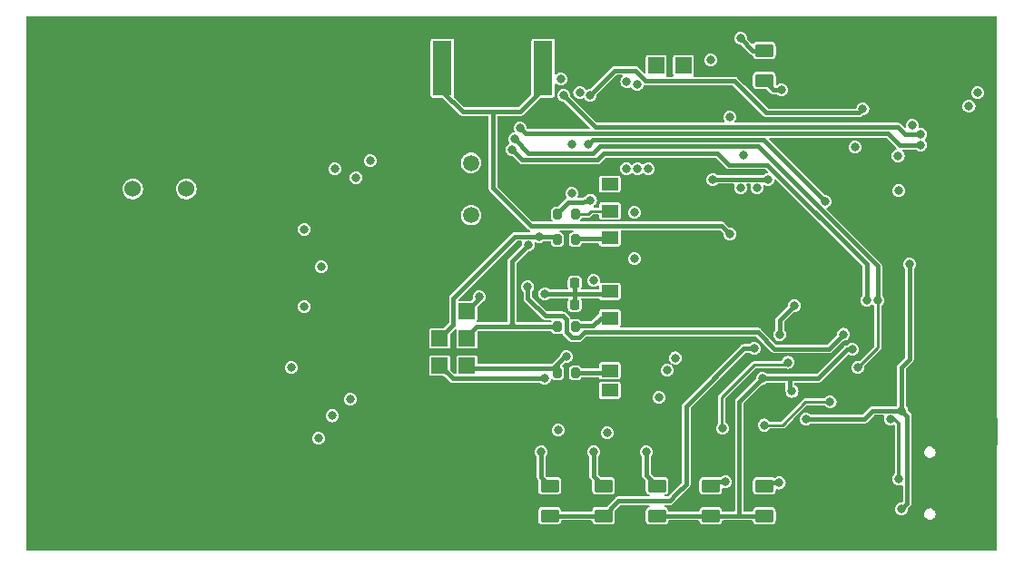
<source format=gbr>
%TF.GenerationSoftware,KiCad,Pcbnew,6.0.4-6f826c9f35~116~ubuntu20.04.1*%
%TF.CreationDate,2022-05-24T14:40:17+00:00*%
%TF.ProjectId,USTSIPIN02A,55535453-4950-4494-9e30-32412e6b6963,02A*%
%TF.SameCoordinates,Original*%
%TF.FileFunction,Copper,L1,Top*%
%TF.FilePolarity,Positive*%
%FSLAX46Y46*%
G04 Gerber Fmt 4.6, Leading zero omitted, Abs format (unit mm)*
G04 Created by KiCad (PCBNEW 6.0.4-6f826c9f35~116~ubuntu20.04.1) date 2022-05-24 14:40:17*
%MOMM*%
%LPD*%
G01*
G04 APERTURE LIST*
G04 Aperture macros list*
%AMRoundRect*
0 Rectangle with rounded corners*
0 $1 Rounding radius*
0 $2 $3 $4 $5 $6 $7 $8 $9 X,Y pos of 4 corners*
0 Add a 4 corners polygon primitive as box body*
4,1,4,$2,$3,$4,$5,$6,$7,$8,$9,$2,$3,0*
0 Add four circle primitives for the rounded corners*
1,1,$1+$1,$2,$3*
1,1,$1+$1,$4,$5*
1,1,$1+$1,$6,$7*
1,1,$1+$1,$8,$9*
0 Add four rect primitives between the rounded corners*
20,1,$1+$1,$2,$3,$4,$5,0*
20,1,$1+$1,$4,$5,$6,$7,0*
20,1,$1+$1,$6,$7,$8,$9,0*
20,1,$1+$1,$8,$9,$2,$3,0*%
G04 Aperture macros list end*
%TA.AperFunction,ComponentPad*%
%ADD10C,6.000000*%
%TD*%
%TA.AperFunction,ComponentPad*%
%ADD11C,1.524000*%
%TD*%
%TA.AperFunction,SMDPad,CuDef*%
%ADD12R,1.524000X1.524000*%
%TD*%
%TA.AperFunction,ComponentPad*%
%ADD13C,1.500000*%
%TD*%
%TA.AperFunction,SMDPad,CuDef*%
%ADD14RoundRect,0.200000X-0.200000X-0.275000X0.200000X-0.275000X0.200000X0.275000X-0.200000X0.275000X0*%
%TD*%
%TA.AperFunction,SMDPad,CuDef*%
%ADD15RoundRect,0.250000X-0.625000X0.375000X-0.625000X-0.375000X0.625000X-0.375000X0.625000X0.375000X0*%
%TD*%
%TA.AperFunction,ComponentPad*%
%ADD16R,1.524000X1.524000*%
%TD*%
%TA.AperFunction,SMDPad,CuDef*%
%ADD17RoundRect,0.225000X0.225000X0.250000X-0.225000X0.250000X-0.225000X-0.250000X0.225000X-0.250000X0*%
%TD*%
%TA.AperFunction,SMDPad,CuDef*%
%ADD18R,1.780000X5.080000*%
%TD*%
%TA.AperFunction,SMDPad,CuDef*%
%ADD19R,3.960000X3.960000*%
%TD*%
%TA.AperFunction,SMDPad,CuDef*%
%ADD20R,1.600000X1.200000*%
%TD*%
%TA.AperFunction,SMDPad,CuDef*%
%ADD21R,5.000000X2.500000*%
%TD*%
%TA.AperFunction,ComponentPad*%
%ADD22O,2.000000X1.000000*%
%TD*%
%TA.AperFunction,ComponentPad*%
%ADD23O,2.100000X1.050000*%
%TD*%
%TA.AperFunction,ViaPad*%
%ADD24C,0.800000*%
%TD*%
%TA.AperFunction,Conductor*%
%ADD25C,0.250000*%
%TD*%
%TA.AperFunction,Conductor*%
%ADD26C,0.400000*%
%TD*%
%TA.AperFunction,Conductor*%
%ADD27C,0.300000*%
%TD*%
G04 APERTURE END LIST*
D10*
%TO.P,M2,1*%
%TO.N,GND*%
X174972341Y-78676927D03*
%TD*%
%TO.P,M3,1*%
%TO.N,GND*%
X103852341Y-78676927D03*
%TD*%
%TO.P,M4,1*%
%TO.N,GND*%
X103852341Y-119316927D03*
%TD*%
D11*
%TO.P,D2,1,K*%
%TO.N,/K*%
X114132341Y-90206927D03*
%TO.P,D2,2,A*%
%TO.N,/A*%
X109132341Y-90206927D03*
%TD*%
D12*
%TO.P,J22,1*%
%TO.N,/cpu/PB6*%
X140296341Y-106682927D03*
%TO.P,J22,2*%
%TO.N,+3V3*%
X137756341Y-106682927D03*
%TO.P,J22,3*%
%TO.N,/cpu/PB7*%
X140296341Y-104142927D03*
%TO.P,J22,4*%
%TO.N,/cpu/PB5*%
X137756341Y-104142927D03*
%TO.P,J22,5*%
%TO.N,/cpu/RST#_P*%
X140296341Y-101602927D03*
%TO.P,J22,6*%
%TO.N,GND*%
X137756341Y-101602927D03*
%TD*%
D10*
%TO.P,M1,1*%
%TO.N,GND*%
X174972341Y-119316927D03*
%TD*%
D13*
%TO.P,Y1,1,1*%
%TO.N,Net-(C30-Pad1)*%
X140682341Y-92646927D03*
%TO.P,Y1,2,2*%
%TO.N,Net-(C33-Pad1)*%
X140682341Y-87766927D03*
%TD*%
D14*
%TO.P,R17,1*%
%TO.N,/cpu/PB4*%
X148747341Y-92542927D03*
%TO.P,R17,2*%
%TO.N,Net-(J2-Pad1)*%
X150397341Y-92542927D03*
%TD*%
%TO.P,R25,1*%
%TO.N,/cpu/PB6*%
X148747341Y-107378927D03*
%TO.P,R25,2*%
%TO.N,Net-(J2-Pad7)*%
X150397341Y-107378927D03*
%TD*%
D15*
%TO.P,D9,1,K*%
%TO.N,Net-(D9-Pad1)*%
X153026341Y-117916927D03*
%TO.P,D9,2,A*%
%TO.N,Vin*%
X153026341Y-120716927D03*
%TD*%
D14*
%TO.P,R24,1*%
%TO.N,/cpu/PB7*%
X148747341Y-103060927D03*
%TO.P,R24,2*%
%TO.N,Net-(J2-Pad5)*%
X150397341Y-103060927D03*
%TD*%
D15*
%TO.P,D7,1,K*%
%TO.N,Net-(D7-Pad1)*%
X148026341Y-117916927D03*
%TO.P,D7,2,A*%
%TO.N,Vin*%
X148026341Y-120716927D03*
%TD*%
D16*
%TO.P,J6,1*%
%TO.N,/cpu/PC4*%
X160494341Y-78676927D03*
%TD*%
D17*
%TO.P,C25,1*%
%TO.N,/cpu/SD_VDD*%
X150347341Y-98996927D03*
%TO.P,C25,2*%
%TO.N,GND*%
X148797341Y-98996927D03*
%TD*%
D15*
%TO.P,D4,1,K*%
%TO.N,Net-(D4-Pad1)*%
X163026341Y-117916927D03*
%TO.P,D4,2,A*%
%TO.N,+3V3*%
X163026341Y-120716927D03*
%TD*%
D17*
%TO.P,C22,1*%
%TO.N,/cpu/SD_VDD*%
X150347341Y-101028927D03*
%TO.P,C22,2*%
%TO.N,GND*%
X148797341Y-101028927D03*
%TD*%
D16*
%TO.P,J5,1*%
%TO.N,/cpu/PC3*%
X157954341Y-78676927D03*
%TD*%
D15*
%TO.P,D3,1,K*%
%TO.N,Net-(D3-Pad1)*%
X168026341Y-117916927D03*
%TO.P,D3,2,A*%
%TO.N,+3V3*%
X168026341Y-120716927D03*
%TD*%
%TO.P,D10,1,K*%
%TO.N,Net-(D10-Pad1)*%
X168026341Y-77276927D03*
%TO.P,D10,2,A*%
%TO.N,+3V3*%
X168026341Y-80076927D03*
%TD*%
D14*
%TO.P,R18,1*%
%TO.N,/cpu/PB5*%
X148747341Y-94932927D03*
%TO.P,R18,2*%
%TO.N,Net-(J2-Pad2)*%
X150397341Y-94932927D03*
%TD*%
D18*
%TO.P,BT1,1,+*%
%TO.N,Net-(BT1-Pad1)*%
X138014341Y-78930927D03*
X147414341Y-78930927D03*
D19*
%TO.P,BT1,2,-*%
%TO.N,GND*%
X142714341Y-78930927D03*
%TD*%
D20*
%TO.P,J2,1,CD/DAT3*%
%TO.N,Net-(J2-Pad1)*%
X153622341Y-92256927D03*
%TO.P,J2,2,CMD*%
%TO.N,Net-(J2-Pad2)*%
X153622341Y-94756927D03*
%TO.P,J2,3,VSS*%
%TO.N,GND*%
X153622341Y-97256927D03*
%TO.P,J2,4,VDD*%
%TO.N,/cpu/SD_VDD*%
X153622341Y-99756927D03*
%TO.P,J2,5,CLK*%
%TO.N,Net-(J2-Pad5)*%
X153622341Y-102256927D03*
%TO.P,J2,6,VSS*%
%TO.N,GND*%
X153622341Y-104756927D03*
%TO.P,J2,7,DAT0*%
%TO.N,Net-(J2-Pad7)*%
X153622341Y-107186927D03*
%TO.P,J2,8,DAT1*%
%TO.N,unconnected-(J2-Pad8)*%
X153622341Y-108986927D03*
%TO.P,J2,9,DAT2*%
%TO.N,unconnected-(J2-Pad9)*%
X153622341Y-89756927D03*
D21*
%TO.P,J2,12,SHELL1*%
%TO.N,GND*%
X157122341Y-82421927D03*
X157122341Y-112871927D03*
X181322341Y-82421927D03*
X187322341Y-112871927D03*
%TD*%
D15*
%TO.P,D8,1,K*%
%TO.N,Net-(D8-Pad1)*%
X158026341Y-117916927D03*
%TO.P,D8,2,A*%
%TO.N,+3V3*%
X158026341Y-120716927D03*
%TD*%
D22*
%TO.P,J4,G1,SHIELD*%
%TO.N,GND*%
X187164341Y-113334427D03*
%TO.P,J4,G2,SHIELD*%
X187164341Y-121974427D03*
D23*
%TO.P,J4,G3,SHIELD*%
X182984341Y-113334427D03*
%TO.P,J4,G4,SHIELD*%
X182984341Y-121974427D03*
%TD*%
D24*
%TO.N,GND*%
X113504341Y-112052527D03*
X118685941Y-100266927D03*
X118685941Y-98844527D03*
X108932341Y-109918927D03*
X103395141Y-108140927D03*
X103217341Y-105981927D03*
X101947341Y-104711927D03*
X101312341Y-103441927D03*
X101312341Y-102171927D03*
X101312341Y-100266927D03*
X101312341Y-98361927D03*
X101312341Y-96456927D03*
X117060341Y-94475727D03*
X118228741Y-94424927D03*
X119397141Y-94424927D03*
X102836341Y-86042927D03*
X129252341Y-119316927D03*
X125188341Y-92392927D03*
X116044341Y-90614927D03*
X157192341Y-92392927D03*
X111472341Y-78676927D03*
X161002341Y-82232927D03*
X109092341Y-96716927D03*
X178274341Y-115506927D03*
X187926341Y-102552927D03*
X187164341Y-108394927D03*
X147872341Y-98446927D03*
X162780341Y-92392927D03*
X117572341Y-86646927D03*
X147540341Y-82994927D03*
X113910741Y-98844527D03*
X170146341Y-77152927D03*
X123472341Y-102096927D03*
X160494341Y-75628927D03*
X126712341Y-116776927D03*
X155160341Y-101028927D03*
X116298341Y-85280927D03*
X171670341Y-99250927D03*
X111726341Y-108140927D03*
X131538341Y-90868927D03*
X119092341Y-78676927D03*
X121124341Y-85534927D03*
X131792341Y-76136927D03*
X134000000Y-106800000D03*
X150842341Y-88582927D03*
X131792341Y-78676927D03*
X168114341Y-122618927D03*
X141952341Y-114236927D03*
X185640341Y-102552927D03*
X160748341Y-122618927D03*
X122902341Y-85534927D03*
X139412341Y-114236927D03*
X135602341Y-90106927D03*
X184116341Y-109410927D03*
X169384341Y-93662927D03*
X169130341Y-82232927D03*
X151350341Y-122618927D03*
X162272341Y-82232927D03*
X123664341Y-92392927D03*
X185640341Y-110045927D03*
X147032341Y-110426927D03*
X124172341Y-76136927D03*
X104106341Y-91630927D03*
X144746341Y-104076927D03*
X110202341Y-110680927D03*
X102836341Y-89852927D03*
X135348341Y-100774927D03*
X129252341Y-78676927D03*
X121632341Y-78676927D03*
X145762341Y-101790927D03*
X109091798Y-94196362D03*
X149318341Y-76136927D03*
X182719341Y-105600927D03*
X178782341Y-95948927D03*
X164826341Y-116142927D03*
X111472341Y-76136927D03*
X111472341Y-116776927D03*
X106138341Y-105092927D03*
X134332341Y-78676927D03*
X120616341Y-94678927D03*
X129026341Y-116042927D03*
X141444341Y-84264927D03*
X185640341Y-74612927D03*
X176496341Y-90614927D03*
X164050341Y-97726927D03*
X127728341Y-85534927D03*
X155922341Y-110426927D03*
X139412341Y-84264927D03*
X134332341Y-119316927D03*
X131538341Y-107124927D03*
X131792341Y-119316927D03*
X129122341Y-106096927D03*
X107154341Y-111696927D03*
X187164341Y-116522927D03*
X121632341Y-119316927D03*
X133326341Y-104342927D03*
X188434341Y-98488927D03*
X187418341Y-92646927D03*
X168876341Y-75628927D03*
X126712341Y-92392927D03*
X144026341Y-109742927D03*
X102836341Y-87820927D03*
X171924341Y-94170927D03*
X158208341Y-100266927D03*
X137888341Y-95694927D03*
X122140341Y-92392927D03*
X186910341Y-74612927D03*
X151604341Y-75628927D03*
X163796341Y-105854927D03*
X135602341Y-92646927D03*
X171416341Y-103822927D03*
X158462341Y-75628927D03*
X102836341Y-91630927D03*
X119092341Y-116776927D03*
X127474341Y-89852927D03*
X111980341Y-91630927D03*
X121632341Y-116776927D03*
X159986341Y-108902927D03*
X122140341Y-108344127D03*
X121124341Y-91884927D03*
X103758341Y-97478927D03*
X157446341Y-122618927D03*
X135602341Y-85788927D03*
X187164341Y-118046927D03*
X150842341Y-112966927D03*
X113504341Y-104838927D03*
X108932341Y-78676927D03*
X187164341Y-119824927D03*
X113758341Y-103314927D03*
X108076341Y-102304927D03*
X103852341Y-111696927D03*
X135602341Y-91376927D03*
X137226341Y-109942927D03*
X168114341Y-102044927D03*
X109440341Y-92646927D03*
X155922341Y-109156927D03*
X126458341Y-85534927D03*
X179544341Y-92138927D03*
X104106341Y-87820927D03*
X107662341Y-105092927D03*
X105630341Y-91630927D03*
X179544341Y-106870927D03*
X111218341Y-92646927D03*
X127220341Y-95948927D03*
X147286341Y-96456927D03*
X109272341Y-88496927D03*
X131538341Y-94932927D03*
X170146341Y-79184927D03*
X171670341Y-96710927D03*
X135026341Y-115642927D03*
X162272341Y-96456927D03*
X124172341Y-78676927D03*
X131538341Y-103568927D03*
X135602341Y-93916927D03*
X182338341Y-92138927D03*
X126712341Y-78676927D03*
X179925341Y-79057927D03*
X180052341Y-97218927D03*
X187164341Y-115125927D03*
X162526341Y-75628927D03*
X143222341Y-99758927D03*
X162526341Y-110426927D03*
X153382341Y-75628927D03*
X112234341Y-102806927D03*
X124172341Y-116776927D03*
X131538341Y-92900927D03*
X116552341Y-76136927D03*
X120972341Y-107146927D03*
X109440341Y-102431927D03*
X188688341Y-89852927D03*
X114012341Y-116776927D03*
X142968341Y-81724927D03*
X110272341Y-91596927D03*
X156684341Y-75628927D03*
X148302341Y-122618927D03*
X184370341Y-74612927D03*
X114012341Y-78676927D03*
X136872341Y-119316927D03*
X142968341Y-101282927D03*
X141952341Y-119316927D03*
X169384341Y-94932927D03*
X181830341Y-76390927D03*
X118025541Y-108852127D03*
X110997341Y-102431927D03*
X106392341Y-89344927D03*
X126712341Y-119316927D03*
X164326341Y-79042927D03*
X119600341Y-85534927D03*
X140626341Y-109942927D03*
X170654341Y-116395927D03*
X135602341Y-95186927D03*
X114072341Y-88696927D03*
X111726341Y-111696927D03*
X116958741Y-98895327D03*
X104106341Y-86042927D03*
X137380341Y-84010927D03*
X124680341Y-85534927D03*
X155160341Y-75628927D03*
X106646341Y-91630927D03*
X118330341Y-91630927D03*
X171162341Y-114236927D03*
X129252341Y-76136927D03*
X117923941Y-107023327D03*
X148810341Y-96456927D03*
X129172341Y-107146927D03*
X123664341Y-94932927D03*
X111632341Y-100526927D03*
X187164341Y-89852927D03*
X179925341Y-121983927D03*
X105630341Y-111696927D03*
X164304341Y-92392927D03*
X169384341Y-96456927D03*
X108932341Y-76136927D03*
X142714341Y-104076927D03*
X185894341Y-89852927D03*
X130522341Y-90360927D03*
X162780341Y-97726927D03*
X107154341Y-90360927D03*
X179544341Y-104838927D03*
X151858341Y-111696927D03*
X154398341Y-122618927D03*
X181957341Y-79057927D03*
X158716341Y-95186927D03*
X117873141Y-105143727D03*
X189196341Y-74612927D03*
X131284341Y-84772927D03*
X188180341Y-74612927D03*
X115383941Y-98895327D03*
X126712341Y-76136927D03*
X102836341Y-84772927D03*
X112488341Y-93154927D03*
X149318341Y-109664927D03*
X167860341Y-105854927D03*
X121632341Y-76136927D03*
X171672341Y-82246927D03*
X143984341Y-84264927D03*
X164558341Y-75628927D03*
X131538341Y-101282927D03*
X123410341Y-93662927D03*
X103758341Y-98748927D03*
X176750341Y-109156927D03*
X119092341Y-76136927D03*
X155668341Y-90614927D03*
X135348341Y-98996927D03*
X166844341Y-75628927D03*
X109948341Y-108648927D03*
X134332341Y-80962927D03*
X172686341Y-114744927D03*
X124172341Y-119316927D03*
X124172341Y-104330927D03*
X105376341Y-89852927D03*
X109092341Y-95446927D03*
X135348341Y-102806927D03*
X136872341Y-114236927D03*
X139412341Y-119316927D03*
X158716341Y-97472927D03*
X114012341Y-76136927D03*
X122394341Y-102096927D03*
X149318341Y-77914927D03*
X188434341Y-108394927D03*
X144492341Y-111696927D03*
X104106341Y-84772927D03*
X180814341Y-92138927D03*
X137634341Y-98996927D03*
X116552341Y-78676927D03*
X106138341Y-93154927D03*
X109092341Y-98621927D03*
X122140341Y-110122127D03*
X134332341Y-76136927D03*
X162272341Y-95440927D03*
X102582341Y-93916927D03*
X122172341Y-106846927D03*
X175734341Y-99250927D03*
X167352341Y-111188927D03*
X116552341Y-116776927D03*
X180179341Y-76390927D03*
X189196341Y-102552927D03*
X117822341Y-85534927D03*
X175734341Y-100774927D03*
X104106341Y-89852927D03*
X157446341Y-97472927D03*
X162526341Y-112204927D03*
X115022341Y-85996927D03*
X113250341Y-108140927D03*
X127026341Y-110542927D03*
X164304341Y-122618927D03*
%TO.N,Net-(R13-Pad2)*%
X125137541Y-93967727D03*
X125137541Y-101181327D03*
%TO.N,/cpu/RST#_P*%
X141444341Y-100266927D03*
%TO.N,/cpu/PC0*%
X181830341Y-84271429D03*
X155210877Y-80196305D03*
X167352341Y-90106927D03*
X159732341Y-105981927D03*
%TO.N,/cpu/PC1*%
X158970341Y-107124927D03*
X156176341Y-80454927D03*
X166082341Y-87058927D03*
X180517758Y-87101510D03*
X165828341Y-90106927D03*
%TO.N,/cpu/PB5*%
X147032341Y-94678927D03*
%TO.N,/cpu/PB7*%
X146016341Y-95440927D03*
%TO.N,/cpu/PB6*%
X149572341Y-105854927D03*
X150080341Y-90614927D03*
%TO.N,+3V3*%
X169638341Y-80962927D03*
X167860341Y-107886927D03*
X147540341Y-107886927D03*
X176242341Y-105187427D03*
X170622341Y-109096927D03*
%TO.N,+5V*%
X151604341Y-86042938D03*
X173702341Y-91376927D03*
X127982341Y-88328927D03*
%TO.N,PA1*%
X155922341Y-92392927D03*
X126458341Y-113474927D03*
X126712341Y-97472927D03*
%TO.N,PA0*%
X129426341Y-109842927D03*
X155922341Y-96710927D03*
%TO.N,Vin*%
X169472341Y-103796927D03*
X167098341Y-105092927D03*
X170842341Y-101094927D03*
%TO.N,PB0*%
X123918341Y-106870927D03*
X152112341Y-98742927D03*
%TO.N,POWER_ANALOG_3V3*%
X149064341Y-79946927D03*
X176496341Y-86296927D03*
X163034341Y-78168927D03*
X131284341Y-87566927D03*
X180569341Y-90369927D03*
X129963541Y-89141727D03*
X164812341Y-83502927D03*
X127741341Y-111379127D03*
%TO.N,/cpu/SD_VDD*%
X147577841Y-100006197D03*
%TO.N,Net-(D3-Pad1)*%
X169426341Y-117642927D03*
%TO.N,Net-(D4-Pad1)*%
X164426341Y-117542927D03*
%TO.N,/cpu/TIMEPULSE*%
X187926341Y-81216927D03*
X163229841Y-89344927D03*
X150080341Y-86042927D03*
X168368341Y-89344927D03*
%TO.N,Net-(D7-Pad1)*%
X147226341Y-114742927D03*
%TO.N,/cpu/EXTINT*%
X187126841Y-82486927D03*
X150821632Y-81211358D03*
%TO.N,/cpu/GEO_STAT*%
X177222341Y-82746927D03*
X151786841Y-81470927D03*
%TO.N,/cpu/TX1*%
X149318341Y-81470927D03*
X182629841Y-85100862D03*
%TO.N,/cpu/RX1*%
X145254341Y-84518927D03*
X182629841Y-86100365D03*
%TO.N,Net-(D8-Pad1)*%
X157026341Y-114742927D03*
%TO.N,/power/D+*%
X180560341Y-117284927D03*
X179798341Y-111696927D03*
%TO.N,/power/RXLED{slash}CBUS1*%
X164126341Y-112542927D03*
X170222341Y-106396927D03*
%TO.N,/power/TXLED{slash}CBUS2*%
X168026341Y-112242927D03*
X174172841Y-110097916D03*
%TO.N,/cpu/PB4*%
X151826341Y-91242927D03*
%TO.N,Net-(D9-Pad1)*%
X152126341Y-114742927D03*
%TO.N,RST#*%
X145972341Y-99346927D03*
X175432976Y-103775562D03*
%TO.N,Net-(D10-Pad1)*%
X165826341Y-76142927D03*
%TO.N,/power/VBUS*%
X171924341Y-111696927D03*
X180855860Y-110893408D03*
X180814341Y-120078927D03*
X181576341Y-97218927D03*
%TO.N,RX0*%
X144492341Y-86531427D03*
X177587677Y-100596263D03*
%TO.N,TX0*%
X144746341Y-85534927D03*
X178607976Y-100600562D03*
X176750341Y-106870927D03*
%TO.N,/cpu/PC5_D1*%
X148810341Y-112712927D03*
X155172341Y-88296927D03*
%TO.N,/cpu/PC7_D3*%
X158208341Y-109664927D03*
X157213344Y-88328927D03*
%TO.N,/cpu/PC6_D2*%
X153382341Y-112966927D03*
X156213841Y-88328927D03*
%TO.N,Net-(BT1-Pad1)*%
X164825341Y-94411927D03*
%TD*%
D25*
%TO.N,GND*%
X103758341Y-98748927D02*
X103758341Y-97478927D01*
X109092341Y-95446927D02*
X109092341Y-96716927D01*
D26*
%TO.N,/cpu/RST#_P*%
X141444341Y-100454927D02*
X140296341Y-101602927D01*
X141444341Y-100266927D02*
X141444341Y-100454927D01*
%TO.N,/cpu/PB5*%
X146994830Y-94641416D02*
X144783852Y-94641416D01*
X139022341Y-100402927D02*
X139022341Y-102876927D01*
X139022341Y-102876927D02*
X137756341Y-104142927D01*
X147032341Y-94678927D02*
X146994830Y-94641416D01*
X147050341Y-94696927D02*
X148511341Y-94696927D01*
X148511341Y-94696927D02*
X148747341Y-94932927D01*
X144783852Y-94641416D02*
X139022341Y-100402927D01*
X147032341Y-94678927D02*
X147050341Y-94696927D01*
%TO.N,/cpu/PB7*%
X148747341Y-103060927D02*
X144746341Y-103060927D01*
X144746341Y-103060927D02*
X144238341Y-103060927D01*
X144238341Y-103060927D02*
X141190341Y-103060927D01*
X144492341Y-102806927D02*
X144238341Y-103060927D01*
X140296341Y-103954927D02*
X141190341Y-103060927D01*
X144492341Y-96964927D02*
X144492341Y-102806927D01*
X144492341Y-102806927D02*
X144746341Y-103060927D01*
X146016341Y-95440927D02*
X144492341Y-96964927D01*
X140296341Y-104142927D02*
X140296341Y-103954927D01*
%TO.N,/cpu/PB6*%
X148747341Y-107378927D02*
X148747341Y-106553927D01*
X140296341Y-106682927D02*
X140560341Y-106946927D01*
X148354341Y-106946927D02*
X148747341Y-106553927D01*
X140560341Y-106946927D02*
X148354341Y-106946927D01*
X149572341Y-105854927D02*
X149446341Y-105854927D01*
X149446341Y-105854927D02*
X148747341Y-106553927D01*
%TO.N,+3V3*%
X138960341Y-107886927D02*
X137756341Y-106682927D01*
X165704341Y-110042927D02*
X167860341Y-107886927D01*
X165704341Y-120716927D02*
X165704341Y-110042927D01*
X167860341Y-107886927D02*
X170400341Y-107886927D01*
X176242341Y-105187427D02*
X175771841Y-105187427D01*
X168912341Y-80962927D02*
X168026341Y-80076927D01*
X163026341Y-120716927D02*
X158026341Y-120716927D01*
X173072341Y-107886927D02*
X170400341Y-107886927D01*
X175771841Y-105187427D02*
X173072341Y-107886927D01*
X147540341Y-107886927D02*
X138960341Y-107886927D01*
X170400341Y-108874927D02*
X170400341Y-107886927D01*
D25*
X170622341Y-109096927D02*
X170400341Y-108874927D01*
D26*
X165704341Y-120716927D02*
X168026341Y-120716927D01*
X169638341Y-80962927D02*
X168912341Y-80962927D01*
X163026341Y-120716927D02*
X165704341Y-120716927D01*
%TO.N,+5V*%
X167951861Y-85626447D02*
X173702341Y-91376927D01*
X152020832Y-85626447D02*
X167951861Y-85626447D01*
X151604341Y-86042938D02*
X152020832Y-85626447D01*
%TO.N,Vin*%
X160748341Y-117766927D02*
X159846341Y-118668927D01*
X159846341Y-118668927D02*
X159198341Y-119316927D01*
X167098341Y-105092927D02*
X166119841Y-105092927D01*
X160748341Y-110464427D02*
X160748341Y-117766927D01*
X154426341Y-119316927D02*
X153026341Y-120716927D01*
X153026341Y-120716927D02*
X148026341Y-120716927D01*
X159198341Y-119316927D02*
X154426341Y-119316927D01*
X166119841Y-105092927D02*
X160748341Y-110464427D01*
X169472341Y-103796927D02*
X169472341Y-102464927D01*
X169472341Y-102464927D02*
X170842341Y-101094927D01*
%TO.N,/cpu/SD_VDD*%
X150347341Y-99999927D02*
X153379341Y-99999927D01*
X147584111Y-99999927D02*
X147577841Y-100006197D01*
X150347341Y-99999927D02*
X150347341Y-101028927D01*
X150347341Y-99999927D02*
X147584111Y-99999927D01*
X150347341Y-99250927D02*
X150347341Y-99999927D01*
X153379341Y-99999927D02*
X153622341Y-99756927D01*
%TO.N,Net-(D3-Pad1)*%
X168300341Y-117642927D02*
X168026341Y-117916927D01*
X169426341Y-117642927D02*
X168300341Y-117642927D01*
%TO.N,Net-(D4-Pad1)*%
X163400341Y-117542927D02*
X163026341Y-117916927D01*
X164426341Y-117542927D02*
X163400341Y-117542927D01*
%TO.N,/cpu/TIMEPULSE*%
X163267352Y-89307416D02*
X163229841Y-89344927D01*
X168368341Y-89344927D02*
X168330830Y-89307416D01*
X168330830Y-89307416D02*
X163267352Y-89307416D01*
%TO.N,Net-(D7-Pad1)*%
X147226341Y-114742927D02*
X147226341Y-117116927D01*
X147226341Y-117116927D02*
X148026341Y-117916927D01*
%TO.N,/cpu/GEO_STAT*%
X176872341Y-83096927D02*
X168216341Y-83096927D01*
X156975852Y-80123758D02*
X155999510Y-79147416D01*
X165243172Y-80123758D02*
X156975852Y-80123758D01*
X168216341Y-83096927D02*
X165243172Y-80123758D01*
X154110352Y-79147416D02*
X151786841Y-81470927D01*
X177222341Y-82746927D02*
X176872341Y-83096927D01*
X155999510Y-79147416D02*
X154110352Y-79147416D01*
%TO.N,/cpu/TX1*%
X180468821Y-84427407D02*
X181142276Y-85100862D01*
X152274821Y-84427407D02*
X180468821Y-84427407D01*
X181142276Y-85100862D02*
X182629841Y-85100862D01*
X149318341Y-81470927D02*
X152274821Y-84427407D01*
%TO.N,/cpu/RX1*%
X180647279Y-86100365D02*
X179573841Y-85026927D01*
X145762341Y-85026927D02*
X145254341Y-84518927D01*
X182629841Y-86100365D02*
X180647279Y-86100365D01*
X179573841Y-85026927D02*
X145762341Y-85026927D01*
D25*
%TO.N,Net-(J2-Pad1)*%
X151912341Y-92256927D02*
X151626341Y-92542927D01*
X153622341Y-92256927D02*
X151912341Y-92256927D01*
X151626341Y-92542927D02*
X150451341Y-92542927D01*
D26*
%TO.N,Net-(J2-Pad2)*%
X153622341Y-94756927D02*
X153542341Y-94836927D01*
X153542341Y-94836927D02*
X150493341Y-94836927D01*
X150493341Y-94836927D02*
X150397341Y-94932927D01*
%TO.N,Net-(J2-Pad5)*%
X150511341Y-102946927D02*
X150397341Y-103060927D01*
X153622341Y-102256927D02*
X152762341Y-102256927D01*
X152762341Y-102256927D02*
X152072341Y-102946927D01*
X152072341Y-102946927D02*
X150511341Y-102946927D01*
%TO.N,Net-(J2-Pad7)*%
X153462341Y-107346927D02*
X150429341Y-107346927D01*
%TO.N,Net-(D8-Pad1)*%
X157026341Y-114742927D02*
X157026341Y-116916927D01*
X157026341Y-116916927D02*
X158026341Y-117916927D01*
D27*
%TO.N,/power/D+*%
X180560341Y-112134927D02*
X180560341Y-117284927D01*
X179798341Y-111696927D02*
X180122341Y-111696927D01*
X180122341Y-111696927D02*
X180560341Y-112134927D01*
D25*
%TO.N,/power/RXLED{slash}CBUS1*%
X164126341Y-112542927D02*
X164050341Y-112466927D01*
X164050341Y-109664927D02*
X167098341Y-106616927D01*
X167098341Y-106616927D02*
X170002341Y-106616927D01*
X164050341Y-112466927D02*
X164050341Y-109664927D01*
X170002341Y-106616927D02*
X170222341Y-106396927D01*
%TO.N,/power/TXLED{slash}CBUS2*%
X168026341Y-112242927D02*
X169726341Y-112242927D01*
X171871352Y-110097916D02*
X174172841Y-110097916D01*
X169726341Y-112242927D02*
X171871352Y-110097916D01*
D26*
%TO.N,/cpu/PB4*%
X148801341Y-92367927D02*
X148801341Y-92542927D01*
X151826341Y-91242927D02*
X151058830Y-91414438D01*
X149754830Y-91414438D02*
X148801341Y-92367927D01*
X151058830Y-91414438D02*
X149754830Y-91414438D01*
%TO.N,Net-(D9-Pad1)*%
X152126341Y-114742927D02*
X152126341Y-117016927D01*
X152126341Y-117016927D02*
X153026341Y-117916927D01*
%TO.N,RST#*%
X149572341Y-102396927D02*
X149572341Y-103568927D01*
X169005852Y-105130438D02*
X174078100Y-105130438D01*
X151250341Y-103568927D02*
X167444341Y-103568927D01*
X149572341Y-103568927D02*
X150080341Y-104076927D01*
X145972341Y-100396927D02*
X147620341Y-102044927D01*
X147620341Y-102044927D02*
X149220341Y-102044927D01*
X149220341Y-102044927D02*
X149572341Y-102396927D01*
X174078100Y-105130438D02*
X175432976Y-103775562D01*
X150080341Y-104076927D02*
X150742341Y-104076927D01*
X167444341Y-103568927D02*
X169005852Y-105130438D01*
X145972341Y-99346927D02*
X145972341Y-100396927D01*
X150742341Y-104076927D02*
X151250341Y-103568927D01*
%TO.N,Net-(D10-Pad1)*%
X166960341Y-77276927D02*
X168026341Y-77276927D01*
X165826341Y-76142927D02*
X166960341Y-77276927D01*
%TO.N,/power/VBUS*%
X180814341Y-106870927D02*
X181576341Y-106108927D01*
X181576341Y-106108927D02*
X181576341Y-97218927D01*
X180814341Y-110851889D02*
X180855860Y-110893408D01*
X180814341Y-106870927D02*
X180814341Y-110851889D01*
X171924341Y-111696927D02*
X177323319Y-111696927D01*
X177323319Y-111696927D02*
X178122830Y-110897416D01*
X180851852Y-110897416D02*
X180855860Y-110893408D01*
X180855860Y-110893408D02*
X181359852Y-111397400D01*
X178122830Y-110897416D02*
X180851852Y-110897416D01*
X181359852Y-119533416D02*
X180814341Y-120078927D01*
X181359852Y-111397400D02*
X181359852Y-119533416D01*
%TO.N,RX0*%
X152472341Y-87496927D02*
X145457841Y-87496927D01*
X163672341Y-86896927D02*
X153072341Y-86896927D01*
X177587677Y-100596263D02*
X177587677Y-97240793D01*
X153072341Y-86896927D02*
X152472341Y-87496927D01*
X145457841Y-87496927D02*
X144492341Y-86531427D01*
X164722341Y-87946927D02*
X163672341Y-86896927D01*
X177587677Y-97240793D02*
X168293811Y-87946927D01*
X168293811Y-87946927D02*
X164722341Y-87946927D01*
%TO.N,TX0*%
X178607976Y-100600562D02*
X178607976Y-97413242D01*
D25*
X178607976Y-105013292D02*
X178607976Y-100600562D01*
D26*
X167420701Y-86225967D02*
X152691301Y-86225967D01*
X178607976Y-97413242D02*
X167420701Y-86225967D01*
X152691301Y-86225967D02*
X152074830Y-86842438D01*
X146053852Y-86842438D02*
X144746341Y-85534927D01*
D25*
X176750341Y-106870927D02*
X178607976Y-105013292D01*
D26*
X152074830Y-86842438D02*
X146053852Y-86842438D01*
%TO.N,Net-(BT1-Pad1)*%
X142714341Y-90106927D02*
X146270341Y-93662927D01*
X164076341Y-93662927D02*
X164825341Y-94411927D01*
X142714341Y-82994927D02*
X145254341Y-82994927D01*
X139920341Y-82994927D02*
X142714341Y-82994927D01*
X142714341Y-82994927D02*
X142714341Y-90106927D01*
X147414341Y-80834927D02*
X147414341Y-78930927D01*
X146270341Y-93662927D02*
X164076341Y-93662927D01*
X145254341Y-82994927D02*
X147414341Y-80834927D01*
X138014341Y-78930927D02*
X138014341Y-81088927D01*
X138014341Y-81088927D02*
X139920341Y-82994927D01*
%TD*%
%TA.AperFunction,Conductor*%
%TO.N,GND*%
G36*
X189717032Y-74070334D02*
G01*
X189752996Y-74119834D01*
X189757841Y-74150427D01*
X189757841Y-123843427D01*
X189738934Y-123901618D01*
X189689434Y-123937582D01*
X189658841Y-123942427D01*
X99325841Y-123942427D01*
X99267650Y-123923520D01*
X99231686Y-123874020D01*
X99226841Y-123843427D01*
X99226841Y-121145761D01*
X146950841Y-121145761D01*
X146953822Y-121177296D01*
X146998707Y-121305111D01*
X147079191Y-121414077D01*
X147188157Y-121494561D01*
X147315972Y-121539446D01*
X147321979Y-121540014D01*
X147321980Y-121540014D01*
X147345196Y-121542209D01*
X147345206Y-121542209D01*
X147347507Y-121542427D01*
X148705175Y-121542427D01*
X148707476Y-121542209D01*
X148707486Y-121542209D01*
X148730702Y-121540014D01*
X148730703Y-121540014D01*
X148736710Y-121539446D01*
X148864525Y-121494561D01*
X148973491Y-121414077D01*
X149053975Y-121305111D01*
X149096638Y-121183624D01*
X149133757Y-121134986D01*
X149190045Y-121117427D01*
X151862637Y-121117427D01*
X151920828Y-121136334D01*
X151956044Y-121183624D01*
X151998707Y-121305111D01*
X152079191Y-121414077D01*
X152188157Y-121494561D01*
X152315972Y-121539446D01*
X152321979Y-121540014D01*
X152321980Y-121540014D01*
X152345196Y-121542209D01*
X152345206Y-121542209D01*
X152347507Y-121542427D01*
X153705175Y-121542427D01*
X153707476Y-121542209D01*
X153707486Y-121542209D01*
X153730702Y-121540014D01*
X153730703Y-121540014D01*
X153736710Y-121539446D01*
X153864525Y-121494561D01*
X153973491Y-121414077D01*
X154053975Y-121305111D01*
X154098860Y-121177296D01*
X154101841Y-121145761D01*
X154101841Y-120288093D01*
X154101623Y-120285782D01*
X154101622Y-120285766D01*
X154099293Y-120261135D01*
X154112639Y-120201423D01*
X154127849Y-120181812D01*
X154563238Y-119746423D01*
X154617755Y-119718646D01*
X154633242Y-119717427D01*
X157239240Y-119717427D01*
X157297431Y-119736334D01*
X157333395Y-119785834D01*
X157333395Y-119847020D01*
X157297431Y-119896520D01*
X157272042Y-119909835D01*
X157188157Y-119939293D01*
X157079191Y-120019777D01*
X157074791Y-120025734D01*
X157030750Y-120085361D01*
X156998707Y-120128743D01*
X156953822Y-120256558D01*
X156950841Y-120288093D01*
X156950841Y-121145761D01*
X156953822Y-121177296D01*
X156998707Y-121305111D01*
X157079191Y-121414077D01*
X157188157Y-121494561D01*
X157315972Y-121539446D01*
X157321979Y-121540014D01*
X157321980Y-121540014D01*
X157345196Y-121542209D01*
X157345206Y-121542209D01*
X157347507Y-121542427D01*
X158705175Y-121542427D01*
X158707476Y-121542209D01*
X158707486Y-121542209D01*
X158730702Y-121540014D01*
X158730703Y-121540014D01*
X158736710Y-121539446D01*
X158864525Y-121494561D01*
X158973491Y-121414077D01*
X159053975Y-121305111D01*
X159096638Y-121183624D01*
X159133757Y-121134986D01*
X159190045Y-121117427D01*
X161862637Y-121117427D01*
X161920828Y-121136334D01*
X161956044Y-121183624D01*
X161998707Y-121305111D01*
X162079191Y-121414077D01*
X162188157Y-121494561D01*
X162315972Y-121539446D01*
X162321979Y-121540014D01*
X162321980Y-121540014D01*
X162345196Y-121542209D01*
X162345206Y-121542209D01*
X162347507Y-121542427D01*
X163705175Y-121542427D01*
X163707476Y-121542209D01*
X163707486Y-121542209D01*
X163730702Y-121540014D01*
X163730703Y-121540014D01*
X163736710Y-121539446D01*
X163864525Y-121494561D01*
X163973491Y-121414077D01*
X164053975Y-121305111D01*
X164096638Y-121183624D01*
X164133757Y-121134986D01*
X164190045Y-121117427D01*
X165665032Y-121117427D01*
X165680518Y-121118646D01*
X165704341Y-121122419D01*
X165728164Y-121118646D01*
X165743650Y-121117427D01*
X166862637Y-121117427D01*
X166920828Y-121136334D01*
X166956044Y-121183624D01*
X166998707Y-121305111D01*
X167079191Y-121414077D01*
X167188157Y-121494561D01*
X167315972Y-121539446D01*
X167321979Y-121540014D01*
X167321980Y-121540014D01*
X167345196Y-121542209D01*
X167345206Y-121542209D01*
X167347507Y-121542427D01*
X168705175Y-121542427D01*
X168707476Y-121542209D01*
X168707486Y-121542209D01*
X168730702Y-121540014D01*
X168730703Y-121540014D01*
X168736710Y-121539446D01*
X168864525Y-121494561D01*
X168973491Y-121414077D01*
X169053975Y-121305111D01*
X169098860Y-121177296D01*
X169101841Y-121145761D01*
X169101841Y-120288093D01*
X169098860Y-120256558D01*
X169053975Y-120128743D01*
X169021933Y-120085361D01*
X168977891Y-120025734D01*
X168973491Y-120019777D01*
X168864525Y-119939293D01*
X168736710Y-119894408D01*
X168730703Y-119893840D01*
X168730702Y-119893840D01*
X168707486Y-119891645D01*
X168707476Y-119891645D01*
X168705175Y-119891427D01*
X167347507Y-119891427D01*
X167345206Y-119891645D01*
X167345196Y-119891645D01*
X167321980Y-119893840D01*
X167321979Y-119893840D01*
X167315972Y-119894408D01*
X167188157Y-119939293D01*
X167079191Y-120019777D01*
X167074791Y-120025734D01*
X167030750Y-120085361D01*
X166998707Y-120128743D01*
X166956821Y-120248020D01*
X166956045Y-120250229D01*
X166918925Y-120298868D01*
X166862637Y-120316427D01*
X166203841Y-120316427D01*
X166145650Y-120297520D01*
X166109686Y-120248020D01*
X166104841Y-120217427D01*
X166104841Y-118345761D01*
X166950841Y-118345761D01*
X166953822Y-118377296D01*
X166998707Y-118505111D01*
X167079191Y-118614077D01*
X167188157Y-118694561D01*
X167315972Y-118739446D01*
X167321979Y-118740014D01*
X167321980Y-118740014D01*
X167345196Y-118742209D01*
X167345206Y-118742209D01*
X167347507Y-118742427D01*
X168705175Y-118742427D01*
X168707476Y-118742209D01*
X168707486Y-118742209D01*
X168730702Y-118740014D01*
X168730703Y-118740014D01*
X168736710Y-118739446D01*
X168864525Y-118694561D01*
X168973491Y-118614077D01*
X169053975Y-118505111D01*
X169098860Y-118377296D01*
X169101841Y-118345761D01*
X169101841Y-118306656D01*
X169120748Y-118248465D01*
X169170248Y-118212501D01*
X169231434Y-118212501D01*
X169238726Y-118215192D01*
X169263579Y-118225486D01*
X169263581Y-118225487D01*
X169269579Y-118227971D01*
X169426341Y-118248609D01*
X169583103Y-118227971D01*
X169729182Y-118167463D01*
X169854623Y-118071209D01*
X169950877Y-117945768D01*
X170006308Y-117811946D01*
X170008901Y-117805686D01*
X170011385Y-117799689D01*
X170032023Y-117642927D01*
X170011385Y-117486165D01*
X169950877Y-117340086D01*
X169854623Y-117214645D01*
X169729182Y-117118391D01*
X169583103Y-117057883D01*
X169426341Y-117037245D01*
X169269579Y-117057883D01*
X169123500Y-117118391D01*
X169118351Y-117122342D01*
X169041733Y-117181133D01*
X168984057Y-117201557D01*
X168922650Y-117182225D01*
X168864525Y-117139293D01*
X168736710Y-117094408D01*
X168730703Y-117093840D01*
X168730702Y-117093840D01*
X168707486Y-117091645D01*
X168707476Y-117091645D01*
X168705175Y-117091427D01*
X167347507Y-117091427D01*
X167345206Y-117091645D01*
X167345196Y-117091645D01*
X167321980Y-117093840D01*
X167321979Y-117093840D01*
X167315972Y-117094408D01*
X167188157Y-117139293D01*
X167182206Y-117143688D01*
X167182205Y-117143689D01*
X167135974Y-117177836D01*
X167079191Y-117219777D01*
X166998707Y-117328743D01*
X166953822Y-117456558D01*
X166950841Y-117488093D01*
X166950841Y-118345761D01*
X166104841Y-118345761D01*
X166104841Y-112242927D01*
X167420659Y-112242927D01*
X167441297Y-112399689D01*
X167501805Y-112545768D01*
X167598059Y-112671209D01*
X167723500Y-112767463D01*
X167869579Y-112827971D01*
X168026341Y-112848609D01*
X168183103Y-112827971D01*
X168329182Y-112767463D01*
X168454623Y-112671209D01*
X168503770Y-112607160D01*
X168554193Y-112572504D01*
X168582311Y-112568427D01*
X169707807Y-112568427D01*
X169716436Y-112568804D01*
X169755148Y-112572191D01*
X169792691Y-112562131D01*
X169801125Y-112560261D01*
X169830858Y-112555019D01*
X169830860Y-112555018D01*
X169839386Y-112553515D01*
X169846885Y-112549185D01*
X169852370Y-112547189D01*
X169857657Y-112544723D01*
X169866025Y-112542481D01*
X169897852Y-112520195D01*
X169905136Y-112515554D01*
X169938796Y-112496121D01*
X169963772Y-112466356D01*
X169969606Y-112459988D01*
X170732667Y-111696927D01*
X171318659Y-111696927D01*
X171339297Y-111853689D01*
X171399805Y-111999768D01*
X171496059Y-112125209D01*
X171621500Y-112221463D01*
X171767579Y-112281971D01*
X171924341Y-112302609D01*
X172081103Y-112281971D01*
X172227182Y-112221463D01*
X172352623Y-112125209D01*
X172352642Y-112125184D01*
X172404727Y-112098646D01*
X172420214Y-112097427D01*
X177386752Y-112097427D01*
X177409699Y-112089971D01*
X177424800Y-112086346D01*
X177440928Y-112083792D01*
X177440930Y-112083791D01*
X177448623Y-112082573D01*
X177470116Y-112071622D01*
X177484462Y-112065679D01*
X177499998Y-112060631D01*
X177507409Y-112058223D01*
X177526926Y-112044043D01*
X177540165Y-112035929D01*
X177561661Y-112024977D01*
X177584224Y-112002414D01*
X177584228Y-112002411D01*
X178259726Y-111326912D01*
X178314243Y-111299135D01*
X178329730Y-111297916D01*
X179165476Y-111297916D01*
X179223667Y-111316823D01*
X179259631Y-111366323D01*
X179259631Y-111427509D01*
X179256941Y-111434799D01*
X179213297Y-111540165D01*
X179204854Y-111604300D01*
X179193951Y-111687117D01*
X179192659Y-111696927D01*
X179213297Y-111853689D01*
X179273805Y-111999768D01*
X179370059Y-112125209D01*
X179495500Y-112221463D01*
X179641579Y-112281971D01*
X179798341Y-112302609D01*
X179955103Y-112281971D01*
X180072955Y-112233155D01*
X180133952Y-112228354D01*
X180186121Y-112260324D01*
X180209536Y-112316851D01*
X180209841Y-112324619D01*
X180209841Y-116748140D01*
X180190934Y-116806331D01*
X180171109Y-116826681D01*
X180132059Y-116856645D01*
X180035805Y-116982086D01*
X180004760Y-117057036D01*
X179979346Y-117118391D01*
X179975297Y-117128165D01*
X179968324Y-117181133D01*
X179955593Y-117277836D01*
X179954659Y-117284927D01*
X179975297Y-117441689D01*
X180035805Y-117587768D01*
X180132059Y-117713209D01*
X180257500Y-117809463D01*
X180403579Y-117869971D01*
X180560341Y-117890609D01*
X180717103Y-117869971D01*
X180822466Y-117826328D01*
X180883463Y-117821527D01*
X180935632Y-117853497D01*
X180959047Y-117910024D01*
X180959352Y-117917792D01*
X180959352Y-119326515D01*
X180940445Y-119384706D01*
X180930356Y-119396519D01*
X180881779Y-119445096D01*
X180827262Y-119472873D01*
X180817407Y-119473649D01*
X180814341Y-119473245D01*
X180657579Y-119493883D01*
X180511500Y-119554391D01*
X180386059Y-119650645D01*
X180289805Y-119776086D01*
X180229297Y-119922165D01*
X180208659Y-120078927D01*
X180229297Y-120235689D01*
X180289805Y-120381768D01*
X180386059Y-120507209D01*
X180511500Y-120603463D01*
X180657579Y-120663971D01*
X180814341Y-120684609D01*
X180971103Y-120663971D01*
X181117182Y-120603463D01*
X181150713Y-120577734D01*
X182954947Y-120577734D01*
X182956281Y-120584349D01*
X182956281Y-120584351D01*
X182971834Y-120661487D01*
X182983405Y-120718871D01*
X183048770Y-120847157D01*
X183053333Y-120852120D01*
X183053335Y-120852122D01*
X183099237Y-120902040D01*
X183146225Y-120953139D01*
X183268591Y-121029009D01*
X183406853Y-121069178D01*
X183412023Y-121069558D01*
X183412025Y-121069558D01*
X183415252Y-121069795D01*
X183415259Y-121069795D01*
X183417053Y-121069927D01*
X183520411Y-121069927D01*
X183626987Y-121055328D01*
X183633173Y-121052651D01*
X183633177Y-121052650D01*
X183752936Y-121000825D01*
X183752937Y-121000824D01*
X183759124Y-120998147D01*
X183814705Y-120953139D01*
X183865774Y-120911784D01*
X183865775Y-120911783D01*
X183871016Y-120907539D01*
X183954420Y-120790178D01*
X183956704Y-120783833D01*
X183956706Y-120783830D01*
X183992732Y-120683762D01*
X184003191Y-120654712D01*
X184006772Y-120605946D01*
X184013241Y-120517854D01*
X184013241Y-120517850D01*
X184013735Y-120511120D01*
X184011908Y-120502056D01*
X183986610Y-120376594D01*
X183985277Y-120369983D01*
X183919912Y-120241697D01*
X183915349Y-120236734D01*
X183915347Y-120236732D01*
X183827025Y-120140683D01*
X183822457Y-120135715D01*
X183700091Y-120059845D01*
X183561829Y-120019676D01*
X183556659Y-120019296D01*
X183556657Y-120019296D01*
X183553430Y-120019059D01*
X183553423Y-120019059D01*
X183551629Y-120018927D01*
X183448271Y-120018927D01*
X183444928Y-120019385D01*
X183444927Y-120019385D01*
X183432278Y-120021118D01*
X183341695Y-120033526D01*
X183335509Y-120036203D01*
X183335505Y-120036204D01*
X183215746Y-120088029D01*
X183209558Y-120090707D01*
X183204319Y-120094949D01*
X183204318Y-120094950D01*
X183102908Y-120177070D01*
X183097666Y-120181315D01*
X183093758Y-120186814D01*
X183020131Y-120290418D01*
X183014262Y-120298676D01*
X183011978Y-120305021D01*
X183011976Y-120305024D01*
X183007871Y-120316427D01*
X182965491Y-120434142D01*
X182964997Y-120440874D01*
X182964996Y-120440877D01*
X182960126Y-120507209D01*
X182954947Y-120577734D01*
X181150713Y-120577734D01*
X181242623Y-120507209D01*
X181338877Y-120381768D01*
X181399385Y-120235689D01*
X181420023Y-120078927D01*
X181420019Y-120078898D01*
X181438083Y-120023302D01*
X181448172Y-120011489D01*
X181665336Y-119794325D01*
X181665339Y-119794321D01*
X181687902Y-119771758D01*
X181698854Y-119750262D01*
X181706969Y-119737021D01*
X181716567Y-119723811D01*
X181721148Y-119717506D01*
X181728604Y-119694559D01*
X181734547Y-119680213D01*
X181745498Y-119658720D01*
X181748547Y-119639472D01*
X181749271Y-119634897D01*
X181752897Y-119619791D01*
X181760352Y-119596849D01*
X181760352Y-114797734D01*
X182954947Y-114797734D01*
X182956281Y-114804349D01*
X182956281Y-114804351D01*
X182974207Y-114893253D01*
X182983405Y-114938871D01*
X183048770Y-115067157D01*
X183053333Y-115072120D01*
X183053335Y-115072122D01*
X183099237Y-115122040D01*
X183146225Y-115173139D01*
X183151962Y-115176696D01*
X183252126Y-115238800D01*
X183268591Y-115249009D01*
X183406853Y-115289178D01*
X183412023Y-115289558D01*
X183412025Y-115289558D01*
X183415252Y-115289795D01*
X183415259Y-115289795D01*
X183417053Y-115289927D01*
X183520411Y-115289927D01*
X183626987Y-115275328D01*
X183633173Y-115272651D01*
X183633177Y-115272650D01*
X183752936Y-115220825D01*
X183752937Y-115220824D01*
X183759124Y-115218147D01*
X183814705Y-115173139D01*
X183865774Y-115131784D01*
X183865775Y-115131783D01*
X183871016Y-115127539D01*
X183918198Y-115061147D01*
X183950513Y-115015676D01*
X183950514Y-115015675D01*
X183954420Y-115010178D01*
X183956704Y-115003833D01*
X183956706Y-115003830D01*
X183982472Y-114932260D01*
X184003191Y-114874712D01*
X184013735Y-114731120D01*
X183996933Y-114647788D01*
X183986610Y-114596594D01*
X183985277Y-114589983D01*
X183919912Y-114461697D01*
X183915349Y-114456734D01*
X183915347Y-114456732D01*
X183827025Y-114360683D01*
X183822457Y-114355715D01*
X183700091Y-114279845D01*
X183561829Y-114239676D01*
X183556659Y-114239296D01*
X183556657Y-114239296D01*
X183553430Y-114239059D01*
X183553423Y-114239059D01*
X183551629Y-114238927D01*
X183448271Y-114238927D01*
X183341695Y-114253526D01*
X183335509Y-114256203D01*
X183335505Y-114256204D01*
X183215746Y-114308029D01*
X183209558Y-114310707D01*
X183204319Y-114314949D01*
X183204318Y-114314950D01*
X183102908Y-114397070D01*
X183097666Y-114401315D01*
X183093758Y-114406814D01*
X183065853Y-114446081D01*
X183014262Y-114518676D01*
X183011978Y-114525021D01*
X183011976Y-114525024D01*
X182992123Y-114580168D01*
X182965491Y-114654142D01*
X182964997Y-114660874D01*
X182964996Y-114660877D01*
X182959444Y-114736493D01*
X182954947Y-114797734D01*
X181760352Y-114797734D01*
X181760352Y-111365881D01*
X181760351Y-111365875D01*
X181760351Y-111333967D01*
X181757945Y-111326560D01*
X181757944Y-111326557D01*
X181752898Y-111311027D01*
X181749272Y-111295924D01*
X181746717Y-111279792D01*
X181745498Y-111272096D01*
X181734547Y-111250604D01*
X181728603Y-111236255D01*
X181723556Y-111220721D01*
X181723556Y-111220720D01*
X181721148Y-111213310D01*
X181706963Y-111193786D01*
X181698856Y-111180556D01*
X181687902Y-111159058D01*
X181489691Y-110960847D01*
X181461914Y-110906330D01*
X181461138Y-110896475D01*
X181461542Y-110893408D01*
X181440904Y-110736646D01*
X181380396Y-110590567D01*
X181284142Y-110465126D01*
X181253574Y-110441671D01*
X181218918Y-110391248D01*
X181214841Y-110363129D01*
X181214841Y-107077828D01*
X181233748Y-107019637D01*
X181243837Y-107007824D01*
X181881825Y-106369836D01*
X181881828Y-106369832D01*
X181904391Y-106347269D01*
X181908269Y-106339659D01*
X181915342Y-106325776D01*
X181923454Y-106312537D01*
X181937637Y-106293016D01*
X181940043Y-106285611D01*
X181940045Y-106285607D01*
X181945092Y-106270072D01*
X181951035Y-106255726D01*
X181961987Y-106234231D01*
X181965760Y-106210408D01*
X181969386Y-106195302D01*
X181976841Y-106172360D01*
X181976841Y-97714800D01*
X181995748Y-97656609D01*
X182002166Y-97649094D01*
X182004623Y-97647209D01*
X182100877Y-97521768D01*
X182161385Y-97375689D01*
X182182023Y-97218927D01*
X182161385Y-97062165D01*
X182100877Y-96916086D01*
X182004623Y-96790645D01*
X181879182Y-96694391D01*
X181733103Y-96633883D01*
X181576341Y-96613245D01*
X181419579Y-96633883D01*
X181273500Y-96694391D01*
X181148059Y-96790645D01*
X181051805Y-96916086D01*
X180991297Y-97062165D01*
X180970659Y-97218927D01*
X180991297Y-97375689D01*
X181051805Y-97521768D01*
X181148059Y-97647209D01*
X181148084Y-97647228D01*
X181174622Y-97699313D01*
X181175841Y-97714800D01*
X181175841Y-105902026D01*
X181156934Y-105960217D01*
X181146845Y-105972030D01*
X180508857Y-106610018D01*
X180508854Y-106610022D01*
X180486291Y-106632585D01*
X180475339Y-106654081D01*
X180467225Y-106667320D01*
X180453045Y-106686837D01*
X180450637Y-106694248D01*
X180445589Y-106709784D01*
X180439646Y-106724130D01*
X180428695Y-106745623D01*
X180427477Y-106753316D01*
X180427476Y-106753318D01*
X180424922Y-106769446D01*
X180421297Y-106784547D01*
X180413841Y-106807494D01*
X180413841Y-110397916D01*
X180394934Y-110456107D01*
X180345434Y-110492071D01*
X180314841Y-110496916D01*
X178091311Y-110496916D01*
X178091307Y-110496917D01*
X178059397Y-110496917D01*
X178051990Y-110499323D01*
X178051987Y-110499324D01*
X178036457Y-110504370D01*
X178021355Y-110507996D01*
X177997526Y-110511770D01*
X177976036Y-110522720D01*
X177961686Y-110528665D01*
X177938740Y-110536120D01*
X177919216Y-110550305D01*
X177905986Y-110558412D01*
X177884488Y-110569366D01*
X177861921Y-110591933D01*
X177186422Y-111267431D01*
X177131905Y-111295208D01*
X177116418Y-111296427D01*
X172420214Y-111296427D01*
X172362023Y-111277520D01*
X172354508Y-111271102D01*
X172352623Y-111268645D01*
X172227182Y-111172391D01*
X172081103Y-111111883D01*
X171924341Y-111091245D01*
X171767579Y-111111883D01*
X171621500Y-111172391D01*
X171496059Y-111268645D01*
X171399805Y-111394086D01*
X171339297Y-111540165D01*
X171330854Y-111604300D01*
X171319951Y-111687117D01*
X171318659Y-111696927D01*
X170732667Y-111696927D01*
X171977182Y-110452412D01*
X172031699Y-110424635D01*
X172047186Y-110423416D01*
X173616871Y-110423416D01*
X173675062Y-110442323D01*
X173695412Y-110462148D01*
X173744559Y-110526198D01*
X173870000Y-110622452D01*
X174016079Y-110682960D01*
X174172841Y-110703598D01*
X174329603Y-110682960D01*
X174475682Y-110622452D01*
X174601123Y-110526198D01*
X174697377Y-110400757D01*
X174757885Y-110254678D01*
X174778523Y-110097916D01*
X174757885Y-109941154D01*
X174697377Y-109795075D01*
X174601123Y-109669634D01*
X174475682Y-109573380D01*
X174329603Y-109512872D01*
X174198410Y-109495600D01*
X174179275Y-109493081D01*
X174172841Y-109492234D01*
X174166407Y-109493081D01*
X174147272Y-109495600D01*
X174016079Y-109512872D01*
X173870000Y-109573380D01*
X173744559Y-109669634D01*
X173719907Y-109701762D01*
X173695413Y-109733683D01*
X173644989Y-109768339D01*
X173616871Y-109772416D01*
X171889886Y-109772416D01*
X171881257Y-109772039D01*
X171851174Y-109769407D01*
X171842545Y-109768652D01*
X171834178Y-109770894D01*
X171805003Y-109778712D01*
X171796568Y-109780582D01*
X171766835Y-109785824D01*
X171766833Y-109785825D01*
X171758307Y-109787328D01*
X171750808Y-109791658D01*
X171745323Y-109793654D01*
X171740036Y-109796120D01*
X171731668Y-109798362D01*
X171712876Y-109811521D01*
X171699841Y-109820648D01*
X171692560Y-109825287D01*
X171658897Y-109844722D01*
X171633921Y-109874487D01*
X171628087Y-109880855D01*
X169620511Y-111888431D01*
X169565994Y-111916208D01*
X169550507Y-111917427D01*
X168582311Y-111917427D01*
X168524120Y-111898520D01*
X168503769Y-111878694D01*
X168458577Y-111819798D01*
X168454623Y-111814645D01*
X168329182Y-111718391D01*
X168183103Y-111657883D01*
X168026341Y-111637245D01*
X167869579Y-111657883D01*
X167723500Y-111718391D01*
X167598059Y-111814645D01*
X167501805Y-111940086D01*
X167441297Y-112086165D01*
X167424025Y-112217358D01*
X167421946Y-112233155D01*
X167420659Y-112242927D01*
X166104841Y-112242927D01*
X166104841Y-110249828D01*
X166123748Y-110191637D01*
X166133837Y-110179824D01*
X167792902Y-108520758D01*
X167847419Y-108492981D01*
X167857274Y-108492205D01*
X167860341Y-108492609D01*
X168017103Y-108471971D01*
X168163182Y-108411463D01*
X168288623Y-108315209D01*
X168288642Y-108315184D01*
X168340727Y-108288646D01*
X168356214Y-108287427D01*
X169900841Y-108287427D01*
X169959032Y-108306334D01*
X169994996Y-108355834D01*
X169999841Y-108386427D01*
X169999841Y-108906446D01*
X170000450Y-108910290D01*
X170000450Y-108910292D01*
X170006201Y-108946601D01*
X170014695Y-109000231D01*
X170018233Y-109007175D01*
X170018599Y-109008301D01*
X170022598Y-109051816D01*
X170016659Y-109096927D01*
X170037297Y-109253689D01*
X170097805Y-109399768D01*
X170194059Y-109525209D01*
X170319500Y-109621463D01*
X170465579Y-109681971D01*
X170622341Y-109702609D01*
X170779103Y-109681971D01*
X170925182Y-109621463D01*
X171050623Y-109525209D01*
X171146877Y-109399768D01*
X171207385Y-109253689D01*
X171228023Y-109096927D01*
X171207385Y-108940165D01*
X171146877Y-108794086D01*
X171050623Y-108668645D01*
X170925182Y-108572391D01*
X170898035Y-108561146D01*
X170861955Y-108546201D01*
X170815429Y-108506464D01*
X170800841Y-108454737D01*
X170800841Y-108386427D01*
X170819748Y-108328236D01*
X170869248Y-108292272D01*
X170899841Y-108287427D01*
X173135774Y-108287427D01*
X173158721Y-108279971D01*
X173173822Y-108276346D01*
X173189950Y-108273792D01*
X173189952Y-108273791D01*
X173197645Y-108272573D01*
X173219138Y-108261622D01*
X173233484Y-108255679D01*
X173249020Y-108250631D01*
X173256431Y-108248223D01*
X173275948Y-108234043D01*
X173289187Y-108225929D01*
X173310683Y-108214977D01*
X173333246Y-108192414D01*
X173333250Y-108192411D01*
X175806927Y-105718734D01*
X175861444Y-105690957D01*
X175921876Y-105700528D01*
X175928697Y-105704833D01*
X175928734Y-105704769D01*
X175934351Y-105708012D01*
X175939500Y-105711963D01*
X176085579Y-105772471D01*
X176242341Y-105793109D01*
X176399103Y-105772471D01*
X176545182Y-105711963D01*
X176670623Y-105615709D01*
X176766877Y-105490268D01*
X176827385Y-105344189D01*
X176848023Y-105187427D01*
X176827385Y-105030665D01*
X176766877Y-104884586D01*
X176670623Y-104759145D01*
X176545182Y-104662891D01*
X176399103Y-104602383D01*
X176242341Y-104581745D01*
X176085579Y-104602383D01*
X175939500Y-104662891D01*
X175814059Y-104759145D01*
X175814040Y-104759170D01*
X175761955Y-104785708D01*
X175746468Y-104786927D01*
X175708408Y-104786927D01*
X175701001Y-104789334D01*
X175700999Y-104789334D01*
X175685462Y-104794382D01*
X175670358Y-104798008D01*
X175654233Y-104800562D01*
X175654232Y-104800562D01*
X175646537Y-104801781D01*
X175625044Y-104812732D01*
X175610700Y-104818674D01*
X175587752Y-104826130D01*
X175581451Y-104830708D01*
X175581447Y-104830710D01*
X175568228Y-104840314D01*
X175554987Y-104848428D01*
X175533499Y-104859377D01*
X175510936Y-104881940D01*
X175510932Y-104881943D01*
X172935444Y-107457431D01*
X172880927Y-107485208D01*
X172865440Y-107486427D01*
X170439650Y-107486427D01*
X170424163Y-107485208D01*
X170408038Y-107482654D01*
X170400341Y-107481435D01*
X170392644Y-107482654D01*
X170376519Y-107485208D01*
X170361032Y-107486427D01*
X168356214Y-107486427D01*
X168298023Y-107467520D01*
X168290508Y-107461102D01*
X168288623Y-107458645D01*
X168163182Y-107362391D01*
X168017103Y-107301883D01*
X167860341Y-107281245D01*
X167703579Y-107301883D01*
X167557500Y-107362391D01*
X167432059Y-107458645D01*
X167335805Y-107584086D01*
X167275297Y-107730165D01*
X167254659Y-107886927D01*
X167254663Y-107886957D01*
X167236599Y-107942553D01*
X167226510Y-107954366D01*
X165398857Y-109782018D01*
X165398854Y-109782022D01*
X165376291Y-109804585D01*
X165365339Y-109826081D01*
X165357225Y-109839320D01*
X165343045Y-109858837D01*
X165340637Y-109866248D01*
X165335589Y-109881784D01*
X165329646Y-109896130D01*
X165318695Y-109917623D01*
X165317477Y-109925316D01*
X165317476Y-109925318D01*
X165314922Y-109941446D01*
X165311297Y-109956547D01*
X165303841Y-109979494D01*
X165303841Y-120217427D01*
X165284934Y-120275618D01*
X165235434Y-120311582D01*
X165204841Y-120316427D01*
X164190045Y-120316427D01*
X164131854Y-120297520D01*
X164096637Y-120250229D01*
X164095862Y-120248020D01*
X164053975Y-120128743D01*
X164021933Y-120085361D01*
X163977891Y-120025734D01*
X163973491Y-120019777D01*
X163864525Y-119939293D01*
X163736710Y-119894408D01*
X163730703Y-119893840D01*
X163730702Y-119893840D01*
X163707486Y-119891645D01*
X163707476Y-119891645D01*
X163705175Y-119891427D01*
X162347507Y-119891427D01*
X162345206Y-119891645D01*
X162345196Y-119891645D01*
X162321980Y-119893840D01*
X162321979Y-119893840D01*
X162315972Y-119894408D01*
X162188157Y-119939293D01*
X162079191Y-120019777D01*
X162074791Y-120025734D01*
X162030750Y-120085361D01*
X161998707Y-120128743D01*
X161956821Y-120248020D01*
X161956045Y-120250229D01*
X161918925Y-120298868D01*
X161862637Y-120316427D01*
X159190045Y-120316427D01*
X159131854Y-120297520D01*
X159096637Y-120250229D01*
X159095862Y-120248020D01*
X159053975Y-120128743D01*
X159021933Y-120085361D01*
X158977891Y-120025734D01*
X158973491Y-120019777D01*
X158864525Y-119939293D01*
X158780640Y-119909835D01*
X158732001Y-119872715D01*
X158714469Y-119814095D01*
X158734742Y-119756366D01*
X158785076Y-119721578D01*
X158813442Y-119717427D01*
X159261774Y-119717427D01*
X159284721Y-119709971D01*
X159299822Y-119706346D01*
X159315950Y-119703792D01*
X159315952Y-119703791D01*
X159323645Y-119702573D01*
X159345138Y-119691622D01*
X159359484Y-119685679D01*
X159375020Y-119680631D01*
X159382431Y-119678223D01*
X159401948Y-119664043D01*
X159415187Y-119655929D01*
X159436683Y-119644977D01*
X159459246Y-119622414D01*
X159459250Y-119622411D01*
X160107247Y-118974413D01*
X160107250Y-118974411D01*
X160735900Y-118345761D01*
X161950841Y-118345761D01*
X161953822Y-118377296D01*
X161998707Y-118505111D01*
X162079191Y-118614077D01*
X162188157Y-118694561D01*
X162315972Y-118739446D01*
X162321979Y-118740014D01*
X162321980Y-118740014D01*
X162345196Y-118742209D01*
X162345206Y-118742209D01*
X162347507Y-118742427D01*
X163705175Y-118742427D01*
X163707476Y-118742209D01*
X163707486Y-118742209D01*
X163730702Y-118740014D01*
X163730703Y-118740014D01*
X163736710Y-118739446D01*
X163864525Y-118694561D01*
X163973491Y-118614077D01*
X164053975Y-118505111D01*
X164098860Y-118377296D01*
X164101841Y-118345761D01*
X164101841Y-118206656D01*
X164120748Y-118148465D01*
X164170248Y-118112501D01*
X164231434Y-118112501D01*
X164238726Y-118115192D01*
X164263579Y-118125486D01*
X164263581Y-118125487D01*
X164269579Y-118127971D01*
X164426341Y-118148609D01*
X164583103Y-118127971D01*
X164729182Y-118067463D01*
X164854623Y-117971209D01*
X164950877Y-117845768D01*
X165011385Y-117699689D01*
X165032023Y-117542927D01*
X165011385Y-117386165D01*
X164950877Y-117240086D01*
X164854623Y-117114645D01*
X164729182Y-117018391D01*
X164583103Y-116957883D01*
X164426341Y-116937245D01*
X164269579Y-116957883D01*
X164123500Y-117018391D01*
X163998059Y-117114645D01*
X163998040Y-117114670D01*
X163945955Y-117141208D01*
X163930468Y-117142427D01*
X163890328Y-117142427D01*
X163857526Y-117136835D01*
X163742405Y-117096408D01*
X163742406Y-117096408D01*
X163736710Y-117094408D01*
X163730703Y-117093840D01*
X163730702Y-117093840D01*
X163707486Y-117091645D01*
X163707476Y-117091645D01*
X163705175Y-117091427D01*
X162347507Y-117091427D01*
X162345206Y-117091645D01*
X162345196Y-117091645D01*
X162321980Y-117093840D01*
X162321979Y-117093840D01*
X162315972Y-117094408D01*
X162188157Y-117139293D01*
X162182206Y-117143688D01*
X162182205Y-117143689D01*
X162135974Y-117177836D01*
X162079191Y-117219777D01*
X161998707Y-117328743D01*
X161953822Y-117456558D01*
X161950841Y-117488093D01*
X161950841Y-118345761D01*
X160735900Y-118345761D01*
X161053825Y-118027836D01*
X161053828Y-118027832D01*
X161076391Y-118005269D01*
X161087342Y-117983776D01*
X161095454Y-117970537D01*
X161109637Y-117951016D01*
X161112043Y-117943611D01*
X161112045Y-117943607D01*
X161117092Y-117928072D01*
X161123035Y-117913726D01*
X161133987Y-117892231D01*
X161137760Y-117868408D01*
X161141386Y-117853302D01*
X161145782Y-117839773D01*
X161148841Y-117830360D01*
X161148841Y-112542927D01*
X163520659Y-112542927D01*
X163541297Y-112699689D01*
X163601805Y-112845768D01*
X163698059Y-112971209D01*
X163823500Y-113067463D01*
X163941295Y-113116256D01*
X163943704Y-113117253D01*
X163969579Y-113127971D01*
X164126341Y-113148609D01*
X164283103Y-113127971D01*
X164308979Y-113117253D01*
X164311387Y-113116256D01*
X164429182Y-113067463D01*
X164554623Y-112971209D01*
X164650877Y-112845768D01*
X164711385Y-112699689D01*
X164732023Y-112542927D01*
X164711385Y-112386165D01*
X164650877Y-112240086D01*
X164554623Y-112114645D01*
X164429182Y-112018391D01*
X164424837Y-112016591D01*
X164384400Y-111971682D01*
X164375841Y-111931415D01*
X164375841Y-109840761D01*
X164394748Y-109782570D01*
X164404837Y-109770757D01*
X167204171Y-106971423D01*
X167258688Y-106943646D01*
X167274175Y-106942427D01*
X169950419Y-106942427D01*
X169988304Y-106949963D01*
X170065579Y-106981971D01*
X170222341Y-107002609D01*
X170379103Y-106981971D01*
X170525182Y-106921463D01*
X170650623Y-106825209D01*
X170746877Y-106699768D01*
X170807385Y-106553689D01*
X170828023Y-106396927D01*
X170826766Y-106387375D01*
X170821370Y-106346391D01*
X170807385Y-106240165D01*
X170746877Y-106094086D01*
X170650623Y-105968645D01*
X170525182Y-105872391D01*
X170379103Y-105811883D01*
X170222341Y-105791245D01*
X170065579Y-105811883D01*
X169919500Y-105872391D01*
X169794059Y-105968645D01*
X169697805Y-106094086D01*
X169665383Y-106172360D01*
X169641378Y-106230313D01*
X169601641Y-106276838D01*
X169549914Y-106291427D01*
X167116875Y-106291427D01*
X167108246Y-106291050D01*
X167078163Y-106288418D01*
X167069534Y-106287663D01*
X167061167Y-106289905D01*
X167031992Y-106297723D01*
X167023557Y-106299593D01*
X166993824Y-106304835D01*
X166993822Y-106304836D01*
X166985296Y-106306339D01*
X166977797Y-106310669D01*
X166972312Y-106312665D01*
X166967025Y-106315131D01*
X166958657Y-106317373D01*
X166929285Y-106337940D01*
X166926830Y-106339659D01*
X166919549Y-106344298D01*
X166885886Y-106363733D01*
X166866843Y-106386427D01*
X166860910Y-106393498D01*
X166855076Y-106399866D01*
X163833284Y-109421658D01*
X163826917Y-109427492D01*
X163797147Y-109452472D01*
X163792818Y-109459971D01*
X163777714Y-109486132D01*
X163773073Y-109493416D01*
X163750787Y-109525243D01*
X163748545Y-109533611D01*
X163746079Y-109538898D01*
X163744083Y-109544383D01*
X163739753Y-109551882D01*
X163738250Y-109560408D01*
X163738249Y-109560410D01*
X163733007Y-109590143D01*
X163731137Y-109598577D01*
X163721077Y-109636120D01*
X163721832Y-109644749D01*
X163724464Y-109674832D01*
X163724841Y-109683461D01*
X163724841Y-112048054D01*
X163705934Y-112106245D01*
X163700093Y-112113085D01*
X163698059Y-112114645D01*
X163601805Y-112240086D01*
X163541297Y-112386165D01*
X163520659Y-112542927D01*
X161148841Y-112542927D01*
X161148841Y-110671328D01*
X161167748Y-110613137D01*
X161177837Y-110601324D01*
X166256737Y-105522423D01*
X166311254Y-105494646D01*
X166326741Y-105493427D01*
X166602468Y-105493427D01*
X166660659Y-105512334D01*
X166668174Y-105518752D01*
X166670059Y-105521209D01*
X166795500Y-105617463D01*
X166941579Y-105677971D01*
X167098341Y-105698609D01*
X167255103Y-105677971D01*
X167401182Y-105617463D01*
X167526623Y-105521209D01*
X167622877Y-105395768D01*
X167683385Y-105249689D01*
X167704023Y-105092927D01*
X167683385Y-104936165D01*
X167622877Y-104790086D01*
X167526623Y-104664645D01*
X167401182Y-104568391D01*
X167255103Y-104507883D01*
X167098341Y-104487245D01*
X166941579Y-104507883D01*
X166795500Y-104568391D01*
X166670059Y-104664645D01*
X166670040Y-104664670D01*
X166617955Y-104691208D01*
X166602468Y-104692427D01*
X166056408Y-104692427D01*
X166033461Y-104699883D01*
X166018360Y-104703508D01*
X166002232Y-104706062D01*
X166002230Y-104706063D01*
X165994537Y-104707281D01*
X165973044Y-104718232D01*
X165958698Y-104724175D01*
X165943160Y-104729223D01*
X165943156Y-104729225D01*
X165935751Y-104731631D01*
X165916227Y-104745816D01*
X165902997Y-104753923D01*
X165881499Y-104764877D01*
X165858932Y-104787444D01*
X160442857Y-110203518D01*
X160442854Y-110203522D01*
X160420291Y-110226085D01*
X160409339Y-110247581D01*
X160401225Y-110260820D01*
X160387045Y-110280337D01*
X160384637Y-110287748D01*
X160379589Y-110303284D01*
X160373646Y-110317630D01*
X160362695Y-110339123D01*
X160361477Y-110346816D01*
X160361476Y-110346818D01*
X160358922Y-110362946D01*
X160355297Y-110378047D01*
X160347841Y-110400994D01*
X160347841Y-117560026D01*
X160328934Y-117618217D01*
X160318845Y-117630030D01*
X159540854Y-118408021D01*
X159061443Y-118887431D01*
X159006927Y-118915208D01*
X158991440Y-118916427D01*
X158813442Y-118916427D01*
X158755251Y-118897520D01*
X158719287Y-118848020D01*
X158719287Y-118786834D01*
X158755251Y-118737334D01*
X158780640Y-118724019D01*
X158864525Y-118694561D01*
X158973491Y-118614077D01*
X159053975Y-118505111D01*
X159098860Y-118377296D01*
X159101841Y-118345761D01*
X159101841Y-117488093D01*
X159098860Y-117456558D01*
X159053975Y-117328743D01*
X158973491Y-117219777D01*
X158916708Y-117177836D01*
X158870477Y-117143689D01*
X158870476Y-117143688D01*
X158864525Y-117139293D01*
X158736710Y-117094408D01*
X158730703Y-117093840D01*
X158730702Y-117093840D01*
X158707486Y-117091645D01*
X158707476Y-117091645D01*
X158705175Y-117091427D01*
X157808242Y-117091427D01*
X157750051Y-117072520D01*
X157738238Y-117062431D01*
X157455837Y-116780030D01*
X157428060Y-116725513D01*
X157426841Y-116710026D01*
X157426841Y-115238800D01*
X157445748Y-115180609D01*
X157452166Y-115173094D01*
X157454623Y-115171209D01*
X157550877Y-115045768D01*
X157611385Y-114899689D01*
X157632023Y-114742927D01*
X157611385Y-114586165D01*
X157550877Y-114440086D01*
X157454623Y-114314645D01*
X157329182Y-114218391D01*
X157183103Y-114157883D01*
X157026341Y-114137245D01*
X156869579Y-114157883D01*
X156723500Y-114218391D01*
X156598059Y-114314645D01*
X156501805Y-114440086D01*
X156441297Y-114586165D01*
X156420659Y-114742927D01*
X156441297Y-114899689D01*
X156501805Y-115045768D01*
X156598059Y-115171209D01*
X156598084Y-115171228D01*
X156624622Y-115223313D01*
X156625841Y-115238800D01*
X156625841Y-116980360D01*
X156633296Y-117003302D01*
X156636922Y-117018408D01*
X156640695Y-117042231D01*
X156651646Y-117063724D01*
X156657589Y-117078070D01*
X156665045Y-117101017D01*
X156678691Y-117119798D01*
X156679224Y-117120532D01*
X156687339Y-117133773D01*
X156698291Y-117155269D01*
X156720854Y-117177832D01*
X156720857Y-117177836D01*
X156924833Y-117381812D01*
X156952610Y-117436329D01*
X156953389Y-117461135D01*
X156951060Y-117485766D01*
X156951059Y-117485782D01*
X156950841Y-117488093D01*
X156950841Y-118345761D01*
X156953822Y-118377296D01*
X156998707Y-118505111D01*
X157079191Y-118614077D01*
X157188157Y-118694561D01*
X157272042Y-118724019D01*
X157320681Y-118761139D01*
X157338213Y-118819759D01*
X157317940Y-118877488D01*
X157267606Y-118912276D01*
X157239240Y-118916427D01*
X154362908Y-118916427D01*
X154339961Y-118923883D01*
X154324860Y-118927508D01*
X154308732Y-118930062D01*
X154308730Y-118930063D01*
X154301037Y-118931281D01*
X154279544Y-118942232D01*
X154265198Y-118948175D01*
X154242251Y-118955631D01*
X154235946Y-118960212D01*
X154222736Y-118969810D01*
X154209495Y-118977925D01*
X154187999Y-118988877D01*
X154165436Y-119011440D01*
X154165432Y-119011443D01*
X153314444Y-119862431D01*
X153259927Y-119890208D01*
X153244440Y-119891427D01*
X152347507Y-119891427D01*
X152345206Y-119891645D01*
X152345196Y-119891645D01*
X152321980Y-119893840D01*
X152321979Y-119893840D01*
X152315972Y-119894408D01*
X152188157Y-119939293D01*
X152079191Y-120019777D01*
X152074791Y-120025734D01*
X152030750Y-120085361D01*
X151998707Y-120128743D01*
X151956821Y-120248020D01*
X151956045Y-120250229D01*
X151918925Y-120298868D01*
X151862637Y-120316427D01*
X149190045Y-120316427D01*
X149131854Y-120297520D01*
X149096637Y-120250229D01*
X149095862Y-120248020D01*
X149053975Y-120128743D01*
X149021933Y-120085361D01*
X148977891Y-120025734D01*
X148973491Y-120019777D01*
X148864525Y-119939293D01*
X148736710Y-119894408D01*
X148730703Y-119893840D01*
X148730702Y-119893840D01*
X148707486Y-119891645D01*
X148707476Y-119891645D01*
X148705175Y-119891427D01*
X147347507Y-119891427D01*
X147345206Y-119891645D01*
X147345196Y-119891645D01*
X147321980Y-119893840D01*
X147321979Y-119893840D01*
X147315972Y-119894408D01*
X147188157Y-119939293D01*
X147079191Y-120019777D01*
X147074791Y-120025734D01*
X147030750Y-120085361D01*
X146998707Y-120128743D01*
X146953822Y-120256558D01*
X146950841Y-120288093D01*
X146950841Y-121145761D01*
X99226841Y-121145761D01*
X99226841Y-114742927D01*
X146620659Y-114742927D01*
X146641297Y-114899689D01*
X146701805Y-115045768D01*
X146798059Y-115171209D01*
X146798084Y-115171228D01*
X146824622Y-115223313D01*
X146825841Y-115238800D01*
X146825841Y-117180360D01*
X146832729Y-117201557D01*
X146833296Y-117203302D01*
X146836922Y-117218408D01*
X146840695Y-117242231D01*
X146851646Y-117263724D01*
X146857589Y-117278070D01*
X146865045Y-117301017D01*
X146869626Y-117307322D01*
X146879224Y-117320532D01*
X146887339Y-117333773D01*
X146898291Y-117355269D01*
X146920854Y-117377832D01*
X146920857Y-117377836D01*
X146924833Y-117381812D01*
X146925584Y-117383287D01*
X146930050Y-117388436D01*
X146930053Y-117388440D01*
X146928720Y-117389440D01*
X146952610Y-117436329D01*
X146953389Y-117461135D01*
X146951060Y-117485766D01*
X146951059Y-117485782D01*
X146950841Y-117488093D01*
X146950841Y-118345761D01*
X146953822Y-118377296D01*
X146998707Y-118505111D01*
X147079191Y-118614077D01*
X147188157Y-118694561D01*
X147315972Y-118739446D01*
X147321979Y-118740014D01*
X147321980Y-118740014D01*
X147345196Y-118742209D01*
X147345206Y-118742209D01*
X147347507Y-118742427D01*
X148705175Y-118742427D01*
X148707476Y-118742209D01*
X148707486Y-118742209D01*
X148730702Y-118740014D01*
X148730703Y-118740014D01*
X148736710Y-118739446D01*
X148864525Y-118694561D01*
X148973491Y-118614077D01*
X149053975Y-118505111D01*
X149098860Y-118377296D01*
X149101841Y-118345761D01*
X149101841Y-117488093D01*
X149098860Y-117456558D01*
X149053975Y-117328743D01*
X148973491Y-117219777D01*
X148916708Y-117177836D01*
X148870477Y-117143689D01*
X148870476Y-117143688D01*
X148864525Y-117139293D01*
X148736710Y-117094408D01*
X148730703Y-117093840D01*
X148730702Y-117093840D01*
X148707486Y-117091645D01*
X148707476Y-117091645D01*
X148705175Y-117091427D01*
X147808242Y-117091427D01*
X147750051Y-117072520D01*
X147738238Y-117062431D01*
X147655837Y-116980030D01*
X147628060Y-116925513D01*
X147626841Y-116910026D01*
X147626841Y-115238800D01*
X147645748Y-115180609D01*
X147652166Y-115173094D01*
X147654623Y-115171209D01*
X147750877Y-115045768D01*
X147811385Y-114899689D01*
X147832023Y-114742927D01*
X151520659Y-114742927D01*
X151541297Y-114899689D01*
X151601805Y-115045768D01*
X151698059Y-115171209D01*
X151698084Y-115171228D01*
X151724622Y-115223313D01*
X151725841Y-115238800D01*
X151725841Y-117080360D01*
X151733296Y-117103302D01*
X151736922Y-117118408D01*
X151737518Y-117122168D01*
X151740695Y-117142231D01*
X151751646Y-117163724D01*
X151757589Y-117178070D01*
X151765045Y-117201017D01*
X151778691Y-117219798D01*
X151779224Y-117220532D01*
X151787339Y-117233773D01*
X151798291Y-117255269D01*
X151820854Y-117277832D01*
X151820857Y-117277836D01*
X151924833Y-117381812D01*
X151952610Y-117436329D01*
X151953389Y-117461135D01*
X151951060Y-117485766D01*
X151951059Y-117485782D01*
X151950841Y-117488093D01*
X151950841Y-118345761D01*
X151953822Y-118377296D01*
X151998707Y-118505111D01*
X152079191Y-118614077D01*
X152188157Y-118694561D01*
X152315972Y-118739446D01*
X152321979Y-118740014D01*
X152321980Y-118740014D01*
X152345196Y-118742209D01*
X152345206Y-118742209D01*
X152347507Y-118742427D01*
X153705175Y-118742427D01*
X153707476Y-118742209D01*
X153707486Y-118742209D01*
X153730702Y-118740014D01*
X153730703Y-118740014D01*
X153736710Y-118739446D01*
X153864525Y-118694561D01*
X153973491Y-118614077D01*
X154053975Y-118505111D01*
X154098860Y-118377296D01*
X154101841Y-118345761D01*
X154101841Y-117488093D01*
X154098860Y-117456558D01*
X154053975Y-117328743D01*
X153973491Y-117219777D01*
X153916708Y-117177836D01*
X153870477Y-117143689D01*
X153870476Y-117143688D01*
X153864525Y-117139293D01*
X153736710Y-117094408D01*
X153730703Y-117093840D01*
X153730702Y-117093840D01*
X153707486Y-117091645D01*
X153707476Y-117091645D01*
X153705175Y-117091427D01*
X152808242Y-117091427D01*
X152750051Y-117072520D01*
X152738238Y-117062431D01*
X152555837Y-116880030D01*
X152528060Y-116825513D01*
X152526841Y-116810026D01*
X152526841Y-115238800D01*
X152545748Y-115180609D01*
X152552166Y-115173094D01*
X152554623Y-115171209D01*
X152650877Y-115045768D01*
X152711385Y-114899689D01*
X152732023Y-114742927D01*
X152711385Y-114586165D01*
X152650877Y-114440086D01*
X152554623Y-114314645D01*
X152429182Y-114218391D01*
X152283103Y-114157883D01*
X152126341Y-114137245D01*
X151969579Y-114157883D01*
X151823500Y-114218391D01*
X151698059Y-114314645D01*
X151601805Y-114440086D01*
X151541297Y-114586165D01*
X151520659Y-114742927D01*
X147832023Y-114742927D01*
X147811385Y-114586165D01*
X147750877Y-114440086D01*
X147654623Y-114314645D01*
X147529182Y-114218391D01*
X147383103Y-114157883D01*
X147226341Y-114137245D01*
X147069579Y-114157883D01*
X146923500Y-114218391D01*
X146798059Y-114314645D01*
X146701805Y-114440086D01*
X146641297Y-114586165D01*
X146620659Y-114742927D01*
X99226841Y-114742927D01*
X99226841Y-113474927D01*
X125852659Y-113474927D01*
X125873297Y-113631689D01*
X125933805Y-113777768D01*
X126030059Y-113903209D01*
X126155500Y-113999463D01*
X126301579Y-114059971D01*
X126458341Y-114080609D01*
X126615103Y-114059971D01*
X126761182Y-113999463D01*
X126886623Y-113903209D01*
X126982877Y-113777768D01*
X127043385Y-113631689D01*
X127064023Y-113474927D01*
X127043385Y-113318165D01*
X126982877Y-113172086D01*
X126886623Y-113046645D01*
X126761182Y-112950391D01*
X126615103Y-112889883D01*
X126458341Y-112869245D01*
X126301579Y-112889883D01*
X126155500Y-112950391D01*
X126030059Y-113046645D01*
X125933805Y-113172086D01*
X125873297Y-113318165D01*
X125852659Y-113474927D01*
X99226841Y-113474927D01*
X99226841Y-112712927D01*
X148204659Y-112712927D01*
X148225297Y-112869689D01*
X148285805Y-113015768D01*
X148382059Y-113141209D01*
X148507500Y-113237463D01*
X148653579Y-113297971D01*
X148810341Y-113318609D01*
X148967103Y-113297971D01*
X149113182Y-113237463D01*
X149238623Y-113141209D01*
X149334877Y-113015768D01*
X149355108Y-112966927D01*
X152776659Y-112966927D01*
X152797297Y-113123689D01*
X152857805Y-113269768D01*
X152954059Y-113395209D01*
X153079500Y-113491463D01*
X153225579Y-113551971D01*
X153382341Y-113572609D01*
X153539103Y-113551971D01*
X153685182Y-113491463D01*
X153810623Y-113395209D01*
X153906877Y-113269768D01*
X153967385Y-113123689D01*
X153988023Y-112966927D01*
X153967385Y-112810165D01*
X153906877Y-112664086D01*
X153810623Y-112538645D01*
X153685182Y-112442391D01*
X153566553Y-112393253D01*
X153545100Y-112384367D01*
X153539103Y-112381883D01*
X153382341Y-112361245D01*
X153225579Y-112381883D01*
X153219582Y-112384367D01*
X153198129Y-112393253D01*
X153079500Y-112442391D01*
X152954059Y-112538645D01*
X152857805Y-112664086D01*
X152797297Y-112810165D01*
X152776659Y-112966927D01*
X149355108Y-112966927D01*
X149395385Y-112869689D01*
X149416023Y-112712927D01*
X149395385Y-112556165D01*
X149334877Y-112410086D01*
X149238623Y-112284645D01*
X149113182Y-112188391D01*
X148967103Y-112127883D01*
X148810341Y-112107245D01*
X148653579Y-112127883D01*
X148507500Y-112188391D01*
X148382059Y-112284645D01*
X148285805Y-112410086D01*
X148225297Y-112556165D01*
X148204659Y-112712927D01*
X99226841Y-112712927D01*
X99226841Y-111379127D01*
X127135659Y-111379127D01*
X127136506Y-111385561D01*
X127137628Y-111394086D01*
X127156297Y-111535889D01*
X127216805Y-111681968D01*
X127313059Y-111807409D01*
X127438500Y-111903663D01*
X127584579Y-111964171D01*
X127741341Y-111984809D01*
X127898103Y-111964171D01*
X128044182Y-111903663D01*
X128169623Y-111807409D01*
X128265877Y-111681968D01*
X128326385Y-111535889D01*
X128345054Y-111394086D01*
X128346176Y-111385561D01*
X128347023Y-111379127D01*
X128326385Y-111222365D01*
X128320024Y-111207007D01*
X128268360Y-111082281D01*
X128265877Y-111076286D01*
X128169623Y-110950845D01*
X128044182Y-110854591D01*
X127898103Y-110794083D01*
X127741341Y-110773445D01*
X127584579Y-110794083D01*
X127438500Y-110854591D01*
X127313059Y-110950845D01*
X127216805Y-111076286D01*
X127214322Y-111082281D01*
X127162659Y-111207007D01*
X127156297Y-111222365D01*
X127135659Y-111379127D01*
X99226841Y-111379127D01*
X99226841Y-109842927D01*
X128820659Y-109842927D01*
X128821506Y-109849361D01*
X128822754Y-109858837D01*
X128841297Y-109999689D01*
X128901805Y-110145768D01*
X128998059Y-110271209D01*
X129123500Y-110367463D01*
X129269579Y-110427971D01*
X129426341Y-110448609D01*
X129583103Y-110427971D01*
X129729182Y-110367463D01*
X129854623Y-110271209D01*
X129950877Y-110145768D01*
X130011385Y-109999689D01*
X130029928Y-109858837D01*
X130031176Y-109849361D01*
X130032023Y-109842927D01*
X130030719Y-109833018D01*
X130024703Y-109787328D01*
X130011385Y-109686165D01*
X129978459Y-109606675D01*
X152621841Y-109606675D01*
X152633474Y-109665158D01*
X152677789Y-109731479D01*
X152744110Y-109775794D01*
X152753673Y-109777696D01*
X152753675Y-109777697D01*
X152775400Y-109782018D01*
X152802593Y-109787427D01*
X154442089Y-109787427D01*
X154469282Y-109782018D01*
X154491007Y-109777697D01*
X154491009Y-109777696D01*
X154500572Y-109775794D01*
X154566893Y-109731479D01*
X154611208Y-109665158D01*
X154611254Y-109664927D01*
X157602659Y-109664927D01*
X157603506Y-109671361D01*
X157604903Y-109681971D01*
X157623297Y-109821689D01*
X157683805Y-109967768D01*
X157780059Y-110093209D01*
X157905500Y-110189463D01*
X158051579Y-110249971D01*
X158208341Y-110270609D01*
X158365103Y-110249971D01*
X158511182Y-110189463D01*
X158636623Y-110093209D01*
X158732877Y-109967768D01*
X158793385Y-109821689D01*
X158811779Y-109681971D01*
X158813176Y-109671361D01*
X158814023Y-109664927D01*
X158793385Y-109508165D01*
X158732877Y-109362086D01*
X158636623Y-109236645D01*
X158511182Y-109140391D01*
X158365103Y-109079883D01*
X158208341Y-109059245D01*
X158051579Y-109079883D01*
X157905500Y-109140391D01*
X157780059Y-109236645D01*
X157683805Y-109362086D01*
X157623297Y-109508165D01*
X157602659Y-109664927D01*
X154611254Y-109664927D01*
X154622841Y-109606675D01*
X154622841Y-108367179D01*
X154611208Y-108308696D01*
X154566893Y-108242375D01*
X154500572Y-108198060D01*
X154491009Y-108196158D01*
X154491007Y-108196157D01*
X154468336Y-108191648D01*
X154442089Y-108186427D01*
X152802593Y-108186427D01*
X152776346Y-108191648D01*
X152753675Y-108196157D01*
X152753673Y-108196158D01*
X152744110Y-108198060D01*
X152677789Y-108242375D01*
X152633474Y-108308696D01*
X152621841Y-108367179D01*
X152621841Y-109606675D01*
X129978459Y-109606675D01*
X129950877Y-109540086D01*
X129854623Y-109414645D01*
X129729182Y-109318391D01*
X129583103Y-109257883D01*
X129426341Y-109237245D01*
X129269579Y-109257883D01*
X129123500Y-109318391D01*
X128998059Y-109414645D01*
X128901805Y-109540086D01*
X128841297Y-109686165D01*
X128827979Y-109787328D01*
X128821964Y-109833018D01*
X128820659Y-109842927D01*
X99226841Y-109842927D01*
X99226841Y-106870927D01*
X123312659Y-106870927D01*
X123333297Y-107027689D01*
X123393805Y-107173768D01*
X123490059Y-107299209D01*
X123615500Y-107395463D01*
X123761579Y-107455971D01*
X123918341Y-107476609D01*
X124008989Y-107464675D01*
X136793841Y-107464675D01*
X136805474Y-107523158D01*
X136849789Y-107589479D01*
X136916110Y-107633794D01*
X136925673Y-107635696D01*
X136925675Y-107635697D01*
X136948346Y-107640206D01*
X136974593Y-107645427D01*
X138111441Y-107645427D01*
X138169632Y-107664334D01*
X138181445Y-107674423D01*
X138721999Y-108214977D01*
X138743497Y-108225931D01*
X138756727Y-108234038D01*
X138776251Y-108248223D01*
X138783656Y-108250629D01*
X138783660Y-108250631D01*
X138799198Y-108255679D01*
X138813544Y-108261622D01*
X138835037Y-108272573D01*
X138842730Y-108273791D01*
X138842732Y-108273792D01*
X138858860Y-108276346D01*
X138873961Y-108279971D01*
X138896908Y-108287427D01*
X147044468Y-108287427D01*
X147102659Y-108306334D01*
X147110174Y-108312752D01*
X147112059Y-108315209D01*
X147237500Y-108411463D01*
X147383579Y-108471971D01*
X147540341Y-108492609D01*
X147697103Y-108471971D01*
X147843182Y-108411463D01*
X147968623Y-108315209D01*
X148064877Y-108189768D01*
X148125385Y-108043689D01*
X148127722Y-108025938D01*
X148154064Y-107970713D01*
X148207835Y-107941519D01*
X148268496Y-107949505D01*
X148295879Y-107968857D01*
X148308999Y-107981977D01*
X148315936Y-107985512D01*
X148315938Y-107985513D01*
X148395277Y-108025938D01*
X148422037Y-108039573D01*
X148429731Y-108040792D01*
X148429732Y-108040792D01*
X148511976Y-108053818D01*
X148511978Y-108053818D01*
X148515822Y-108054427D01*
X148747311Y-108054427D01*
X148978859Y-108054426D01*
X148982702Y-108053817D01*
X148982707Y-108053817D01*
X149019558Y-108047980D01*
X149072645Y-108039573D01*
X149129164Y-108010775D01*
X149178744Y-107985513D01*
X149178746Y-107985512D01*
X149185683Y-107981977D01*
X149275391Y-107892269D01*
X149281392Y-107880493D01*
X149329451Y-107786171D01*
X149329451Y-107786170D01*
X149332987Y-107779231D01*
X149343823Y-107710818D01*
X149347232Y-107689292D01*
X149347232Y-107689290D01*
X149347841Y-107685446D01*
X149347840Y-107072409D01*
X149347840Y-107072408D01*
X149796841Y-107072408D01*
X149796842Y-107685445D01*
X149811695Y-107779231D01*
X149828106Y-107811439D01*
X149863291Y-107880493D01*
X149869291Y-107892269D01*
X149958999Y-107981977D01*
X149965936Y-107985512D01*
X149965938Y-107985513D01*
X150045277Y-108025938D01*
X150072037Y-108039573D01*
X150079731Y-108040792D01*
X150079732Y-108040792D01*
X150161976Y-108053818D01*
X150161978Y-108053818D01*
X150165822Y-108054427D01*
X150397311Y-108054427D01*
X150628859Y-108054426D01*
X150632702Y-108053817D01*
X150632707Y-108053817D01*
X150669558Y-108047980D01*
X150722645Y-108039573D01*
X150779164Y-108010775D01*
X150828744Y-107985513D01*
X150828746Y-107985512D01*
X150835683Y-107981977D01*
X150925391Y-107892269D01*
X150931392Y-107880493D01*
X150958590Y-107827112D01*
X150971650Y-107801481D01*
X151014914Y-107758217D01*
X151059859Y-107747427D01*
X152528808Y-107747427D01*
X152586999Y-107766334D01*
X152622963Y-107815834D01*
X152625906Y-107827112D01*
X152633474Y-107865158D01*
X152677789Y-107931479D01*
X152744110Y-107975794D01*
X152753673Y-107977696D01*
X152753675Y-107977697D01*
X152775194Y-107981977D01*
X152802593Y-107987427D01*
X154442089Y-107987427D01*
X154469488Y-107981977D01*
X154491007Y-107977697D01*
X154491009Y-107977696D01*
X154500572Y-107975794D01*
X154566893Y-107931479D01*
X154611208Y-107865158D01*
X154613110Y-107855595D01*
X154613111Y-107855593D01*
X154621893Y-107811439D01*
X154622841Y-107806675D01*
X154622841Y-107124927D01*
X158364659Y-107124927D01*
X158385297Y-107281689D01*
X158445805Y-107427768D01*
X158542059Y-107553209D01*
X158667500Y-107649463D01*
X158813579Y-107709971D01*
X158970341Y-107730609D01*
X159127103Y-107709971D01*
X159273182Y-107649463D01*
X159398623Y-107553209D01*
X159494877Y-107427768D01*
X159555385Y-107281689D01*
X159576023Y-107124927D01*
X159555385Y-106968165D01*
X159494877Y-106822086D01*
X159401020Y-106699768D01*
X159398623Y-106696645D01*
X159399380Y-106696064D01*
X159374238Y-106646719D01*
X159383809Y-106586287D01*
X159427074Y-106543022D01*
X159487506Y-106533451D01*
X159509905Y-106539768D01*
X159543513Y-106553689D01*
X159575579Y-106566971D01*
X159732341Y-106587609D01*
X159889103Y-106566971D01*
X160035182Y-106506463D01*
X160160623Y-106410209D01*
X160256877Y-106284768D01*
X160317385Y-106138689D01*
X160338023Y-105981927D01*
X160317385Y-105825165D01*
X160256877Y-105679086D01*
X160160623Y-105553645D01*
X160035182Y-105457391D01*
X159889103Y-105396883D01*
X159732341Y-105376245D01*
X159575579Y-105396883D01*
X159429500Y-105457391D01*
X159304059Y-105553645D01*
X159207805Y-105679086D01*
X159147297Y-105825165D01*
X159126659Y-105981927D01*
X159147297Y-106138689D01*
X159207805Y-106284768D01*
X159300925Y-106406124D01*
X159300925Y-106406125D01*
X159304059Y-106410209D01*
X159303302Y-106410790D01*
X159328444Y-106460135D01*
X159318873Y-106520567D01*
X159275608Y-106563832D01*
X159215176Y-106573403D01*
X159192777Y-106567086D01*
X159133100Y-106542367D01*
X159127103Y-106539883D01*
X158970341Y-106519245D01*
X158813579Y-106539883D01*
X158667500Y-106600391D01*
X158542059Y-106696645D01*
X158445805Y-106822086D01*
X158385297Y-106968165D01*
X158364659Y-107124927D01*
X154622841Y-107124927D01*
X154622841Y-106567179D01*
X154617620Y-106540932D01*
X154613111Y-106518261D01*
X154613110Y-106518259D01*
X154611208Y-106508696D01*
X154566893Y-106442375D01*
X154500572Y-106398060D01*
X154491009Y-106396158D01*
X154491007Y-106396157D01*
X154462530Y-106390493D01*
X154442089Y-106386427D01*
X152802593Y-106386427D01*
X152782152Y-106390493D01*
X152753675Y-106396157D01*
X152753673Y-106396158D01*
X152744110Y-106398060D01*
X152677789Y-106442375D01*
X152633474Y-106508696D01*
X152631572Y-106518259D01*
X152631571Y-106518261D01*
X152627062Y-106540932D01*
X152621841Y-106567179D01*
X152621841Y-106847427D01*
X152602934Y-106905618D01*
X152553434Y-106941582D01*
X152522841Y-106946427D01*
X151027250Y-106946427D01*
X150969059Y-106927520D01*
X150939041Y-106892373D01*
X150928929Y-106872527D01*
X150928926Y-106872523D01*
X150925391Y-106865585D01*
X150835683Y-106775877D01*
X150828746Y-106772342D01*
X150828744Y-106772341D01*
X150729585Y-106721817D01*
X150729584Y-106721817D01*
X150722645Y-106718281D01*
X150714951Y-106717062D01*
X150714950Y-106717062D01*
X150632706Y-106704036D01*
X150632704Y-106704036D01*
X150628860Y-106703427D01*
X150397371Y-106703427D01*
X150165823Y-106703428D01*
X150161980Y-106704037D01*
X150161975Y-106704037D01*
X150135893Y-106708168D01*
X150072037Y-106718281D01*
X150031996Y-106738683D01*
X149965938Y-106772341D01*
X149965936Y-106772342D01*
X149958999Y-106775877D01*
X149869291Y-106865585D01*
X149865756Y-106872522D01*
X149865755Y-106872524D01*
X149815231Y-106971683D01*
X149811695Y-106978623D01*
X149810476Y-106986317D01*
X149810476Y-106986318D01*
X149802286Y-107038027D01*
X149796841Y-107072408D01*
X149347840Y-107072408D01*
X149332987Y-106978623D01*
X149289040Y-106892373D01*
X149278927Y-106872524D01*
X149278926Y-106872522D01*
X149275391Y-106865585D01*
X149208738Y-106798932D01*
X149180961Y-106744415D01*
X149190532Y-106683983D01*
X149208738Y-106658925D01*
X149391759Y-106475903D01*
X149446276Y-106448125D01*
X149474684Y-106447753D01*
X149565906Y-106459762D01*
X149565907Y-106459762D01*
X149572341Y-106460609D01*
X149729103Y-106439971D01*
X149875182Y-106379463D01*
X150000623Y-106283209D01*
X150096877Y-106157768D01*
X150157385Y-106011689D01*
X150178023Y-105854927D01*
X150157385Y-105698165D01*
X150096877Y-105552086D01*
X150000623Y-105426645D01*
X149875182Y-105330391D01*
X149729103Y-105269883D01*
X149597910Y-105252611D01*
X149578775Y-105250092D01*
X149572341Y-105249245D01*
X149565907Y-105250092D01*
X149546772Y-105252611D01*
X149415579Y-105269883D01*
X149269500Y-105330391D01*
X149144059Y-105426645D01*
X149047805Y-105552086D01*
X148987297Y-105698165D01*
X148986451Y-105704594D01*
X148986450Y-105704596D01*
X148984192Y-105721749D01*
X148956043Y-105778832D01*
X148217444Y-106517431D01*
X148162927Y-106545208D01*
X148147440Y-106546427D01*
X141357841Y-106546427D01*
X141299650Y-106527520D01*
X141263686Y-106478020D01*
X141258841Y-106447427D01*
X141258841Y-105901179D01*
X141247208Y-105842696D01*
X141202893Y-105776375D01*
X141136572Y-105732060D01*
X141127009Y-105730158D01*
X141127007Y-105730157D01*
X141104336Y-105725648D01*
X141078089Y-105720427D01*
X139514593Y-105720427D01*
X139488346Y-105725648D01*
X139465675Y-105730157D01*
X139465673Y-105730158D01*
X139456110Y-105732060D01*
X139389789Y-105776375D01*
X139345474Y-105842696D01*
X139333841Y-105901179D01*
X139333841Y-107387427D01*
X139314934Y-107445618D01*
X139265434Y-107481582D01*
X139234841Y-107486427D01*
X139167241Y-107486427D01*
X139109050Y-107467520D01*
X139097237Y-107457431D01*
X138747837Y-107108031D01*
X138720060Y-107053514D01*
X138718841Y-107038027D01*
X138718841Y-105901179D01*
X138707208Y-105842696D01*
X138662893Y-105776375D01*
X138596572Y-105732060D01*
X138587009Y-105730158D01*
X138587007Y-105730157D01*
X138564336Y-105725648D01*
X138538089Y-105720427D01*
X136974593Y-105720427D01*
X136948346Y-105725648D01*
X136925675Y-105730157D01*
X136925673Y-105730158D01*
X136916110Y-105732060D01*
X136849789Y-105776375D01*
X136805474Y-105842696D01*
X136793841Y-105901179D01*
X136793841Y-107464675D01*
X124008989Y-107464675D01*
X124075103Y-107455971D01*
X124221182Y-107395463D01*
X124346623Y-107299209D01*
X124442877Y-107173768D01*
X124503385Y-107027689D01*
X124524023Y-106870927D01*
X124503385Y-106714165D01*
X124442877Y-106568086D01*
X124346623Y-106442645D01*
X124221182Y-106346391D01*
X124075103Y-106285883D01*
X123918341Y-106265245D01*
X123761579Y-106285883D01*
X123615500Y-106346391D01*
X123490059Y-106442645D01*
X123393805Y-106568086D01*
X123333297Y-106714165D01*
X123312659Y-106870927D01*
X99226841Y-106870927D01*
X99226841Y-104924675D01*
X136793841Y-104924675D01*
X136805474Y-104983158D01*
X136849789Y-105049479D01*
X136916110Y-105093794D01*
X136925673Y-105095696D01*
X136925675Y-105095697D01*
X136944097Y-105099361D01*
X136974593Y-105105427D01*
X138538089Y-105105427D01*
X138568585Y-105099361D01*
X138587007Y-105095697D01*
X138587009Y-105095696D01*
X138596572Y-105093794D01*
X138662893Y-105049479D01*
X138707208Y-104983158D01*
X138718841Y-104924675D01*
X138718841Y-103787827D01*
X138737748Y-103729636D01*
X138747837Y-103717823D01*
X139164837Y-103300823D01*
X139219354Y-103273046D01*
X139279786Y-103282617D01*
X139323051Y-103325882D01*
X139333841Y-103370827D01*
X139333841Y-104924675D01*
X139345474Y-104983158D01*
X139389789Y-105049479D01*
X139456110Y-105093794D01*
X139465673Y-105095696D01*
X139465675Y-105095697D01*
X139484097Y-105099361D01*
X139514593Y-105105427D01*
X141078089Y-105105427D01*
X141108585Y-105099361D01*
X141127007Y-105095697D01*
X141127009Y-105095696D01*
X141136572Y-105093794D01*
X141202893Y-105049479D01*
X141247208Y-104983158D01*
X141258841Y-104924675D01*
X141258841Y-103599828D01*
X141277748Y-103541637D01*
X141287837Y-103529824D01*
X141327238Y-103490423D01*
X141381755Y-103462646D01*
X141397242Y-103461427D01*
X148101127Y-103461427D01*
X148159318Y-103480334D01*
X148189336Y-103515481D01*
X148215753Y-103567327D01*
X148215756Y-103567331D01*
X148219291Y-103574269D01*
X148308999Y-103663977D01*
X148315936Y-103667512D01*
X148315938Y-103667513D01*
X148412002Y-103716460D01*
X148422037Y-103721573D01*
X148429731Y-103722792D01*
X148429732Y-103722792D01*
X148511976Y-103735818D01*
X148511978Y-103735818D01*
X148515822Y-103736427D01*
X148747311Y-103736427D01*
X148978859Y-103736426D01*
X148982702Y-103735817D01*
X148982707Y-103735817D01*
X149021733Y-103729636D01*
X149072645Y-103721573D01*
X149079583Y-103718038D01*
X149079586Y-103718037D01*
X149082681Y-103716460D01*
X149086110Y-103715917D01*
X149087000Y-103715628D01*
X149087046Y-103715769D01*
X149143113Y-103706892D01*
X149197629Y-103734672D01*
X149210987Y-103753058D01*
X149211044Y-103753016D01*
X149225224Y-103772532D01*
X149233339Y-103785773D01*
X149244291Y-103807269D01*
X149266854Y-103829832D01*
X149266857Y-103829836D01*
X149752291Y-104315269D01*
X149841999Y-104404977D01*
X149863497Y-104415931D01*
X149876727Y-104424038D01*
X149896251Y-104438223D01*
X149903661Y-104440631D01*
X149903662Y-104440631D01*
X149919196Y-104445678D01*
X149933545Y-104451622D01*
X149955037Y-104462573D01*
X149978859Y-104466346D01*
X149978865Y-104466347D01*
X149993968Y-104469973D01*
X150009498Y-104475019D01*
X150009501Y-104475020D01*
X150016908Y-104477426D01*
X150048818Y-104477426D01*
X150048822Y-104477427D01*
X150805774Y-104477427D01*
X150828721Y-104469971D01*
X150843822Y-104466346D01*
X150859950Y-104463792D01*
X150859952Y-104463791D01*
X150867645Y-104462573D01*
X150889138Y-104451622D01*
X150903484Y-104445679D01*
X150919020Y-104440631D01*
X150926431Y-104438223D01*
X150945948Y-104424043D01*
X150959187Y-104415929D01*
X150980683Y-104404977D01*
X151003246Y-104382414D01*
X151003250Y-104382411D01*
X151387238Y-103998422D01*
X151441753Y-103970646D01*
X151457240Y-103969427D01*
X167237440Y-103969427D01*
X167295631Y-103988334D01*
X167307444Y-103998423D01*
X168744943Y-105435922D01*
X168744947Y-105435925D01*
X168767510Y-105458488D01*
X168789006Y-105469440D01*
X168802245Y-105477554D01*
X168821762Y-105491734D01*
X168829173Y-105494142D01*
X168844709Y-105499190D01*
X168859055Y-105505133D01*
X168880548Y-105516084D01*
X168888241Y-105517302D01*
X168888243Y-105517303D01*
X168904371Y-105519857D01*
X168919472Y-105523482D01*
X168942419Y-105530938D01*
X174141533Y-105530938D01*
X174164480Y-105523482D01*
X174179581Y-105519857D01*
X174195709Y-105517303D01*
X174195711Y-105517302D01*
X174203404Y-105516084D01*
X174224897Y-105505133D01*
X174239243Y-105499190D01*
X174254779Y-105494142D01*
X174262190Y-105491734D01*
X174281707Y-105477554D01*
X174294946Y-105469440D01*
X174316442Y-105458488D01*
X174339005Y-105435925D01*
X174339009Y-105435922D01*
X175365538Y-104409393D01*
X175420055Y-104381616D01*
X175429910Y-104380840D01*
X175432976Y-104381244D01*
X175589738Y-104360606D01*
X175735817Y-104300098D01*
X175861258Y-104203844D01*
X175957512Y-104078403D01*
X176018020Y-103932324D01*
X176038658Y-103775562D01*
X176018020Y-103618800D01*
X175957512Y-103472721D01*
X175861258Y-103347280D01*
X175735817Y-103251026D01*
X175589738Y-103190518D01*
X175432976Y-103169880D01*
X175276214Y-103190518D01*
X175130135Y-103251026D01*
X175004694Y-103347280D01*
X174908440Y-103472721D01*
X174847932Y-103618800D01*
X174827294Y-103775562D01*
X174827298Y-103775591D01*
X174809234Y-103831187D01*
X174799145Y-103843000D01*
X173941203Y-104700942D01*
X173886686Y-104728719D01*
X173871199Y-104729938D01*
X169212753Y-104729938D01*
X169154562Y-104711031D01*
X169142749Y-104700942D01*
X168238734Y-103796927D01*
X168866659Y-103796927D01*
X168887297Y-103953689D01*
X168947805Y-104099768D01*
X169044059Y-104225209D01*
X169169500Y-104321463D01*
X169266044Y-104361453D01*
X169302789Y-104376673D01*
X169315579Y-104381971D01*
X169472341Y-104402609D01*
X169629103Y-104381971D01*
X169641894Y-104376673D01*
X169678638Y-104361453D01*
X169775182Y-104321463D01*
X169900623Y-104225209D01*
X169996877Y-104099768D01*
X170057385Y-103953689D01*
X170078023Y-103796927D01*
X170057385Y-103640165D01*
X169996877Y-103494086D01*
X169900623Y-103368645D01*
X169900598Y-103368626D01*
X169874060Y-103316541D01*
X169872841Y-103301054D01*
X169872841Y-102671828D01*
X169891748Y-102613637D01*
X169901837Y-102601824D01*
X170774903Y-101728758D01*
X170829420Y-101700981D01*
X170839275Y-101700205D01*
X170842341Y-101700609D01*
X170999103Y-101679971D01*
X171145182Y-101619463D01*
X171270623Y-101523209D01*
X171366877Y-101397768D01*
X171427385Y-101251689D01*
X171448023Y-101094927D01*
X171427385Y-100938165D01*
X171366877Y-100792086D01*
X171270623Y-100666645D01*
X171145182Y-100570391D01*
X170999103Y-100509883D01*
X170867910Y-100492611D01*
X170848775Y-100490092D01*
X170842341Y-100489245D01*
X170835907Y-100490092D01*
X170816772Y-100492611D01*
X170685579Y-100509883D01*
X170539500Y-100570391D01*
X170414059Y-100666645D01*
X170317805Y-100792086D01*
X170257297Y-100938165D01*
X170236659Y-101094927D01*
X170236663Y-101094956D01*
X170218599Y-101150552D01*
X170208510Y-101162365D01*
X169166857Y-102204018D01*
X169166854Y-102204022D01*
X169144291Y-102226585D01*
X169133339Y-102248081D01*
X169125225Y-102261320D01*
X169111045Y-102280837D01*
X169108637Y-102288248D01*
X169103589Y-102303784D01*
X169097646Y-102318130D01*
X169086695Y-102339623D01*
X169085477Y-102347316D01*
X169085476Y-102347318D01*
X169082922Y-102363446D01*
X169079297Y-102378547D01*
X169071841Y-102401494D01*
X169071841Y-103301054D01*
X169052934Y-103359245D01*
X169046516Y-103366760D01*
X169044059Y-103368645D01*
X168947805Y-103494086D01*
X168887297Y-103640165D01*
X168866659Y-103796927D01*
X168238734Y-103796927D01*
X167705250Y-103263443D01*
X167705246Y-103263440D01*
X167682683Y-103240877D01*
X167661187Y-103229925D01*
X167647946Y-103221810D01*
X167634736Y-103212212D01*
X167628431Y-103207631D01*
X167605484Y-103200175D01*
X167591138Y-103194232D01*
X167569645Y-103183281D01*
X167561952Y-103182063D01*
X167561950Y-103182062D01*
X167545822Y-103179508D01*
X167530721Y-103175883D01*
X167507774Y-103168427D01*
X154636262Y-103168427D01*
X154578071Y-103149520D01*
X154542107Y-103100020D01*
X154542107Y-103038834D01*
X154563684Y-103003623D01*
X154566893Y-103001479D01*
X154611208Y-102935158D01*
X154622841Y-102876675D01*
X154622841Y-101637179D01*
X154611208Y-101578696D01*
X154566893Y-101512375D01*
X154500572Y-101468060D01*
X154491009Y-101466158D01*
X154491007Y-101466157D01*
X154468336Y-101461648D01*
X154442089Y-101456427D01*
X152802593Y-101456427D01*
X152776346Y-101461648D01*
X152753675Y-101466157D01*
X152753673Y-101466158D01*
X152744110Y-101468060D01*
X152677789Y-101512375D01*
X152633474Y-101578696D01*
X152621841Y-101637179D01*
X152621841Y-101814122D01*
X152602934Y-101872313D01*
X152577249Y-101894250D01*
X152578252Y-101895631D01*
X152578251Y-101895631D01*
X152558727Y-101909816D01*
X152545497Y-101917923D01*
X152523999Y-101928877D01*
X152501432Y-101951444D01*
X151935444Y-102517431D01*
X151880927Y-102545208D01*
X151865440Y-102546427D01*
X150965241Y-102546427D01*
X150907050Y-102527520D01*
X150895237Y-102517431D01*
X150835683Y-102457877D01*
X150828746Y-102454342D01*
X150828744Y-102454341D01*
X150729585Y-102403817D01*
X150729584Y-102403817D01*
X150722645Y-102400281D01*
X150714951Y-102399062D01*
X150714950Y-102399062D01*
X150632706Y-102386036D01*
X150632704Y-102386036D01*
X150628860Y-102385427D01*
X150397371Y-102385427D01*
X150165823Y-102385428D01*
X150152967Y-102387464D01*
X150081845Y-102398727D01*
X150021413Y-102389155D01*
X149978149Y-102345889D01*
X149972205Y-102331538D01*
X149965386Y-102310551D01*
X149961760Y-102295446D01*
X149959206Y-102279318D01*
X149959205Y-102279316D01*
X149957987Y-102271623D01*
X149947036Y-102250130D01*
X149941093Y-102235784D01*
X149936045Y-102220246D01*
X149936043Y-102220242D01*
X149933637Y-102212837D01*
X149919452Y-102193313D01*
X149911345Y-102180083D01*
X149900391Y-102158585D01*
X149810683Y-102068877D01*
X149481250Y-101739443D01*
X149481246Y-101739440D01*
X149458683Y-101716877D01*
X149437187Y-101705925D01*
X149423946Y-101697810D01*
X149410736Y-101688212D01*
X149404431Y-101683631D01*
X149381484Y-101676175D01*
X149367138Y-101670232D01*
X149345645Y-101659281D01*
X149337952Y-101658063D01*
X149337950Y-101658062D01*
X149321822Y-101655508D01*
X149306721Y-101651883D01*
X149283774Y-101644427D01*
X147827242Y-101644427D01*
X147769051Y-101625520D01*
X147757238Y-101615431D01*
X146401837Y-100260030D01*
X146374060Y-100205513D01*
X146372841Y-100190026D01*
X146372841Y-100006197D01*
X146972159Y-100006197D01*
X146992797Y-100162959D01*
X146995281Y-100168956D01*
X146996658Y-100172280D01*
X147053305Y-100309038D01*
X147149559Y-100434479D01*
X147275000Y-100530733D01*
X147421079Y-100591241D01*
X147577841Y-100611879D01*
X147734603Y-100591241D01*
X147880682Y-100530733D01*
X148006123Y-100434479D01*
X148010017Y-100429404D01*
X148064497Y-100401646D01*
X148079984Y-100400427D01*
X149676093Y-100400427D01*
X149734284Y-100419334D01*
X149770248Y-100468834D01*
X149770248Y-100530020D01*
X149764304Y-100544369D01*
X149712622Y-100645801D01*
X149711403Y-100653495D01*
X149711403Y-100653496D01*
X149704170Y-100699163D01*
X149696841Y-100745439D01*
X149696841Y-101312415D01*
X149712622Y-101412053D01*
X149716158Y-101418992D01*
X149716158Y-101418993D01*
X149769259Y-101523209D01*
X149773813Y-101532147D01*
X149869121Y-101627455D01*
X149876058Y-101630990D01*
X149876060Y-101630991D01*
X149982275Y-101685110D01*
X149989215Y-101688646D01*
X149996909Y-101689865D01*
X149996910Y-101689865D01*
X150085007Y-101703818D01*
X150085009Y-101703818D01*
X150088853Y-101704427D01*
X150605829Y-101704427D01*
X150609673Y-101703818D01*
X150609675Y-101703818D01*
X150697772Y-101689865D01*
X150697773Y-101689865D01*
X150705467Y-101688646D01*
X150712407Y-101685110D01*
X150818622Y-101630991D01*
X150818624Y-101630990D01*
X150825561Y-101627455D01*
X150920869Y-101532147D01*
X150925424Y-101523209D01*
X150978524Y-101418993D01*
X150978524Y-101418992D01*
X150982060Y-101412053D01*
X150997841Y-101312415D01*
X150997841Y-100745439D01*
X150990512Y-100699163D01*
X150983279Y-100653496D01*
X150983279Y-100653495D01*
X150982060Y-100645801D01*
X150930379Y-100544371D01*
X150920808Y-100483940D01*
X150948585Y-100429424D01*
X151003102Y-100401646D01*
X151018589Y-100400427D01*
X152557351Y-100400427D01*
X152615542Y-100419334D01*
X152639666Y-100444425D01*
X152677789Y-100501479D01*
X152744110Y-100545794D01*
X152753673Y-100547696D01*
X152753675Y-100547697D01*
X152776346Y-100552206D01*
X152802593Y-100557427D01*
X154442089Y-100557427D01*
X154468336Y-100552206D01*
X154491007Y-100547697D01*
X154491009Y-100547696D01*
X154500572Y-100545794D01*
X154566893Y-100501479D01*
X154611208Y-100435158D01*
X154613490Y-100423689D01*
X154621893Y-100381439D01*
X154622841Y-100376675D01*
X154622841Y-99137179D01*
X154611208Y-99078696D01*
X154566893Y-99012375D01*
X154500572Y-98968060D01*
X154491009Y-98966158D01*
X154491007Y-98966157D01*
X154468336Y-98961648D01*
X154442089Y-98956427D01*
X152802803Y-98956427D01*
X152744612Y-98937520D01*
X152708648Y-98888020D01*
X152704650Y-98844505D01*
X152717176Y-98749361D01*
X152718023Y-98742927D01*
X152697385Y-98586165D01*
X152636877Y-98440086D01*
X152540623Y-98314645D01*
X152415182Y-98218391D01*
X152269103Y-98157883D01*
X152112341Y-98137245D01*
X151955579Y-98157883D01*
X151809500Y-98218391D01*
X151684059Y-98314645D01*
X151587805Y-98440086D01*
X151527297Y-98586165D01*
X151506659Y-98742927D01*
X151527297Y-98899689D01*
X151587805Y-99045768D01*
X151684059Y-99171209D01*
X151809500Y-99267463D01*
X151955579Y-99327971D01*
X152112341Y-99348609D01*
X152269103Y-99327971D01*
X152415182Y-99267463D01*
X152462574Y-99231098D01*
X152520250Y-99210674D01*
X152578915Y-99228052D01*
X152616163Y-99276593D01*
X152621841Y-99309640D01*
X152621841Y-99500427D01*
X152602934Y-99558618D01*
X152553434Y-99594582D01*
X152522841Y-99599427D01*
X151031837Y-99599427D01*
X150973646Y-99580520D01*
X150937682Y-99531020D01*
X150937682Y-99469834D01*
X150943627Y-99455482D01*
X150978524Y-99386993D01*
X150978524Y-99386992D01*
X150982060Y-99380053D01*
X150987175Y-99347762D01*
X150997232Y-99284261D01*
X150997232Y-99284259D01*
X150997841Y-99280415D01*
X150997841Y-98713439D01*
X150982060Y-98613801D01*
X150920869Y-98493707D01*
X150825561Y-98398399D01*
X150818624Y-98394864D01*
X150818622Y-98394863D01*
X150712407Y-98340744D01*
X150712406Y-98340744D01*
X150705467Y-98337208D01*
X150697773Y-98335989D01*
X150697772Y-98335989D01*
X150609675Y-98322036D01*
X150609673Y-98322036D01*
X150605829Y-98321427D01*
X150088853Y-98321427D01*
X150085009Y-98322036D01*
X150085007Y-98322036D01*
X149996910Y-98335989D01*
X149996909Y-98335989D01*
X149989215Y-98337208D01*
X149982276Y-98340744D01*
X149982275Y-98340744D01*
X149876060Y-98394863D01*
X149876058Y-98394864D01*
X149869121Y-98398399D01*
X149773813Y-98493707D01*
X149712622Y-98613801D01*
X149696841Y-98713439D01*
X149696841Y-99280415D01*
X149697450Y-99284259D01*
X149697450Y-99284261D01*
X149707508Y-99347762D01*
X149712622Y-99380053D01*
X149716158Y-99386992D01*
X149716158Y-99386993D01*
X149751055Y-99455482D01*
X149760626Y-99515914D01*
X149732849Y-99570431D01*
X149678332Y-99598208D01*
X149662845Y-99599427D01*
X148067444Y-99599427D01*
X148009253Y-99580520D01*
X148006155Y-99577874D01*
X148006123Y-99577915D01*
X147945008Y-99531020D01*
X147880682Y-99481661D01*
X147734603Y-99421153D01*
X147577841Y-99400515D01*
X147421079Y-99421153D01*
X147275000Y-99481661D01*
X147149559Y-99577915D01*
X147053305Y-99703356D01*
X146992797Y-99849435D01*
X146972159Y-100006197D01*
X146372841Y-100006197D01*
X146372841Y-99842800D01*
X146391748Y-99784609D01*
X146398166Y-99777094D01*
X146400623Y-99775209D01*
X146496877Y-99649768D01*
X146557385Y-99503689D01*
X146578023Y-99346927D01*
X146557385Y-99190165D01*
X146496877Y-99044086D01*
X146400623Y-98918645D01*
X146275182Y-98822391D01*
X146129103Y-98761883D01*
X145972341Y-98741245D01*
X145815579Y-98761883D01*
X145669500Y-98822391D01*
X145544059Y-98918645D01*
X145447805Y-99044086D01*
X145387297Y-99190165D01*
X145366659Y-99346927D01*
X145387297Y-99503689D01*
X145447805Y-99649768D01*
X145544059Y-99775209D01*
X145544084Y-99775228D01*
X145570622Y-99827313D01*
X145571841Y-99842800D01*
X145571841Y-100460360D01*
X145578071Y-100479532D01*
X145579296Y-100483302D01*
X145582922Y-100498408D01*
X145584267Y-100506898D01*
X145586695Y-100522231D01*
X145597646Y-100543724D01*
X145603589Y-100558070D01*
X145611045Y-100581017D01*
X145623942Y-100598767D01*
X145625224Y-100600532D01*
X145633339Y-100613773D01*
X145644291Y-100635269D01*
X145666854Y-100657832D01*
X145666857Y-100657836D01*
X147359432Y-102350411D01*
X147359436Y-102350414D01*
X147381999Y-102372977D01*
X147403495Y-102383929D01*
X147416734Y-102392043D01*
X147436251Y-102406223D01*
X147443662Y-102408631D01*
X147459198Y-102413679D01*
X147473544Y-102419622D01*
X147495037Y-102430573D01*
X147502730Y-102431791D01*
X147502732Y-102431792D01*
X147518860Y-102434346D01*
X147533961Y-102437971D01*
X147556908Y-102445427D01*
X148109789Y-102445427D01*
X148167980Y-102464334D01*
X148203944Y-102513834D01*
X148203944Y-102575020D01*
X148197999Y-102589372D01*
X148189337Y-102606372D01*
X148146072Y-102649637D01*
X148101127Y-102660427D01*
X144991841Y-102660427D01*
X144933650Y-102641520D01*
X144897686Y-102592020D01*
X144892841Y-102561427D01*
X144892841Y-97171828D01*
X144911748Y-97113637D01*
X144921837Y-97101824D01*
X145312734Y-96710927D01*
X155316659Y-96710927D01*
X155337297Y-96867689D01*
X155397805Y-97013768D01*
X155494059Y-97139209D01*
X155619500Y-97235463D01*
X155765579Y-97295971D01*
X155922341Y-97316609D01*
X156079103Y-97295971D01*
X156225182Y-97235463D01*
X156350623Y-97139209D01*
X156446877Y-97013768D01*
X156507385Y-96867689D01*
X156528023Y-96710927D01*
X156507385Y-96554165D01*
X156446877Y-96408086D01*
X156350623Y-96282645D01*
X156225182Y-96186391D01*
X156079103Y-96125883D01*
X155922341Y-96105245D01*
X155765579Y-96125883D01*
X155619500Y-96186391D01*
X155494059Y-96282645D01*
X155397805Y-96408086D01*
X155337297Y-96554165D01*
X155316659Y-96710927D01*
X145312734Y-96710927D01*
X145948902Y-96074758D01*
X146003419Y-96046981D01*
X146013274Y-96046205D01*
X146016341Y-96046609D01*
X146173103Y-96025971D01*
X146319182Y-95965463D01*
X146444623Y-95869209D01*
X146540877Y-95743768D01*
X146601385Y-95597689D01*
X146622023Y-95440927D01*
X146605140Y-95312687D01*
X146616290Y-95252526D01*
X146660672Y-95210409D01*
X146721334Y-95202423D01*
X146741178Y-95208301D01*
X146869579Y-95261486D01*
X146869581Y-95261487D01*
X146875579Y-95263971D01*
X147032341Y-95284609D01*
X147189103Y-95263971D01*
X147335182Y-95203463D01*
X147446710Y-95117885D01*
X147506977Y-95097427D01*
X148047842Y-95097427D01*
X148106033Y-95116334D01*
X148141997Y-95165834D01*
X148146842Y-95196427D01*
X148146842Y-95239445D01*
X148147451Y-95243288D01*
X148147451Y-95243293D01*
X148150333Y-95261487D01*
X148161695Y-95333231D01*
X148181356Y-95371817D01*
X148213630Y-95435158D01*
X148219291Y-95446269D01*
X148308999Y-95535977D01*
X148315936Y-95539512D01*
X148315938Y-95539513D01*
X148415097Y-95590037D01*
X148422037Y-95593573D01*
X148429731Y-95594792D01*
X148429732Y-95594792D01*
X148511976Y-95607818D01*
X148511978Y-95607818D01*
X148515822Y-95608427D01*
X148747311Y-95608427D01*
X148978859Y-95608426D01*
X148982702Y-95607817D01*
X148982707Y-95607817D01*
X149019558Y-95601980D01*
X149072645Y-95593573D01*
X149145446Y-95556479D01*
X149178744Y-95539513D01*
X149178746Y-95539512D01*
X149185683Y-95535977D01*
X149275391Y-95446269D01*
X149281053Y-95435158D01*
X149329451Y-95340171D01*
X149329451Y-95340170D01*
X149332987Y-95333231D01*
X149343569Y-95266422D01*
X149347232Y-95243292D01*
X149347232Y-95243290D01*
X149347841Y-95239446D01*
X149347840Y-94626409D01*
X149332987Y-94532623D01*
X149304189Y-94476104D01*
X149278927Y-94426524D01*
X149278926Y-94426522D01*
X149275391Y-94419585D01*
X149185683Y-94329877D01*
X149178746Y-94326342D01*
X149178744Y-94326341D01*
X149079585Y-94275817D01*
X149079584Y-94275817D01*
X149072645Y-94272281D01*
X149064951Y-94271062D01*
X149064950Y-94271062D01*
X148996419Y-94260208D01*
X148941902Y-94232431D01*
X148914125Y-94177914D01*
X148923696Y-94117482D01*
X148966961Y-94074217D01*
X149011906Y-94063427D01*
X150132783Y-94063427D01*
X150190974Y-94082334D01*
X150226938Y-94131834D01*
X150226938Y-94193020D01*
X150190974Y-94242520D01*
X150148269Y-94260208D01*
X150072037Y-94272281D01*
X150024648Y-94296427D01*
X149965938Y-94326341D01*
X149965936Y-94326342D01*
X149958999Y-94329877D01*
X149869291Y-94419585D01*
X149865756Y-94426522D01*
X149865755Y-94426524D01*
X149830994Y-94494746D01*
X149811695Y-94532623D01*
X149796841Y-94626408D01*
X149796842Y-95239445D01*
X149797451Y-95243288D01*
X149797451Y-95243293D01*
X149800333Y-95261487D01*
X149811695Y-95333231D01*
X149831356Y-95371817D01*
X149863630Y-95435158D01*
X149869291Y-95446269D01*
X149958999Y-95535977D01*
X149965936Y-95539512D01*
X149965938Y-95539513D01*
X150065097Y-95590037D01*
X150072037Y-95593573D01*
X150079731Y-95594792D01*
X150079732Y-95594792D01*
X150161976Y-95607818D01*
X150161978Y-95607818D01*
X150165822Y-95608427D01*
X150397311Y-95608427D01*
X150628859Y-95608426D01*
X150632702Y-95607817D01*
X150632707Y-95607817D01*
X150669558Y-95601980D01*
X150722645Y-95593573D01*
X150795446Y-95556479D01*
X150828744Y-95539513D01*
X150828746Y-95539512D01*
X150835683Y-95535977D01*
X150925391Y-95446269D01*
X150931053Y-95435158D01*
X150979451Y-95340171D01*
X150979451Y-95340170D01*
X150982987Y-95333231D01*
X150984934Y-95320938D01*
X151012713Y-95266422D01*
X151067230Y-95238645D01*
X151082715Y-95237427D01*
X152522841Y-95237427D01*
X152581032Y-95256334D01*
X152616996Y-95305834D01*
X152621841Y-95336427D01*
X152621841Y-95376675D01*
X152633474Y-95435158D01*
X152677789Y-95501479D01*
X152744110Y-95545794D01*
X152753673Y-95547696D01*
X152753675Y-95547697D01*
X152776346Y-95552206D01*
X152802593Y-95557427D01*
X154442089Y-95557427D01*
X154468336Y-95552206D01*
X154491007Y-95547697D01*
X154491009Y-95547696D01*
X154500572Y-95545794D01*
X154566893Y-95501479D01*
X154611208Y-95435158D01*
X154622841Y-95376675D01*
X154622841Y-94162427D01*
X154641748Y-94104236D01*
X154691248Y-94068272D01*
X154721841Y-94063427D01*
X163869440Y-94063427D01*
X163927631Y-94082334D01*
X163939444Y-94092423D01*
X164191510Y-94344489D01*
X164219287Y-94399006D01*
X164220063Y-94408861D01*
X164219659Y-94411927D01*
X164240297Y-94568689D01*
X164300805Y-94714768D01*
X164397059Y-94840209D01*
X164522500Y-94936463D01*
X164668579Y-94996971D01*
X164825341Y-95017609D01*
X164982103Y-94996971D01*
X165128182Y-94936463D01*
X165253623Y-94840209D01*
X165349877Y-94714768D01*
X165410385Y-94568689D01*
X165431023Y-94411927D01*
X165410385Y-94255165D01*
X165349877Y-94109086D01*
X165253623Y-93983645D01*
X165128182Y-93887391D01*
X164982103Y-93826883D01*
X164825341Y-93806245D01*
X164825312Y-93806249D01*
X164769716Y-93788185D01*
X164757903Y-93778096D01*
X164337250Y-93357443D01*
X164337246Y-93357440D01*
X164314683Y-93334877D01*
X164293187Y-93323925D01*
X164279946Y-93315810D01*
X164266736Y-93306212D01*
X164260431Y-93301631D01*
X164237484Y-93294175D01*
X164223138Y-93288232D01*
X164201645Y-93277281D01*
X164193952Y-93276063D01*
X164193950Y-93276062D01*
X164177822Y-93273508D01*
X164162721Y-93269883D01*
X164139774Y-93262427D01*
X150958241Y-93262427D01*
X150900050Y-93243520D01*
X150864086Y-93194020D01*
X150864086Y-93132834D01*
X150888237Y-93093423D01*
X150925391Y-93056269D01*
X150930729Y-93045794D01*
X150979448Y-92950176D01*
X150982987Y-92943231D01*
X150984060Y-92936454D01*
X151019745Y-92887336D01*
X151077938Y-92868427D01*
X151607807Y-92868427D01*
X151616436Y-92868804D01*
X151655148Y-92872191D01*
X151692691Y-92862131D01*
X151701125Y-92860261D01*
X151730858Y-92855019D01*
X151730860Y-92855018D01*
X151739386Y-92853515D01*
X151746885Y-92849185D01*
X151752370Y-92847189D01*
X151757657Y-92844723D01*
X151766025Y-92842481D01*
X151797852Y-92820195D01*
X151805136Y-92815554D01*
X151838796Y-92796121D01*
X151863772Y-92766356D01*
X151869606Y-92759988D01*
X152018171Y-92611423D01*
X152072688Y-92583646D01*
X152088175Y-92582427D01*
X152522841Y-92582427D01*
X152581032Y-92601334D01*
X152616996Y-92650834D01*
X152621841Y-92681427D01*
X152621841Y-92876675D01*
X152633474Y-92935158D01*
X152677789Y-93001479D01*
X152744110Y-93045794D01*
X152753673Y-93047696D01*
X152753675Y-93047697D01*
X152776346Y-93052206D01*
X152802593Y-93057427D01*
X154442089Y-93057427D01*
X154468336Y-93052206D01*
X154491007Y-93047697D01*
X154491009Y-93047696D01*
X154500572Y-93045794D01*
X154566893Y-93001479D01*
X154611208Y-92935158D01*
X154622841Y-92876675D01*
X154622841Y-92392927D01*
X155316659Y-92392927D01*
X155337297Y-92549689D01*
X155397805Y-92695768D01*
X155494059Y-92821209D01*
X155619500Y-92917463D01*
X155765579Y-92977971D01*
X155922341Y-92998609D01*
X156079103Y-92977971D01*
X156225182Y-92917463D01*
X156350623Y-92821209D01*
X156446877Y-92695768D01*
X156507385Y-92549689D01*
X156528023Y-92392927D01*
X156507385Y-92236165D01*
X156446877Y-92090086D01*
X156350623Y-91964645D01*
X156225182Y-91868391D01*
X156079103Y-91807883D01*
X155922341Y-91787245D01*
X155765579Y-91807883D01*
X155619500Y-91868391D01*
X155494059Y-91964645D01*
X155397805Y-92090086D01*
X155337297Y-92236165D01*
X155316659Y-92392927D01*
X154622841Y-92392927D01*
X154622841Y-91637179D01*
X154611208Y-91578696D01*
X154566893Y-91512375D01*
X154500572Y-91468060D01*
X154491009Y-91466158D01*
X154491007Y-91466157D01*
X154468336Y-91461648D01*
X154442089Y-91456427D01*
X152802593Y-91456427D01*
X152776346Y-91461648D01*
X152753675Y-91466157D01*
X152753673Y-91466158D01*
X152744110Y-91468060D01*
X152677789Y-91512375D01*
X152633474Y-91578696D01*
X152621841Y-91637179D01*
X152621841Y-91832427D01*
X152602934Y-91890618D01*
X152553434Y-91926582D01*
X152522841Y-91931427D01*
X152207144Y-91931427D01*
X152148953Y-91912520D01*
X152112989Y-91863020D01*
X152112989Y-91801834D01*
X152146877Y-91753885D01*
X152162949Y-91741553D01*
X152254623Y-91671209D01*
X152350877Y-91545768D01*
X152411385Y-91399689D01*
X152432023Y-91242927D01*
X152411385Y-91086165D01*
X152350877Y-90940086D01*
X152254623Y-90814645D01*
X152129182Y-90718391D01*
X151983103Y-90657883D01*
X151826341Y-90637245D01*
X151669579Y-90657883D01*
X151523500Y-90718391D01*
X151398059Y-90814645D01*
X151314979Y-90922918D01*
X151314721Y-90923254D01*
X151264297Y-90957910D01*
X151257770Y-90959604D01*
X151025291Y-91011555D01*
X151003700Y-91013938D01*
X150713206Y-91013938D01*
X150655015Y-90995031D01*
X150619051Y-90945531D01*
X150619051Y-90884345D01*
X150621742Y-90877052D01*
X150630321Y-90856342D01*
X150665385Y-90771689D01*
X150686023Y-90614927D01*
X150665385Y-90458165D01*
X150631631Y-90376675D01*
X152621841Y-90376675D01*
X152623729Y-90386166D01*
X152628424Y-90409768D01*
X152633474Y-90435158D01*
X152677789Y-90501479D01*
X152744110Y-90545794D01*
X152753673Y-90547696D01*
X152753675Y-90547697D01*
X152776346Y-90552206D01*
X152802593Y-90557427D01*
X154442089Y-90557427D01*
X154468336Y-90552206D01*
X154491007Y-90547697D01*
X154491009Y-90547696D01*
X154500572Y-90545794D01*
X154566893Y-90501479D01*
X154611208Y-90435158D01*
X154616259Y-90409768D01*
X154620953Y-90386166D01*
X154622841Y-90376675D01*
X154622841Y-89137179D01*
X154611208Y-89078696D01*
X154566893Y-89012375D01*
X154500572Y-88968060D01*
X154491009Y-88966158D01*
X154491007Y-88966157D01*
X154468336Y-88961648D01*
X154442089Y-88956427D01*
X152802593Y-88956427D01*
X152776346Y-88961648D01*
X152753675Y-88966157D01*
X152753673Y-88966158D01*
X152744110Y-88968060D01*
X152677789Y-89012375D01*
X152633474Y-89078696D01*
X152621841Y-89137179D01*
X152621841Y-90376675D01*
X150631631Y-90376675D01*
X150604877Y-90312086D01*
X150508623Y-90186645D01*
X150383182Y-90090391D01*
X150237103Y-90029883D01*
X150080341Y-90009245D01*
X149923579Y-90029883D01*
X149777500Y-90090391D01*
X149652059Y-90186645D01*
X149555805Y-90312086D01*
X149495297Y-90458165D01*
X149474659Y-90614927D01*
X149495297Y-90771689D01*
X149555805Y-90917768D01*
X149559754Y-90922914D01*
X149559756Y-90922918D01*
X149565309Y-90930155D01*
X149585733Y-90987831D01*
X149568355Y-91046497D01*
X149531712Y-91078631D01*
X149516488Y-91086388D01*
X149493925Y-91108951D01*
X149493921Y-91108954D01*
X148764443Y-91838432D01*
X148709926Y-91866209D01*
X148694439Y-91867428D01*
X148515823Y-91867428D01*
X148511980Y-91868037D01*
X148511975Y-91868037D01*
X148475124Y-91873874D01*
X148422037Y-91882281D01*
X148379517Y-91903946D01*
X148315938Y-91936341D01*
X148315936Y-91936342D01*
X148308999Y-91939877D01*
X148219291Y-92029585D01*
X148215756Y-92036522D01*
X148215755Y-92036524D01*
X148188464Y-92090086D01*
X148161695Y-92142623D01*
X148146841Y-92236408D01*
X148146842Y-92849445D01*
X148147451Y-92853288D01*
X148147451Y-92853293D01*
X148149848Y-92868427D01*
X148161695Y-92943231D01*
X148179396Y-92977971D01*
X148213954Y-93045794D01*
X148219291Y-93056269D01*
X148256445Y-93093423D01*
X148284222Y-93147940D01*
X148274651Y-93208372D01*
X148231386Y-93251637D01*
X148186441Y-93262427D01*
X146477241Y-93262427D01*
X146419050Y-93243520D01*
X146407237Y-93233431D01*
X143143837Y-89970030D01*
X143116060Y-89915513D01*
X143114841Y-89900026D01*
X143114841Y-88296927D01*
X154566659Y-88296927D01*
X154587297Y-88453689D01*
X154647805Y-88599768D01*
X154744059Y-88725209D01*
X154869500Y-88821463D01*
X155015579Y-88881971D01*
X155172341Y-88902609D01*
X155329103Y-88881971D01*
X155475182Y-88821463D01*
X155600623Y-88725209D01*
X155604577Y-88720056D01*
X155609161Y-88715472D01*
X155610852Y-88717163D01*
X155652697Y-88688404D01*
X155713861Y-88690006D01*
X155759355Y-88723059D01*
X155785559Y-88757209D01*
X155911000Y-88853463D01*
X156057079Y-88913971D01*
X156213841Y-88934609D01*
X156370603Y-88913971D01*
X156516682Y-88853463D01*
X156642123Y-88757209D01*
X156644539Y-88754060D01*
X156698110Y-88726767D01*
X156758542Y-88736341D01*
X156782288Y-88753594D01*
X156785062Y-88757209D01*
X156910503Y-88853463D01*
X157056582Y-88913971D01*
X157213344Y-88934609D01*
X157370106Y-88913971D01*
X157516185Y-88853463D01*
X157641626Y-88757209D01*
X157737880Y-88631768D01*
X157798388Y-88485689D01*
X157819026Y-88328927D01*
X157817599Y-88318084D01*
X157799235Y-88178601D01*
X157798388Y-88172165D01*
X157737880Y-88026086D01*
X157641626Y-87900645D01*
X157516185Y-87804391D01*
X157370106Y-87743883D01*
X157213344Y-87723245D01*
X157056582Y-87743883D01*
X156910503Y-87804391D01*
X156785062Y-87900645D01*
X156782646Y-87903793D01*
X156729080Y-87931086D01*
X156668648Y-87921515D01*
X156644896Y-87904258D01*
X156642123Y-87900645D01*
X156516682Y-87804391D01*
X156370603Y-87743883D01*
X156213841Y-87723245D01*
X156057079Y-87743883D01*
X155911000Y-87804391D01*
X155785559Y-87900645D01*
X155781605Y-87905798D01*
X155777021Y-87910382D01*
X155775330Y-87908691D01*
X155733485Y-87937450D01*
X155672321Y-87935848D01*
X155626826Y-87902794D01*
X155616989Y-87889973D01*
X155600623Y-87868645D01*
X155475182Y-87772391D01*
X155329103Y-87711883D01*
X155172341Y-87691245D01*
X155015579Y-87711883D01*
X154869500Y-87772391D01*
X154744059Y-87868645D01*
X154647805Y-87994086D01*
X154587297Y-88140165D01*
X154566659Y-88296927D01*
X143114841Y-88296927D01*
X143114841Y-86531427D01*
X143886659Y-86531427D01*
X143907297Y-86688189D01*
X143967805Y-86834268D01*
X144064059Y-86959709D01*
X144189500Y-87055963D01*
X144335579Y-87116471D01*
X144457621Y-87132538D01*
X144485907Y-87136262D01*
X144492341Y-87137109D01*
X144492371Y-87137105D01*
X144547967Y-87155169D01*
X144559780Y-87165258D01*
X145219499Y-87824977D01*
X145240997Y-87835931D01*
X145254227Y-87844038D01*
X145273751Y-87858223D01*
X145281161Y-87860631D01*
X145281162Y-87860631D01*
X145296696Y-87865678D01*
X145311045Y-87871622D01*
X145332537Y-87882573D01*
X145356359Y-87886346D01*
X145356365Y-87886347D01*
X145371468Y-87889973D01*
X145386998Y-87895019D01*
X145387001Y-87895020D01*
X145394408Y-87897426D01*
X145426318Y-87897426D01*
X145426322Y-87897427D01*
X152535774Y-87897427D01*
X152558721Y-87889971D01*
X152573822Y-87886346D01*
X152589950Y-87883792D01*
X152589952Y-87883791D01*
X152597645Y-87882573D01*
X152619138Y-87871622D01*
X152633484Y-87865679D01*
X152649020Y-87860631D01*
X152656431Y-87858223D01*
X152675948Y-87844043D01*
X152689187Y-87835929D01*
X152710683Y-87824977D01*
X152733246Y-87802414D01*
X152733250Y-87802411D01*
X152733257Y-87802404D01*
X152733273Y-87802389D01*
X153209237Y-87326424D01*
X153263754Y-87298646D01*
X153279241Y-87297427D01*
X163465440Y-87297427D01*
X163523631Y-87316334D01*
X163535444Y-87326423D01*
X163967434Y-87758412D01*
X164483999Y-88274977D01*
X164505497Y-88285931D01*
X164518727Y-88294038D01*
X164538251Y-88308223D01*
X164545661Y-88310631D01*
X164545662Y-88310631D01*
X164561196Y-88315678D01*
X164575545Y-88321622D01*
X164597037Y-88332573D01*
X164614640Y-88335361D01*
X164620865Y-88336347D01*
X164635968Y-88339973D01*
X164651498Y-88345019D01*
X164651501Y-88345020D01*
X164658908Y-88347426D01*
X164690818Y-88347426D01*
X164690822Y-88347427D01*
X168086910Y-88347427D01*
X168145101Y-88366334D01*
X168156914Y-88376423D01*
X168360170Y-88579679D01*
X168387947Y-88634196D01*
X168378376Y-88694628D01*
X168335111Y-88737893D01*
X168303090Y-88747835D01*
X168211579Y-88759883D01*
X168065500Y-88820391D01*
X168060351Y-88824342D01*
X167979399Y-88886458D01*
X167919132Y-88906916D01*
X163679050Y-88906916D01*
X163618783Y-88886458D01*
X163537831Y-88824342D01*
X163532682Y-88820391D01*
X163386603Y-88759883D01*
X163229841Y-88739245D01*
X163073079Y-88759883D01*
X162927000Y-88820391D01*
X162801559Y-88916645D01*
X162705305Y-89042086D01*
X162644797Y-89188165D01*
X162624159Y-89344927D01*
X162644797Y-89501689D01*
X162705305Y-89647768D01*
X162801559Y-89773209D01*
X162927000Y-89869463D01*
X163073079Y-89929971D01*
X163229841Y-89950609D01*
X163386603Y-89929971D01*
X163532682Y-89869463D01*
X163658123Y-89773209D01*
X163678503Y-89746649D01*
X163728927Y-89711993D01*
X163757045Y-89707916D01*
X165195476Y-89707916D01*
X165253667Y-89726823D01*
X165289631Y-89776323D01*
X165289631Y-89837509D01*
X165286941Y-89844799D01*
X165243297Y-89950165D01*
X165222659Y-90106927D01*
X165243297Y-90263689D01*
X165303805Y-90409768D01*
X165400059Y-90535209D01*
X165525500Y-90631463D01*
X165671579Y-90691971D01*
X165828341Y-90712609D01*
X165985103Y-90691971D01*
X166131182Y-90631463D01*
X166256623Y-90535209D01*
X166352877Y-90409768D01*
X166413385Y-90263689D01*
X166434023Y-90106927D01*
X166413385Y-89950165D01*
X166369742Y-89844802D01*
X166364941Y-89783805D01*
X166396911Y-89731636D01*
X166453438Y-89708221D01*
X166461206Y-89707916D01*
X166719476Y-89707916D01*
X166777667Y-89726823D01*
X166813631Y-89776323D01*
X166813631Y-89837509D01*
X166810941Y-89844799D01*
X166767297Y-89950165D01*
X166746659Y-90106927D01*
X166767297Y-90263689D01*
X166827805Y-90409768D01*
X166924059Y-90535209D01*
X167049500Y-90631463D01*
X167195579Y-90691971D01*
X167352341Y-90712609D01*
X167509103Y-90691971D01*
X167655182Y-90631463D01*
X167780623Y-90535209D01*
X167876877Y-90409768D01*
X167937385Y-90263689D01*
X167958023Y-90106927D01*
X167945275Y-90010092D01*
X167941140Y-89978687D01*
X167952290Y-89918526D01*
X167996672Y-89876409D01*
X168057334Y-89868423D01*
X168077178Y-89874301D01*
X168205579Y-89927486D01*
X168205581Y-89927487D01*
X168211579Y-89929971D01*
X168368341Y-89950609D01*
X168525103Y-89929971D01*
X168671182Y-89869463D01*
X168796623Y-89773209D01*
X168892877Y-89647768D01*
X168953385Y-89501689D01*
X168965432Y-89410179D01*
X168991773Y-89354955D01*
X169045543Y-89325760D01*
X169106205Y-89333746D01*
X169133589Y-89353098D01*
X177158181Y-97377689D01*
X177185958Y-97432206D01*
X177187177Y-97447693D01*
X177187177Y-100100390D01*
X177168270Y-100158581D01*
X177161852Y-100166096D01*
X177159395Y-100167981D01*
X177063141Y-100293422D01*
X177059156Y-100303043D01*
X177006699Y-100429686D01*
X177002633Y-100439501D01*
X176981995Y-100596263D01*
X177002633Y-100753025D01*
X177063141Y-100899104D01*
X177159395Y-101024545D01*
X177284836Y-101120799D01*
X177430915Y-101181307D01*
X177587677Y-101201945D01*
X177744439Y-101181307D01*
X177890518Y-101120799D01*
X178015959Y-101024545D01*
X178019913Y-101019392D01*
X178024497Y-101014808D01*
X178026178Y-101016489D01*
X178068064Y-100987704D01*
X178129228Y-100989308D01*
X178170772Y-101019491D01*
X178171156Y-101019107D01*
X178173580Y-101021531D01*
X178174716Y-101022356D01*
X178179694Y-101028844D01*
X178184847Y-101032798D01*
X178243743Y-101077990D01*
X178278399Y-101128414D01*
X178282476Y-101156532D01*
X178282476Y-104837458D01*
X178263569Y-104895649D01*
X178253480Y-104907462D01*
X176913308Y-106247634D01*
X176858791Y-106275411D01*
X176830386Y-106275783D01*
X176750341Y-106265245D01*
X176593579Y-106285883D01*
X176447500Y-106346391D01*
X176322059Y-106442645D01*
X176225805Y-106568086D01*
X176165297Y-106714165D01*
X176144659Y-106870927D01*
X176165297Y-107027689D01*
X176225805Y-107173768D01*
X176322059Y-107299209D01*
X176447500Y-107395463D01*
X176593579Y-107455971D01*
X176750341Y-107476609D01*
X176907103Y-107455971D01*
X177053182Y-107395463D01*
X177178623Y-107299209D01*
X177274877Y-107173768D01*
X177335385Y-107027689D01*
X177356023Y-106870927D01*
X177345485Y-106790885D01*
X177356635Y-106730726D01*
X177373634Y-106707960D01*
X178825033Y-105256561D01*
X178831401Y-105250726D01*
X178840307Y-105243253D01*
X178861170Y-105225747D01*
X178880605Y-105192084D01*
X178885244Y-105184803D01*
X178887912Y-105180993D01*
X178907530Y-105152976D01*
X178909772Y-105144608D01*
X178912238Y-105139321D01*
X178914234Y-105133836D01*
X178918564Y-105126337D01*
X178925310Y-105088075D01*
X178927180Y-105079641D01*
X178934998Y-105050466D01*
X178937240Y-105042099D01*
X178933853Y-105003383D01*
X178933476Y-104994755D01*
X178933476Y-101156532D01*
X178952383Y-101098341D01*
X178972209Y-101077990D01*
X179031105Y-101032798D01*
X179036258Y-101028844D01*
X179132512Y-100903403D01*
X179193020Y-100757324D01*
X179213658Y-100600562D01*
X179193020Y-100443800D01*
X179132512Y-100297721D01*
X179036258Y-100172280D01*
X179036233Y-100172261D01*
X179009695Y-100120176D01*
X179008476Y-100104689D01*
X179008476Y-97349809D01*
X179001020Y-97326862D01*
X178997395Y-97311761D01*
X178994841Y-97295633D01*
X178994840Y-97295631D01*
X178993622Y-97287938D01*
X178982671Y-97266445D01*
X178976728Y-97252099D01*
X178971680Y-97236563D01*
X178969272Y-97229152D01*
X178955092Y-97209635D01*
X178946978Y-97196396D01*
X178936026Y-97174900D01*
X178913463Y-97152337D01*
X178913460Y-97152333D01*
X173867701Y-92106574D01*
X173839924Y-92052057D01*
X173849495Y-91991625D01*
X173892760Y-91948360D01*
X173899819Y-91945106D01*
X173978488Y-91912520D01*
X174005182Y-91901463D01*
X174130623Y-91805209D01*
X174226877Y-91679768D01*
X174287385Y-91533689D01*
X174308023Y-91376927D01*
X174287385Y-91220165D01*
X174226877Y-91074086D01*
X174130623Y-90948645D01*
X174005182Y-90852391D01*
X173859103Y-90791883D01*
X173702341Y-90771245D01*
X173702312Y-90771249D01*
X173646716Y-90753185D01*
X173634903Y-90743096D01*
X173261734Y-90369927D01*
X179963659Y-90369927D01*
X179984297Y-90526689D01*
X180044805Y-90672768D01*
X180141059Y-90798209D01*
X180266500Y-90894463D01*
X180412579Y-90954971D01*
X180569341Y-90975609D01*
X180726103Y-90954971D01*
X180872182Y-90894463D01*
X180997623Y-90798209D01*
X181093877Y-90672768D01*
X181154385Y-90526689D01*
X181175023Y-90369927D01*
X181154385Y-90213165D01*
X181093877Y-90067086D01*
X180997623Y-89941645D01*
X180872182Y-89845391D01*
X180726103Y-89784883D01*
X180569341Y-89764245D01*
X180412579Y-89784883D01*
X180266500Y-89845391D01*
X180141059Y-89941645D01*
X180044805Y-90067086D01*
X179984297Y-90213165D01*
X179963659Y-90369927D01*
X173261734Y-90369927D01*
X169188734Y-86296927D01*
X175890659Y-86296927D01*
X175911297Y-86453689D01*
X175913781Y-86459686D01*
X175923012Y-86481973D01*
X175971805Y-86599768D01*
X176068059Y-86725209D01*
X176193500Y-86821463D01*
X176339579Y-86881971D01*
X176496341Y-86902609D01*
X176653103Y-86881971D01*
X176799182Y-86821463D01*
X176924623Y-86725209D01*
X177020877Y-86599768D01*
X177069670Y-86481973D01*
X177078901Y-86459686D01*
X177081385Y-86453689D01*
X177102023Y-86296927D01*
X177081385Y-86140165D01*
X177020877Y-85994086D01*
X176924623Y-85868645D01*
X176799182Y-85772391D01*
X176653103Y-85711883D01*
X176496341Y-85691245D01*
X176339579Y-85711883D01*
X176193500Y-85772391D01*
X176068059Y-85868645D01*
X175971805Y-85994086D01*
X175911297Y-86140165D01*
X175890659Y-86296927D01*
X169188734Y-86296927D01*
X168488238Y-85596431D01*
X168460461Y-85541914D01*
X168470032Y-85481482D01*
X168513297Y-85438217D01*
X168558242Y-85427427D01*
X179366940Y-85427427D01*
X179425131Y-85446334D01*
X179436944Y-85456423D01*
X180352388Y-86371867D01*
X180380165Y-86426384D01*
X180370594Y-86486816D01*
X180327329Y-86530081D01*
X180320270Y-86533335D01*
X180268160Y-86554920D01*
X180214917Y-86576974D01*
X180089476Y-86673228D01*
X179993222Y-86798669D01*
X179932714Y-86944748D01*
X179912076Y-87101510D01*
X179932714Y-87258272D01*
X179993222Y-87404351D01*
X180089476Y-87529792D01*
X180214917Y-87626046D01*
X180360996Y-87686554D01*
X180517758Y-87707192D01*
X180674520Y-87686554D01*
X180820599Y-87626046D01*
X180946040Y-87529792D01*
X181042294Y-87404351D01*
X181102802Y-87258272D01*
X181123440Y-87101510D01*
X181102802Y-86944748D01*
X181042294Y-86798669D01*
X180946040Y-86673228D01*
X180941366Y-86669642D01*
X180913705Y-86615352D01*
X180923276Y-86554920D01*
X180966541Y-86511655D01*
X181011486Y-86500865D01*
X182133968Y-86500865D01*
X182192159Y-86519772D01*
X182199674Y-86526190D01*
X182201559Y-86528647D01*
X182327000Y-86624901D01*
X182473079Y-86685409D01*
X182629841Y-86706047D01*
X182786603Y-86685409D01*
X182932682Y-86624901D01*
X183058123Y-86528647D01*
X183154377Y-86403206D01*
X183214885Y-86257127D01*
X183235523Y-86100365D01*
X183214885Y-85943603D01*
X183154377Y-85797524D01*
X183058123Y-85672083D01*
X183054975Y-85669667D01*
X183027682Y-85616101D01*
X183037253Y-85555669D01*
X183054510Y-85531917D01*
X183058123Y-85529144D01*
X183154377Y-85403703D01*
X183214885Y-85257624D01*
X183235523Y-85100862D01*
X183214885Y-84944100D01*
X183154377Y-84798021D01*
X183058123Y-84672580D01*
X182932682Y-84576326D01*
X182786603Y-84515818D01*
X182629841Y-84495180D01*
X182530542Y-84508253D01*
X182470382Y-84497103D01*
X182428265Y-84452721D01*
X182419468Y-84397178D01*
X182435176Y-84277863D01*
X182436023Y-84271429D01*
X182415385Y-84114667D01*
X182354877Y-83968588D01*
X182258623Y-83843147D01*
X182133182Y-83746893D01*
X181987103Y-83686385D01*
X181830341Y-83665747D01*
X181673579Y-83686385D01*
X181527500Y-83746893D01*
X181402059Y-83843147D01*
X181305805Y-83968588D01*
X181245297Y-84114667D01*
X181224659Y-84271429D01*
X181225506Y-84277863D01*
X181238962Y-84380073D01*
X181227812Y-84440234D01*
X181183429Y-84482351D01*
X181122767Y-84490337D01*
X181070805Y-84462998D01*
X180729753Y-84121945D01*
X180729737Y-84121930D01*
X180729730Y-84121923D01*
X180729726Y-84121920D01*
X180707163Y-84099357D01*
X180685667Y-84088405D01*
X180672426Y-84080290D01*
X180659216Y-84070692D01*
X180652911Y-84066111D01*
X180629964Y-84058655D01*
X180615618Y-84052712D01*
X180594125Y-84041761D01*
X180586432Y-84040543D01*
X180586430Y-84040542D01*
X180570302Y-84037988D01*
X180555201Y-84034363D01*
X180532254Y-84026907D01*
X165367943Y-84026907D01*
X165309752Y-84008000D01*
X165273788Y-83958500D01*
X165273788Y-83897314D01*
X165289401Y-83867640D01*
X165332926Y-83810917D01*
X165336877Y-83805768D01*
X165397385Y-83659689D01*
X165418023Y-83502927D01*
X165397385Y-83346165D01*
X165391857Y-83332818D01*
X165339360Y-83206081D01*
X165336877Y-83200086D01*
X165240623Y-83074645D01*
X165115182Y-82978391D01*
X164969103Y-82917883D01*
X164812341Y-82897245D01*
X164655579Y-82917883D01*
X164509500Y-82978391D01*
X164384059Y-83074645D01*
X164287805Y-83200086D01*
X164285322Y-83206081D01*
X164232826Y-83332818D01*
X164227297Y-83346165D01*
X164206659Y-83502927D01*
X164227297Y-83659689D01*
X164287805Y-83805768D01*
X164291756Y-83810917D01*
X164335281Y-83867640D01*
X164355705Y-83925316D01*
X164338327Y-83983981D01*
X164289786Y-84021229D01*
X164256739Y-84026907D01*
X152481721Y-84026907D01*
X152423530Y-84008000D01*
X152411717Y-83997911D01*
X149952172Y-81538365D01*
X149924395Y-81483848D01*
X149923619Y-81473993D01*
X149924023Y-81470927D01*
X149903385Y-81314165D01*
X149860801Y-81211358D01*
X150215950Y-81211358D01*
X150236588Y-81368120D01*
X150297096Y-81514199D01*
X150393350Y-81639640D01*
X150518791Y-81735894D01*
X150664870Y-81796402D01*
X150821632Y-81817040D01*
X150978394Y-81796402D01*
X151020607Y-81778917D01*
X151118476Y-81738378D01*
X151124473Y-81735894D01*
X151127254Y-81733760D01*
X151185870Y-81721301D01*
X151241765Y-81746188D01*
X151260427Y-81769233D01*
X151262305Y-81773768D01*
X151358559Y-81899209D01*
X151484000Y-81995463D01*
X151630079Y-82055971D01*
X151786841Y-82076609D01*
X151943603Y-82055971D01*
X152089682Y-81995463D01*
X152215123Y-81899209D01*
X152311377Y-81773768D01*
X152371885Y-81627689D01*
X152392523Y-81470927D01*
X152392519Y-81470898D01*
X152410583Y-81415302D01*
X152420672Y-81403489D01*
X154247249Y-79576912D01*
X154301766Y-79549135D01*
X154317253Y-79547916D01*
X154777800Y-79547916D01*
X154835991Y-79566823D01*
X154871955Y-79616323D01*
X154871955Y-79677509D01*
X154838067Y-79725458D01*
X154782595Y-79768023D01*
X154686341Y-79893464D01*
X154625833Y-80039543D01*
X154605195Y-80196305D01*
X154625833Y-80353067D01*
X154686341Y-80499146D01*
X154782595Y-80624587D01*
X154908036Y-80720841D01*
X155054115Y-80781349D01*
X155210877Y-80801987D01*
X155367639Y-80781349D01*
X155424569Y-80757768D01*
X155507721Y-80723325D01*
X155513718Y-80720841D01*
X155516894Y-80718404D01*
X155575716Y-80705901D01*
X155631611Y-80730788D01*
X155650073Y-80753586D01*
X155651805Y-80757768D01*
X155748059Y-80883209D01*
X155873500Y-80979463D01*
X156019579Y-81039971D01*
X156176341Y-81060609D01*
X156333103Y-81039971D01*
X156479182Y-80979463D01*
X156604623Y-80883209D01*
X156700877Y-80757768D01*
X156761385Y-80611689D01*
X156763082Y-80598799D01*
X156789424Y-80543574D01*
X156843195Y-80514380D01*
X156891827Y-80517567D01*
X156912419Y-80524258D01*
X165036271Y-80524258D01*
X165094462Y-80543165D01*
X165106275Y-80553254D01*
X167955432Y-83402411D01*
X167955436Y-83402414D01*
X167977999Y-83424977D01*
X167999495Y-83435929D01*
X168012734Y-83444043D01*
X168032251Y-83458223D01*
X168039662Y-83460631D01*
X168055198Y-83465679D01*
X168069544Y-83471622D01*
X168091037Y-83482573D01*
X168098730Y-83483791D01*
X168098732Y-83483792D01*
X168114860Y-83486346D01*
X168129961Y-83489971D01*
X168152908Y-83497427D01*
X176935774Y-83497427D01*
X176958721Y-83489971D01*
X176973822Y-83486346D01*
X176989950Y-83483792D01*
X176989952Y-83483791D01*
X176997645Y-83482573D01*
X177019138Y-83471622D01*
X177033484Y-83465679D01*
X177049020Y-83460631D01*
X177056431Y-83458223D01*
X177075948Y-83444043D01*
X177089187Y-83435929D01*
X177110683Y-83424977D01*
X177133246Y-83402414D01*
X177133250Y-83402411D01*
X177154903Y-83380758D01*
X177209420Y-83352981D01*
X177219275Y-83352205D01*
X177222341Y-83352609D01*
X177379103Y-83331971D01*
X177525182Y-83271463D01*
X177650623Y-83175209D01*
X177746877Y-83049768D01*
X177801506Y-82917883D01*
X177804901Y-82909686D01*
X177807385Y-82903689D01*
X177828023Y-82746927D01*
X177807385Y-82590165D01*
X177764622Y-82486927D01*
X186521159Y-82486927D01*
X186541797Y-82643689D01*
X186602305Y-82789768D01*
X186698559Y-82915209D01*
X186824000Y-83011463D01*
X186970079Y-83071971D01*
X187126841Y-83092609D01*
X187283603Y-83071971D01*
X187429682Y-83011463D01*
X187555123Y-82915209D01*
X187651377Y-82789768D01*
X187711885Y-82643689D01*
X187732523Y-82486927D01*
X187711885Y-82330165D01*
X187651377Y-82184086D01*
X187555123Y-82058645D01*
X187429682Y-81962391D01*
X187283603Y-81901883D01*
X187126841Y-81881245D01*
X186970079Y-81901883D01*
X186824000Y-81962391D01*
X186698559Y-82058645D01*
X186602305Y-82184086D01*
X186541797Y-82330165D01*
X186521159Y-82486927D01*
X177764622Y-82486927D01*
X177746877Y-82444086D01*
X177650623Y-82318645D01*
X177525182Y-82222391D01*
X177379103Y-82161883D01*
X177222341Y-82141245D01*
X177065579Y-82161883D01*
X176919500Y-82222391D01*
X176794059Y-82318645D01*
X176697805Y-82444086D01*
X176637297Y-82590165D01*
X176636450Y-82596601D01*
X176634640Y-82610348D01*
X176608300Y-82665573D01*
X176554530Y-82694769D01*
X176536487Y-82696427D01*
X168423242Y-82696427D01*
X168365051Y-82677520D01*
X168353238Y-82667431D01*
X166191568Y-80505761D01*
X166950841Y-80505761D01*
X166951059Y-80508062D01*
X166951059Y-80508072D01*
X166953084Y-80529487D01*
X166953822Y-80537296D01*
X166998707Y-80665111D01*
X167003102Y-80671062D01*
X167003103Y-80671063D01*
X167067145Y-80757768D01*
X167079191Y-80774077D01*
X167085148Y-80778477D01*
X167091375Y-80783076D01*
X167188157Y-80854561D01*
X167315972Y-80899446D01*
X167321979Y-80900014D01*
X167321980Y-80900014D01*
X167345196Y-80902209D01*
X167345206Y-80902209D01*
X167347507Y-80902427D01*
X168244441Y-80902427D01*
X168302632Y-80921334D01*
X168314445Y-80931423D01*
X168673999Y-81290977D01*
X168695497Y-81301931D01*
X168708727Y-81310038D01*
X168728251Y-81324223D01*
X168735661Y-81326631D01*
X168735662Y-81326631D01*
X168751196Y-81331678D01*
X168765545Y-81337622D01*
X168787037Y-81348573D01*
X168794733Y-81349792D01*
X168810865Y-81352347D01*
X168825968Y-81355973D01*
X168841498Y-81361019D01*
X168841501Y-81361020D01*
X168848908Y-81363426D01*
X168880818Y-81363426D01*
X168880822Y-81363427D01*
X169142468Y-81363427D01*
X169200659Y-81382334D01*
X169208174Y-81388752D01*
X169210059Y-81391209D01*
X169335500Y-81487463D01*
X169481579Y-81547971D01*
X169638341Y-81568609D01*
X169795103Y-81547971D01*
X169941182Y-81487463D01*
X170066623Y-81391209D01*
X170162877Y-81265768D01*
X170183108Y-81216927D01*
X187320659Y-81216927D01*
X187341297Y-81373689D01*
X187401805Y-81519768D01*
X187498059Y-81645209D01*
X187623500Y-81741463D01*
X187769579Y-81801971D01*
X187926341Y-81822609D01*
X188083103Y-81801971D01*
X188229182Y-81741463D01*
X188354623Y-81645209D01*
X188450877Y-81519768D01*
X188511385Y-81373689D01*
X188532023Y-81216927D01*
X188511385Y-81060165D01*
X188450877Y-80914086D01*
X188354623Y-80788645D01*
X188229182Y-80692391D01*
X188083103Y-80631883D01*
X187926341Y-80611245D01*
X187769579Y-80631883D01*
X187623500Y-80692391D01*
X187498059Y-80788645D01*
X187401805Y-80914086D01*
X187341297Y-81060165D01*
X187320659Y-81216927D01*
X170183108Y-81216927D01*
X170223385Y-81119689D01*
X170244023Y-80962927D01*
X170223385Y-80806165D01*
X170162877Y-80660086D01*
X170066623Y-80534645D01*
X169941182Y-80438391D01*
X169795103Y-80377883D01*
X169638341Y-80357245D01*
X169481579Y-80377883D01*
X169335500Y-80438391D01*
X169274688Y-80485054D01*
X169261108Y-80495474D01*
X169203433Y-80515898D01*
X169144767Y-80498520D01*
X169107519Y-80449979D01*
X169101841Y-80416932D01*
X169101841Y-79648093D01*
X169101463Y-79644086D01*
X169099428Y-79622566D01*
X169099428Y-79622565D01*
X169098860Y-79616558D01*
X169053975Y-79488743D01*
X169031767Y-79458675D01*
X168977891Y-79385734D01*
X168973491Y-79379777D01*
X168864525Y-79299293D01*
X168736710Y-79254408D01*
X168730703Y-79253840D01*
X168730702Y-79253840D01*
X168707486Y-79251645D01*
X168707476Y-79251645D01*
X168705175Y-79251427D01*
X167347507Y-79251427D01*
X167345206Y-79251645D01*
X167345196Y-79251645D01*
X167321980Y-79253840D01*
X167321979Y-79253840D01*
X167315972Y-79254408D01*
X167188157Y-79299293D01*
X167079191Y-79379777D01*
X167074791Y-79385734D01*
X167020916Y-79458675D01*
X166998707Y-79488743D01*
X166953822Y-79616558D01*
X166953254Y-79622565D01*
X166953254Y-79622566D01*
X166951220Y-79644086D01*
X166950841Y-79648093D01*
X166950841Y-80505761D01*
X166191568Y-80505761D01*
X165504081Y-79818274D01*
X165504077Y-79818271D01*
X165481514Y-79795708D01*
X165460018Y-79784756D01*
X165446777Y-79776641D01*
X165433567Y-79767043D01*
X165427262Y-79762462D01*
X165404315Y-79755006D01*
X165389969Y-79749063D01*
X165368476Y-79738112D01*
X165360783Y-79736894D01*
X165360781Y-79736893D01*
X165344653Y-79734339D01*
X165329552Y-79730714D01*
X165306605Y-79723258D01*
X161492712Y-79723258D01*
X161434521Y-79704351D01*
X161398557Y-79654851D01*
X161398557Y-79593665D01*
X161410397Y-79569256D01*
X161439789Y-79525268D01*
X161445208Y-79517158D01*
X161449194Y-79497122D01*
X161455893Y-79463439D01*
X161456841Y-79458675D01*
X161456841Y-78168927D01*
X162428659Y-78168927D01*
X162449297Y-78325689D01*
X162509805Y-78471768D01*
X162606059Y-78597209D01*
X162731500Y-78693463D01*
X162877579Y-78753971D01*
X163034341Y-78774609D01*
X163191103Y-78753971D01*
X163337182Y-78693463D01*
X163462623Y-78597209D01*
X163558877Y-78471768D01*
X163619385Y-78325689D01*
X163640023Y-78168927D01*
X163619385Y-78012165D01*
X163558877Y-77866086D01*
X163462623Y-77740645D01*
X163337182Y-77644391D01*
X163191103Y-77583883D01*
X163034341Y-77563245D01*
X162877579Y-77583883D01*
X162731500Y-77644391D01*
X162606059Y-77740645D01*
X162509805Y-77866086D01*
X162449297Y-78012165D01*
X162428659Y-78168927D01*
X161456841Y-78168927D01*
X161456841Y-77895179D01*
X161450030Y-77860937D01*
X161447111Y-77846261D01*
X161447110Y-77846259D01*
X161445208Y-77836696D01*
X161400893Y-77770375D01*
X161334572Y-77726060D01*
X161325009Y-77724158D01*
X161325007Y-77724157D01*
X161302336Y-77719648D01*
X161276089Y-77714427D01*
X159712593Y-77714427D01*
X159686346Y-77719648D01*
X159663675Y-77724157D01*
X159663673Y-77724158D01*
X159654110Y-77726060D01*
X159587789Y-77770375D01*
X159543474Y-77836696D01*
X159541572Y-77846259D01*
X159541571Y-77846261D01*
X159538652Y-77860937D01*
X159531841Y-77895179D01*
X159531841Y-79458675D01*
X159532789Y-79463439D01*
X159539489Y-79497122D01*
X159543474Y-79517158D01*
X159548893Y-79525268D01*
X159578285Y-79569256D01*
X159594894Y-79628144D01*
X159573717Y-79685548D01*
X159522843Y-79719541D01*
X159495970Y-79723258D01*
X158952712Y-79723258D01*
X158894521Y-79704351D01*
X158858557Y-79654851D01*
X158858557Y-79593665D01*
X158870397Y-79569256D01*
X158899789Y-79525268D01*
X158905208Y-79517158D01*
X158909194Y-79497122D01*
X158915893Y-79463439D01*
X158916841Y-79458675D01*
X158916841Y-77895179D01*
X158910030Y-77860937D01*
X158907111Y-77846261D01*
X158907110Y-77846259D01*
X158905208Y-77836696D01*
X158860893Y-77770375D01*
X158794572Y-77726060D01*
X158785009Y-77724158D01*
X158785007Y-77724157D01*
X158762336Y-77719648D01*
X158736089Y-77714427D01*
X157172593Y-77714427D01*
X157146346Y-77719648D01*
X157123675Y-77724157D01*
X157123673Y-77724158D01*
X157114110Y-77726060D01*
X157047789Y-77770375D01*
X157003474Y-77836696D01*
X157001572Y-77846259D01*
X157001571Y-77846261D01*
X156998652Y-77860937D01*
X156991841Y-77895179D01*
X156991841Y-79334347D01*
X156972934Y-79392538D01*
X156923434Y-79428502D01*
X156862248Y-79428502D01*
X156822837Y-79404351D01*
X156674895Y-79256408D01*
X156260419Y-78841932D01*
X156260415Y-78841929D01*
X156237852Y-78819366D01*
X156216356Y-78808414D01*
X156203115Y-78800299D01*
X156189905Y-78790701D01*
X156183600Y-78786120D01*
X156160653Y-78778664D01*
X156146307Y-78772721D01*
X156124814Y-78761770D01*
X156117121Y-78760552D01*
X156117119Y-78760551D01*
X156100991Y-78757997D01*
X156085890Y-78754372D01*
X156062943Y-78746916D01*
X154046919Y-78746916D01*
X154023972Y-78754372D01*
X154008871Y-78757997D01*
X153992743Y-78760551D01*
X153992741Y-78760552D01*
X153985048Y-78761770D01*
X153963553Y-78772722D01*
X153949207Y-78778665D01*
X153933672Y-78783712D01*
X153933668Y-78783714D01*
X153926263Y-78786120D01*
X153906742Y-78800303D01*
X153893503Y-78808415D01*
X153878949Y-78815830D01*
X153878947Y-78815832D01*
X153872010Y-78819366D01*
X153849447Y-78841929D01*
X153849443Y-78841932D01*
X151854279Y-80837096D01*
X151799762Y-80864873D01*
X151789907Y-80865649D01*
X151786841Y-80865245D01*
X151630079Y-80885883D01*
X151624082Y-80888367D01*
X151575436Y-80908517D01*
X151484000Y-80946391D01*
X151481219Y-80948525D01*
X151422603Y-80960984D01*
X151366708Y-80936097D01*
X151348046Y-80913052D01*
X151346168Y-80908517D01*
X151249914Y-80783076D01*
X151124473Y-80686822D01*
X150978394Y-80626314D01*
X150821632Y-80605676D01*
X150664870Y-80626314D01*
X150518791Y-80686822D01*
X150393350Y-80783076D01*
X150297096Y-80908517D01*
X150236588Y-81054596D01*
X150215950Y-81211358D01*
X149860801Y-81211358D01*
X149842877Y-81168086D01*
X149746623Y-81042645D01*
X149621182Y-80946391D01*
X149475103Y-80885883D01*
X149318341Y-80865245D01*
X149161579Y-80885883D01*
X149015500Y-80946391D01*
X148890059Y-81042645D01*
X148793805Y-81168086D01*
X148733297Y-81314165D01*
X148712659Y-81470927D01*
X148733297Y-81627689D01*
X148793805Y-81773768D01*
X148890059Y-81899209D01*
X149015500Y-81995463D01*
X149161579Y-82055971D01*
X149283621Y-82072038D01*
X149311907Y-82075762D01*
X149318341Y-82076609D01*
X149318370Y-82076605D01*
X149373966Y-82094669D01*
X149385779Y-82104758D01*
X150629060Y-83348038D01*
X151738445Y-84457423D01*
X151766222Y-84511940D01*
X151756651Y-84572372D01*
X151713386Y-84615637D01*
X151668441Y-84626427D01*
X145969241Y-84626427D01*
X145911050Y-84607520D01*
X145899237Y-84597431D01*
X145888172Y-84586366D01*
X145860395Y-84531849D01*
X145859619Y-84521994D01*
X145860023Y-84518927D01*
X145839385Y-84362165D01*
X145778877Y-84216086D01*
X145682623Y-84090645D01*
X145557182Y-83994391D01*
X145411103Y-83933883D01*
X145254341Y-83913245D01*
X145097579Y-83933883D01*
X144951500Y-83994391D01*
X144826059Y-84090645D01*
X144729805Y-84216086D01*
X144669297Y-84362165D01*
X144648659Y-84518927D01*
X144669297Y-84675689D01*
X144671781Y-84681686D01*
X144723503Y-84806553D01*
X144728304Y-84867550D01*
X144696335Y-84919719D01*
X144644961Y-84942592D01*
X144589579Y-84949883D01*
X144443500Y-85010391D01*
X144318059Y-85106645D01*
X144221805Y-85232086D01*
X144161297Y-85378165D01*
X144140659Y-85534927D01*
X144161297Y-85691689D01*
X144221805Y-85837768D01*
X144225756Y-85842917D01*
X144233945Y-85853589D01*
X144254370Y-85911264D01*
X144236993Y-85969930D01*
X144200258Y-85999679D01*
X144201115Y-86001163D01*
X144195495Y-86004408D01*
X144189500Y-86006891D01*
X144064059Y-86103145D01*
X143967805Y-86228586D01*
X143907297Y-86374665D01*
X143886659Y-86531427D01*
X143114841Y-86531427D01*
X143114841Y-83494427D01*
X143133748Y-83436236D01*
X143183248Y-83400272D01*
X143213841Y-83395427D01*
X145317774Y-83395427D01*
X145340721Y-83387971D01*
X145355822Y-83384346D01*
X145371950Y-83381792D01*
X145371952Y-83381791D01*
X145379645Y-83380573D01*
X145401138Y-83369622D01*
X145415484Y-83363679D01*
X145431020Y-83358631D01*
X145438431Y-83356223D01*
X145457948Y-83342043D01*
X145471187Y-83333929D01*
X145492683Y-83322977D01*
X145515246Y-83300414D01*
X145515250Y-83300411D01*
X147115237Y-81700423D01*
X147169754Y-81672646D01*
X147185241Y-81671427D01*
X148324089Y-81671427D01*
X148350336Y-81666206D01*
X148373007Y-81661697D01*
X148373009Y-81661696D01*
X148382572Y-81659794D01*
X148448893Y-81615479D01*
X148493208Y-81549158D01*
X148504841Y-81490675D01*
X148504841Y-80475274D01*
X148523748Y-80417083D01*
X148573248Y-80381119D01*
X148634434Y-80381119D01*
X148664108Y-80396732D01*
X148723549Y-80442342D01*
X148761500Y-80471463D01*
X148907579Y-80531971D01*
X149064341Y-80552609D01*
X149221103Y-80531971D01*
X149367182Y-80471463D01*
X149492623Y-80375209D01*
X149588877Y-80249768D01*
X149649385Y-80103689D01*
X149670023Y-79946927D01*
X149649385Y-79790165D01*
X149588877Y-79644086D01*
X149492623Y-79518645D01*
X149367182Y-79422391D01*
X149221103Y-79361883D01*
X149064341Y-79341245D01*
X148907579Y-79361883D01*
X148761500Y-79422391D01*
X148756351Y-79426342D01*
X148664108Y-79497122D01*
X148606432Y-79517546D01*
X148547767Y-79500168D01*
X148510519Y-79451627D01*
X148504841Y-79418580D01*
X148504841Y-76371179D01*
X148493208Y-76312696D01*
X148448893Y-76246375D01*
X148382572Y-76202060D01*
X148373009Y-76200158D01*
X148373007Y-76200157D01*
X148350336Y-76195648D01*
X148324089Y-76190427D01*
X146504593Y-76190427D01*
X146478346Y-76195648D01*
X146455675Y-76200157D01*
X146455673Y-76200158D01*
X146446110Y-76202060D01*
X146379789Y-76246375D01*
X146335474Y-76312696D01*
X146323841Y-76371179D01*
X146323841Y-81318027D01*
X146304934Y-81376218D01*
X146294845Y-81388031D01*
X145117444Y-82565431D01*
X145062927Y-82593208D01*
X145047440Y-82594427D01*
X142753650Y-82594427D01*
X142738163Y-82593208D01*
X142722038Y-82590654D01*
X142714341Y-82589435D01*
X142706644Y-82590654D01*
X142690519Y-82593208D01*
X142675032Y-82594427D01*
X140127242Y-82594427D01*
X140069051Y-82575520D01*
X140057238Y-82565431D01*
X139121958Y-81630151D01*
X139094181Y-81575634D01*
X139094864Y-81540833D01*
X139099054Y-81519768D01*
X139104841Y-81490675D01*
X139104841Y-76371179D01*
X139093208Y-76312696D01*
X139048893Y-76246375D01*
X138982572Y-76202060D01*
X138973009Y-76200158D01*
X138973007Y-76200157D01*
X138950336Y-76195648D01*
X138924089Y-76190427D01*
X137104593Y-76190427D01*
X137078346Y-76195648D01*
X137055675Y-76200157D01*
X137055673Y-76200158D01*
X137046110Y-76202060D01*
X136979789Y-76246375D01*
X136935474Y-76312696D01*
X136923841Y-76371179D01*
X136923841Y-81490675D01*
X136935474Y-81549158D01*
X136979789Y-81615479D01*
X137046110Y-81659794D01*
X137055673Y-81661696D01*
X137055675Y-81661697D01*
X137078346Y-81666206D01*
X137104593Y-81671427D01*
X137989440Y-81671427D01*
X138047631Y-81690334D01*
X138059444Y-81700423D01*
X139659432Y-83300411D01*
X139659436Y-83300414D01*
X139681999Y-83322977D01*
X139703495Y-83333929D01*
X139716734Y-83342043D01*
X139736251Y-83356223D01*
X139743662Y-83358631D01*
X139759198Y-83363679D01*
X139773544Y-83369622D01*
X139795037Y-83380573D01*
X139802730Y-83381791D01*
X139802732Y-83381792D01*
X139818860Y-83384346D01*
X139833961Y-83387971D01*
X139856908Y-83395427D01*
X142214841Y-83395427D01*
X142273032Y-83414334D01*
X142308996Y-83463834D01*
X142313841Y-83494427D01*
X142313841Y-90170360D01*
X142317848Y-90182691D01*
X142321296Y-90193302D01*
X142324922Y-90208408D01*
X142328695Y-90232231D01*
X142339646Y-90253724D01*
X142345589Y-90268070D01*
X142353045Y-90291017D01*
X142357626Y-90297322D01*
X142367224Y-90310532D01*
X142375339Y-90323773D01*
X142386291Y-90345269D01*
X142408854Y-90367832D01*
X142408857Y-90367836D01*
X145942291Y-93901269D01*
X146031999Y-93990977D01*
X146053497Y-94001931D01*
X146066727Y-94010038D01*
X146086251Y-94024223D01*
X146093661Y-94026631D01*
X146093662Y-94026631D01*
X146109196Y-94031678D01*
X146123545Y-94037622D01*
X146145037Y-94048573D01*
X146148317Y-94049093D01*
X146195986Y-94083726D01*
X146214892Y-94141918D01*
X146195984Y-94200108D01*
X146146483Y-94236071D01*
X146115892Y-94240916D01*
X144720419Y-94240916D01*
X144697472Y-94248372D01*
X144682371Y-94251997D01*
X144666243Y-94254551D01*
X144666241Y-94254552D01*
X144658548Y-94255770D01*
X144637055Y-94266721D01*
X144622709Y-94272664D01*
X144599762Y-94280120D01*
X144593457Y-94284701D01*
X144580247Y-94294299D01*
X144567006Y-94302414D01*
X144545510Y-94313366D01*
X144522947Y-94335929D01*
X144522943Y-94335932D01*
X138716857Y-100142018D01*
X138716854Y-100142022D01*
X138694291Y-100164585D01*
X138683339Y-100186081D01*
X138675225Y-100199320D01*
X138661045Y-100218837D01*
X138658637Y-100226248D01*
X138653589Y-100241784D01*
X138647646Y-100256130D01*
X138636695Y-100277623D01*
X138635477Y-100285316D01*
X138635476Y-100285318D01*
X138632922Y-100301446D01*
X138629297Y-100316547D01*
X138621841Y-100339494D01*
X138621841Y-102670027D01*
X138602934Y-102728218D01*
X138592845Y-102740031D01*
X138181445Y-103151431D01*
X138126928Y-103179208D01*
X138111441Y-103180427D01*
X136974593Y-103180427D01*
X136948346Y-103185648D01*
X136925675Y-103190157D01*
X136925673Y-103190158D01*
X136916110Y-103192060D01*
X136849789Y-103236375D01*
X136805474Y-103302696D01*
X136793841Y-103361179D01*
X136793841Y-104924675D01*
X99226841Y-104924675D01*
X99226841Y-101181327D01*
X124531859Y-101181327D01*
X124552497Y-101338089D01*
X124613005Y-101484168D01*
X124709259Y-101609609D01*
X124834700Y-101705863D01*
X124980779Y-101766371D01*
X125137541Y-101787009D01*
X125294303Y-101766371D01*
X125440382Y-101705863D01*
X125565823Y-101609609D01*
X125662077Y-101484168D01*
X125722585Y-101338089D01*
X125743223Y-101181327D01*
X125722585Y-101024565D01*
X125662077Y-100878486D01*
X125565823Y-100753045D01*
X125440382Y-100656791D01*
X125294303Y-100596283D01*
X125137541Y-100575645D01*
X124980779Y-100596283D01*
X124834700Y-100656791D01*
X124709259Y-100753045D01*
X124613005Y-100878486D01*
X124552497Y-101024565D01*
X124531859Y-101181327D01*
X99226841Y-101181327D01*
X99226841Y-97472927D01*
X126106659Y-97472927D01*
X126127297Y-97629689D01*
X126187805Y-97775768D01*
X126284059Y-97901209D01*
X126409500Y-97997463D01*
X126555579Y-98057971D01*
X126712341Y-98078609D01*
X126869103Y-98057971D01*
X127015182Y-97997463D01*
X127140623Y-97901209D01*
X127236877Y-97775768D01*
X127297385Y-97629689D01*
X127318023Y-97472927D01*
X127297385Y-97316165D01*
X127236877Y-97170086D01*
X127140623Y-97044645D01*
X127015182Y-96948391D01*
X126869103Y-96887883D01*
X126712341Y-96867245D01*
X126555579Y-96887883D01*
X126409500Y-96948391D01*
X126284059Y-97044645D01*
X126187805Y-97170086D01*
X126127297Y-97316165D01*
X126106659Y-97472927D01*
X99226841Y-97472927D01*
X99226841Y-93967727D01*
X124531859Y-93967727D01*
X124552497Y-94124489D01*
X124613005Y-94270568D01*
X124709259Y-94396009D01*
X124834700Y-94492263D01*
X124980779Y-94552771D01*
X125137541Y-94573409D01*
X125294303Y-94552771D01*
X125440382Y-94492263D01*
X125565823Y-94396009D01*
X125662077Y-94270568D01*
X125722585Y-94124489D01*
X125743223Y-93967727D01*
X125722585Y-93810965D01*
X125662077Y-93664886D01*
X125565823Y-93539445D01*
X125440382Y-93443191D01*
X125294303Y-93382683D01*
X125137541Y-93362045D01*
X124980779Y-93382683D01*
X124834700Y-93443191D01*
X124709259Y-93539445D01*
X124613005Y-93664886D01*
X124552497Y-93810965D01*
X124531859Y-93967727D01*
X99226841Y-93967727D01*
X99226841Y-92633592D01*
X139727335Y-92633592D01*
X139728783Y-92650834D01*
X139741347Y-92800450D01*
X139742933Y-92819341D01*
X139744266Y-92823989D01*
X139744266Y-92823990D01*
X139780448Y-92950171D01*
X139794312Y-92998522D01*
X139879517Y-93164312D01*
X139995300Y-93310395D01*
X139998987Y-93313533D01*
X139998989Y-93313535D01*
X140133565Y-93428068D01*
X140133570Y-93428071D01*
X140137253Y-93431206D01*
X140141475Y-93433566D01*
X140141480Y-93433569D01*
X140171532Y-93450364D01*
X140299968Y-93522144D01*
X140304566Y-93523638D01*
X140472643Y-93578250D01*
X140472645Y-93578251D01*
X140477248Y-93579746D01*
X140662339Y-93601817D01*
X140667161Y-93601446D01*
X140667164Y-93601446D01*
X140843364Y-93587888D01*
X140843369Y-93587887D01*
X140848192Y-93587516D01*
X141027728Y-93537389D01*
X141032041Y-93535210D01*
X141032047Y-93535208D01*
X141189788Y-93455527D01*
X141189790Y-93455525D01*
X141194109Y-93453344D01*
X141340996Y-93338583D01*
X141462795Y-93197477D01*
X141521906Y-93093423D01*
X141552478Y-93039607D01*
X141552479Y-93039604D01*
X141554867Y-93035401D01*
X141565702Y-93002832D01*
X141612178Y-92863119D01*
X141612178Y-92863117D01*
X141613705Y-92858528D01*
X141614339Y-92853515D01*
X141635024Y-92689773D01*
X141637068Y-92673595D01*
X141637440Y-92646927D01*
X141619250Y-92461414D01*
X141565374Y-92282967D01*
X141477863Y-92118383D01*
X141360051Y-91973932D01*
X141355054Y-91969798D01*
X141220153Y-91858197D01*
X141220151Y-91858196D01*
X141216426Y-91855114D01*
X141103883Y-91794262D01*
X141056711Y-91768756D01*
X141056710Y-91768756D01*
X141052457Y-91766456D01*
X140874390Y-91711336D01*
X140869580Y-91710830D01*
X140869578Y-91710830D01*
X140693825Y-91692357D01*
X140693823Y-91692357D01*
X140689009Y-91691851D01*
X140627014Y-91697493D01*
X140508193Y-91708306D01*
X140508189Y-91708307D01*
X140503373Y-91708745D01*
X140498731Y-91710111D01*
X140498727Y-91710112D01*
X140329202Y-91760007D01*
X140329199Y-91760008D01*
X140324555Y-91761375D01*
X140159364Y-91847734D01*
X140155588Y-91850770D01*
X140155585Y-91850772D01*
X140044761Y-91939877D01*
X140014093Y-91964535D01*
X140010985Y-91968239D01*
X139897385Y-92103622D01*
X139897382Y-92103626D01*
X139894276Y-92107328D01*
X139804476Y-92270673D01*
X139803013Y-92275286D01*
X139803011Y-92275290D01*
X139763654Y-92399361D01*
X139748113Y-92448351D01*
X139747573Y-92453163D01*
X139747573Y-92453164D01*
X139729822Y-92611423D01*
X139727335Y-92633592D01*
X99226841Y-92633592D01*
X99226841Y-90193423D01*
X108165278Y-90193423D01*
X108166644Y-90209686D01*
X108180100Y-90369927D01*
X108181073Y-90381517D01*
X108182406Y-90386165D01*
X108182406Y-90386166D01*
X108226625Y-90540375D01*
X108233101Y-90562961D01*
X108235316Y-90567271D01*
X108317168Y-90726539D01*
X108317171Y-90726543D01*
X108319381Y-90730844D01*
X108436626Y-90878771D01*
X108440313Y-90881909D01*
X108440315Y-90881911D01*
X108576683Y-90997969D01*
X108576688Y-90997972D01*
X108580371Y-91001107D01*
X108584594Y-91003467D01*
X108584598Y-91003470D01*
X108701738Y-91068937D01*
X108745141Y-91093194D01*
X108796653Y-91109931D01*
X108920059Y-91150028D01*
X108920062Y-91150029D01*
X108924658Y-91151522D01*
X108929454Y-91152094D01*
X108929459Y-91152095D01*
X109018372Y-91162697D01*
X109112086Y-91173872D01*
X109116908Y-91173501D01*
X109116911Y-91173501D01*
X109178619Y-91168753D01*
X109300286Y-91159391D01*
X109482089Y-91108630D01*
X109650570Y-91023525D01*
X109799311Y-90907315D01*
X109802473Y-90903652D01*
X109802478Y-90903647D01*
X109898949Y-90791883D01*
X109922648Y-90764428D01*
X109934767Y-90743096D01*
X110013494Y-90604511D01*
X110013495Y-90604508D01*
X110015883Y-90600305D01*
X110029856Y-90558303D01*
X110073937Y-90425790D01*
X110073937Y-90425788D01*
X110075464Y-90421199D01*
X110077666Y-90403773D01*
X110098773Y-90236685D01*
X110099121Y-90233932D01*
X110099498Y-90206927D01*
X110098174Y-90193423D01*
X113165278Y-90193423D01*
X113166644Y-90209686D01*
X113180100Y-90369927D01*
X113181073Y-90381517D01*
X113182406Y-90386165D01*
X113182406Y-90386166D01*
X113226625Y-90540375D01*
X113233101Y-90562961D01*
X113235316Y-90567271D01*
X113317168Y-90726539D01*
X113317171Y-90726543D01*
X113319381Y-90730844D01*
X113436626Y-90878771D01*
X113440313Y-90881909D01*
X113440315Y-90881911D01*
X113576683Y-90997969D01*
X113576688Y-90997972D01*
X113580371Y-91001107D01*
X113584594Y-91003467D01*
X113584598Y-91003470D01*
X113701738Y-91068937D01*
X113745141Y-91093194D01*
X113796653Y-91109931D01*
X113920059Y-91150028D01*
X113920062Y-91150029D01*
X113924658Y-91151522D01*
X113929454Y-91152094D01*
X113929459Y-91152095D01*
X114018372Y-91162697D01*
X114112086Y-91173872D01*
X114116908Y-91173501D01*
X114116911Y-91173501D01*
X114178619Y-91168753D01*
X114300286Y-91159391D01*
X114482089Y-91108630D01*
X114650570Y-91023525D01*
X114799311Y-90907315D01*
X114802473Y-90903652D01*
X114802478Y-90903647D01*
X114898949Y-90791883D01*
X114922648Y-90764428D01*
X114934767Y-90743096D01*
X115013494Y-90604511D01*
X115013495Y-90604508D01*
X115015883Y-90600305D01*
X115029856Y-90558303D01*
X115073937Y-90425790D01*
X115073937Y-90425788D01*
X115075464Y-90421199D01*
X115077666Y-90403773D01*
X115098773Y-90236685D01*
X115099121Y-90233932D01*
X115099498Y-90206927D01*
X115081079Y-90019072D01*
X115026522Y-89838372D01*
X114937907Y-89671710D01*
X114818607Y-89525435D01*
X114720855Y-89444568D01*
X114676895Y-89408201D01*
X114676894Y-89408200D01*
X114673168Y-89405118D01*
X114507129Y-89315341D01*
X114326815Y-89259524D01*
X114314865Y-89258268D01*
X114143909Y-89240300D01*
X114143907Y-89240300D01*
X114139093Y-89239794D01*
X114084224Y-89244787D01*
X113955933Y-89256462D01*
X113955929Y-89256463D01*
X113951114Y-89256901D01*
X113881192Y-89277480D01*
X113774685Y-89308827D01*
X113774682Y-89308828D01*
X113770038Y-89310195D01*
X113740265Y-89325760D01*
X113607058Y-89395398D01*
X113607054Y-89395401D01*
X113602761Y-89397645D01*
X113598985Y-89400681D01*
X113598982Y-89400683D01*
X113465898Y-89507686D01*
X113455657Y-89515920D01*
X113452548Y-89519625D01*
X113452545Y-89519628D01*
X113406953Y-89573963D01*
X113334327Y-89660515D01*
X113243393Y-89825923D01*
X113186319Y-90005844D01*
X113165278Y-90193423D01*
X110098174Y-90193423D01*
X110081079Y-90019072D01*
X110026522Y-89838372D01*
X109937907Y-89671710D01*
X109818607Y-89525435D01*
X109720855Y-89444568D01*
X109676895Y-89408201D01*
X109676894Y-89408200D01*
X109673168Y-89405118D01*
X109507129Y-89315341D01*
X109326815Y-89259524D01*
X109314865Y-89258268D01*
X109143909Y-89240300D01*
X109143907Y-89240300D01*
X109139093Y-89239794D01*
X109084224Y-89244787D01*
X108955933Y-89256462D01*
X108955929Y-89256463D01*
X108951114Y-89256901D01*
X108881192Y-89277480D01*
X108774685Y-89308827D01*
X108774682Y-89308828D01*
X108770038Y-89310195D01*
X108740265Y-89325760D01*
X108607058Y-89395398D01*
X108607054Y-89395401D01*
X108602761Y-89397645D01*
X108598985Y-89400681D01*
X108598982Y-89400683D01*
X108465898Y-89507686D01*
X108455657Y-89515920D01*
X108452548Y-89519625D01*
X108452545Y-89519628D01*
X108406953Y-89573963D01*
X108334327Y-89660515D01*
X108243393Y-89825923D01*
X108186319Y-90005844D01*
X108165278Y-90193423D01*
X99226841Y-90193423D01*
X99226841Y-89141727D01*
X129357859Y-89141727D01*
X129378497Y-89298489D01*
X129439005Y-89444568D01*
X129535259Y-89570009D01*
X129660700Y-89666263D01*
X129806779Y-89726771D01*
X129963541Y-89747409D01*
X130120303Y-89726771D01*
X130266382Y-89666263D01*
X130391823Y-89570009D01*
X130488077Y-89444568D01*
X130548585Y-89298489D01*
X130569223Y-89141727D01*
X130548585Y-88984965D01*
X130488077Y-88838886D01*
X130391823Y-88713445D01*
X130266382Y-88617191D01*
X130120303Y-88556683D01*
X129963541Y-88536045D01*
X129806779Y-88556683D01*
X129660700Y-88617191D01*
X129535259Y-88713445D01*
X129439005Y-88838886D01*
X129378497Y-88984965D01*
X129357859Y-89141727D01*
X99226841Y-89141727D01*
X99226841Y-88328927D01*
X127376659Y-88328927D01*
X127397297Y-88485689D01*
X127457805Y-88631768D01*
X127554059Y-88757209D01*
X127679500Y-88853463D01*
X127825579Y-88913971D01*
X127982341Y-88934609D01*
X128139103Y-88913971D01*
X128285182Y-88853463D01*
X128410623Y-88757209D01*
X128506877Y-88631768D01*
X128567385Y-88485689D01*
X128588023Y-88328927D01*
X128586596Y-88318084D01*
X128568232Y-88178601D01*
X128567385Y-88172165D01*
X128506877Y-88026086D01*
X128410623Y-87900645D01*
X128285182Y-87804391D01*
X128139103Y-87743883D01*
X127982341Y-87723245D01*
X127825579Y-87743883D01*
X127679500Y-87804391D01*
X127554059Y-87900645D01*
X127457805Y-88026086D01*
X127397297Y-88172165D01*
X127396450Y-88178601D01*
X127378087Y-88318084D01*
X127376659Y-88328927D01*
X99226841Y-88328927D01*
X99226841Y-87566927D01*
X130678659Y-87566927D01*
X130699297Y-87723689D01*
X130759805Y-87869768D01*
X130856059Y-87995209D01*
X130981500Y-88091463D01*
X131127579Y-88151971D01*
X131284341Y-88172609D01*
X131441103Y-88151971D01*
X131587182Y-88091463D01*
X131712623Y-87995209D01*
X131808877Y-87869768D01*
X131856999Y-87753592D01*
X139727335Y-87753592D01*
X139730461Y-87790821D01*
X139742240Y-87931086D01*
X139742933Y-87939341D01*
X139744266Y-87943989D01*
X139744266Y-87943990D01*
X139769526Y-88032081D01*
X139794312Y-88118522D01*
X139796527Y-88122832D01*
X139871888Y-88269468D01*
X139879517Y-88284312D01*
X139995300Y-88430395D01*
X139998987Y-88433533D01*
X139998989Y-88433535D01*
X140133565Y-88548068D01*
X140133570Y-88548071D01*
X140137253Y-88551206D01*
X140141475Y-88553566D01*
X140141480Y-88553569D01*
X140213418Y-88593773D01*
X140299968Y-88642144D01*
X140304566Y-88643638D01*
X140472643Y-88698250D01*
X140472645Y-88698251D01*
X140477248Y-88699746D01*
X140662339Y-88721817D01*
X140667161Y-88721446D01*
X140667164Y-88721446D01*
X140843364Y-88707888D01*
X140843369Y-88707887D01*
X140848192Y-88707516D01*
X141027728Y-88657389D01*
X141032041Y-88655210D01*
X141032047Y-88655208D01*
X141189788Y-88575527D01*
X141189790Y-88575525D01*
X141194109Y-88573344D01*
X141340996Y-88458583D01*
X141462795Y-88317477D01*
X141541688Y-88178601D01*
X141552478Y-88159607D01*
X141552479Y-88159604D01*
X141554867Y-88155401D01*
X141556835Y-88149487D01*
X141612178Y-87983119D01*
X141612178Y-87983117D01*
X141613705Y-87978528D01*
X141618895Y-87937450D01*
X141627210Y-87871625D01*
X141637068Y-87793595D01*
X141637440Y-87766927D01*
X141619250Y-87581414D01*
X141565374Y-87402967D01*
X141477863Y-87238383D01*
X141360051Y-87093932D01*
X141356322Y-87090847D01*
X141220153Y-86978197D01*
X141220151Y-86978196D01*
X141216426Y-86975114D01*
X141052457Y-86886456D01*
X140874390Y-86831336D01*
X140869580Y-86830830D01*
X140869578Y-86830830D01*
X140693825Y-86812357D01*
X140693823Y-86812357D01*
X140689009Y-86811851D01*
X140627014Y-86817493D01*
X140508193Y-86828306D01*
X140508189Y-86828307D01*
X140503373Y-86828745D01*
X140498731Y-86830111D01*
X140498727Y-86830112D01*
X140329202Y-86880007D01*
X140329199Y-86880008D01*
X140324555Y-86881375D01*
X140159364Y-86967734D01*
X140155588Y-86970770D01*
X140155585Y-86970772D01*
X140061595Y-87046342D01*
X140014093Y-87084535D01*
X140010985Y-87088239D01*
X139897385Y-87223622D01*
X139897382Y-87223626D01*
X139894276Y-87227328D01*
X139804476Y-87390673D01*
X139803013Y-87395286D01*
X139803011Y-87395290D01*
X139756869Y-87540748D01*
X139748113Y-87568351D01*
X139747573Y-87573163D01*
X139747573Y-87573164D01*
X139731735Y-87714367D01*
X139727335Y-87753592D01*
X131856999Y-87753592D01*
X131869385Y-87723689D01*
X131890023Y-87566927D01*
X131869385Y-87410165D01*
X131866404Y-87402967D01*
X131811360Y-87270081D01*
X131808877Y-87264086D01*
X131712623Y-87138645D01*
X131587182Y-87042391D01*
X131441103Y-86981883D01*
X131284341Y-86961245D01*
X131127579Y-86981883D01*
X130981500Y-87042391D01*
X130856059Y-87138645D01*
X130759805Y-87264086D01*
X130757322Y-87270081D01*
X130702279Y-87402967D01*
X130699297Y-87410165D01*
X130678659Y-87566927D01*
X99226841Y-87566927D01*
X99226841Y-76142927D01*
X165220659Y-76142927D01*
X165241297Y-76299689D01*
X165301805Y-76445768D01*
X165398059Y-76571209D01*
X165523500Y-76667463D01*
X165669579Y-76727971D01*
X165791621Y-76744038D01*
X165819907Y-76747762D01*
X165826341Y-76748609D01*
X165826371Y-76748605D01*
X165881967Y-76766669D01*
X165893780Y-76776758D01*
X166721999Y-77604977D01*
X166743497Y-77615931D01*
X166756727Y-77624038D01*
X166776251Y-77638223D01*
X166783661Y-77640631D01*
X166783662Y-77640631D01*
X166799196Y-77645678D01*
X166813545Y-77651622D01*
X166835037Y-77662573D01*
X166842733Y-77663792D01*
X166858865Y-77666347D01*
X166873969Y-77669973D01*
X166890903Y-77675475D01*
X166940403Y-77711438D01*
X166952272Y-77737840D01*
X166953822Y-77737296D01*
X166998707Y-77865111D01*
X167003102Y-77871062D01*
X167003103Y-77871063D01*
X167024504Y-77900037D01*
X167079191Y-77974077D01*
X167188157Y-78054561D01*
X167315972Y-78099446D01*
X167321979Y-78100014D01*
X167321980Y-78100014D01*
X167345196Y-78102209D01*
X167345206Y-78102209D01*
X167347507Y-78102427D01*
X168705175Y-78102427D01*
X168707476Y-78102209D01*
X168707486Y-78102209D01*
X168730702Y-78100014D01*
X168730703Y-78100014D01*
X168736710Y-78099446D01*
X168864525Y-78054561D01*
X168973491Y-77974077D01*
X169028178Y-77900037D01*
X169049579Y-77871063D01*
X169049580Y-77871062D01*
X169053975Y-77865111D01*
X169098860Y-77737296D01*
X169100102Y-77724157D01*
X169101623Y-77708072D01*
X169101623Y-77708062D01*
X169101841Y-77705761D01*
X169101841Y-76848093D01*
X169098860Y-76816558D01*
X169053975Y-76688743D01*
X169037130Y-76665936D01*
X168977891Y-76585734D01*
X168973491Y-76579777D01*
X168864525Y-76499293D01*
X168736710Y-76454408D01*
X168730703Y-76453840D01*
X168730702Y-76453840D01*
X168707486Y-76451645D01*
X168707476Y-76451645D01*
X168705175Y-76451427D01*
X167347507Y-76451427D01*
X167345206Y-76451645D01*
X167345196Y-76451645D01*
X167321980Y-76453840D01*
X167321979Y-76453840D01*
X167315972Y-76454408D01*
X167188157Y-76499293D01*
X167079191Y-76579777D01*
X167074791Y-76585734D01*
X167074790Y-76585735D01*
X167041471Y-76630844D01*
X166991690Y-76666417D01*
X166930507Y-76665936D01*
X166891835Y-76642029D01*
X166460172Y-76210366D01*
X166432395Y-76155849D01*
X166431619Y-76145994D01*
X166432023Y-76142927D01*
X166411385Y-75986165D01*
X166350877Y-75840086D01*
X166254623Y-75714645D01*
X166129182Y-75618391D01*
X165983103Y-75557883D01*
X165826341Y-75537245D01*
X165669579Y-75557883D01*
X165523500Y-75618391D01*
X165398059Y-75714645D01*
X165301805Y-75840086D01*
X165241297Y-75986165D01*
X165220659Y-76142927D01*
X99226841Y-76142927D01*
X99226841Y-74150427D01*
X99245748Y-74092236D01*
X99295248Y-74056272D01*
X99325841Y-74051427D01*
X189658841Y-74051427D01*
X189717032Y-74070334D01*
G37*
%TD.AperFunction*%
%TA.AperFunction,Conductor*%
G36*
X145441667Y-95060823D02*
G01*
X145477631Y-95110323D01*
X145477631Y-95171509D01*
X145474941Y-95178799D01*
X145431297Y-95284165D01*
X145410659Y-95440927D01*
X145410663Y-95440957D01*
X145392599Y-95496553D01*
X145382510Y-95508366D01*
X144186857Y-96704018D01*
X144186854Y-96704022D01*
X144164291Y-96726585D01*
X144153339Y-96748081D01*
X144145225Y-96761320D01*
X144131045Y-96780837D01*
X144128637Y-96788248D01*
X144123589Y-96803784D01*
X144117646Y-96818130D01*
X144106695Y-96839623D01*
X144105477Y-96847316D01*
X144105476Y-96847318D01*
X144102922Y-96863446D01*
X144099297Y-96878547D01*
X144091841Y-96901494D01*
X144091841Y-102561427D01*
X144072934Y-102619618D01*
X144023434Y-102655582D01*
X143992841Y-102660427D01*
X141287249Y-102660427D01*
X141229058Y-102641520D01*
X141193094Y-102592020D01*
X141193094Y-102530834D01*
X141204934Y-102506425D01*
X141241789Y-102451268D01*
X141247208Y-102443158D01*
X141249712Y-102430573D01*
X141257893Y-102389439D01*
X141258841Y-102384675D01*
X141258841Y-101247827D01*
X141277748Y-101189636D01*
X141287837Y-101177823D01*
X141608665Y-100856995D01*
X141640783Y-100835535D01*
X141688470Y-100815782D01*
X141747182Y-100791463D01*
X141872623Y-100695209D01*
X141968877Y-100569768D01*
X142024916Y-100434479D01*
X142026901Y-100429686D01*
X142029385Y-100423689D01*
X142050023Y-100266927D01*
X142029385Y-100110165D01*
X141968877Y-99964086D01*
X141872623Y-99838645D01*
X141747182Y-99742391D01*
X141601103Y-99681883D01*
X141444341Y-99661245D01*
X141287579Y-99681883D01*
X141141500Y-99742391D01*
X141016059Y-99838645D01*
X140919805Y-99964086D01*
X140859297Y-100110165D01*
X140838659Y-100266927D01*
X140839506Y-100273361D01*
X140858728Y-100419371D01*
X140847578Y-100479532D01*
X140830579Y-100502296D01*
X140721446Y-100611430D01*
X140666929Y-100639208D01*
X140651442Y-100640427D01*
X139590242Y-100640427D01*
X139532051Y-100621520D01*
X139496087Y-100572020D01*
X139496087Y-100510834D01*
X139520238Y-100471423D01*
X144920749Y-95070912D01*
X144975266Y-95043135D01*
X144990753Y-95041916D01*
X145383476Y-95041916D01*
X145441667Y-95060823D01*
G37*
%TD.AperFunction*%
%TD*%
M02*

</source>
